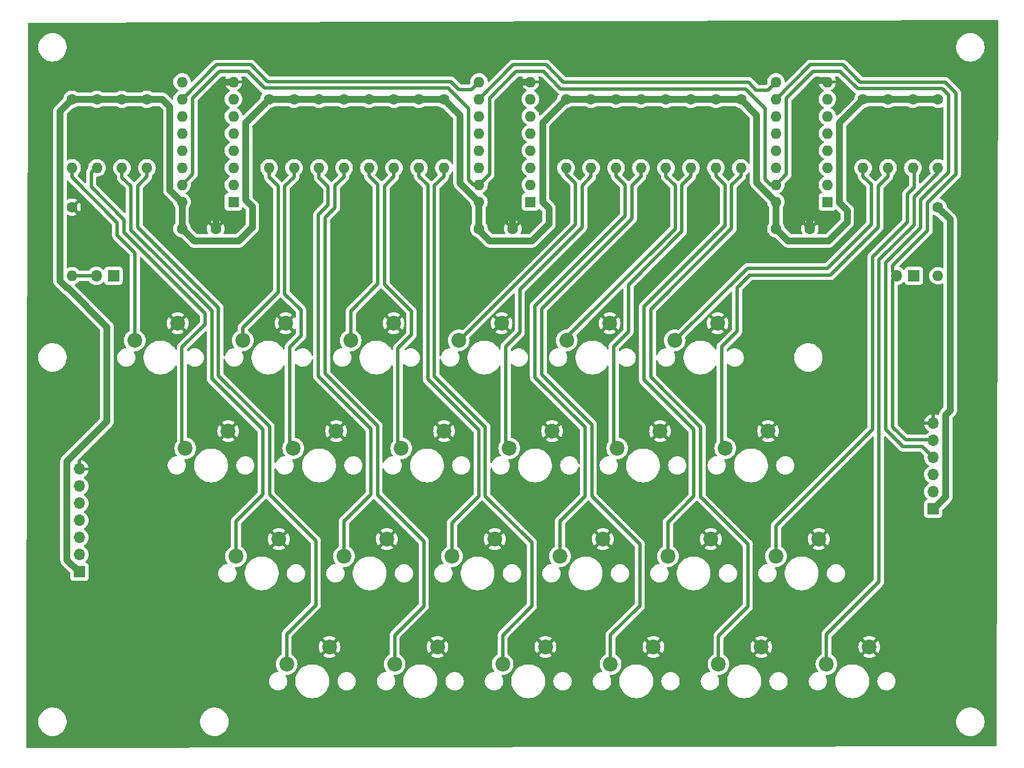
<source format=gbr>
%TF.GenerationSoftware,KiCad,Pcbnew,7.0.11-7.0.11~ubuntu22.04.1*%
%TF.CreationDate,2024-03-31T18:03:40+02:00*%
%TF.ProjectId,ek_left_hand_24_buttons,656b5f6c-6566-4745-9f68-616e645f3234,1.0*%
%TF.SameCoordinates,Original*%
%TF.FileFunction,Copper,L1,Top*%
%TF.FilePolarity,Positive*%
%FSLAX46Y46*%
G04 Gerber Fmt 4.6, Leading zero omitted, Abs format (unit mm)*
G04 Created by KiCad (PCBNEW 7.0.11-7.0.11~ubuntu22.04.1) date 2024-03-31 18:03:40*
%MOMM*%
%LPD*%
G01*
G04 APERTURE LIST*
%TA.AperFunction,ComponentPad*%
%ADD10C,2.200000*%
%TD*%
%TA.AperFunction,ComponentPad*%
%ADD11C,1.600000*%
%TD*%
%TA.AperFunction,ComponentPad*%
%ADD12O,1.600000X1.600000*%
%TD*%
%TA.AperFunction,ComponentPad*%
%ADD13R,1.600000X1.600000*%
%TD*%
%TA.AperFunction,ComponentPad*%
%ADD14R,1.700000X1.700000*%
%TD*%
%TA.AperFunction,ComponentPad*%
%ADD15O,1.700000X1.700000*%
%TD*%
%TA.AperFunction,ViaPad*%
%ADD16C,0.800000*%
%TD*%
%TA.AperFunction,Conductor*%
%ADD17C,1.000000*%
%TD*%
%TA.AperFunction,Conductor*%
%ADD18C,0.500000*%
%TD*%
G04 APERTURE END LIST*
D10*
%TO.P,SW3,1*%
%TO.N,GND*%
X81140000Y-115320000D03*
%TO.P,SW3,2*%
%TO.N,Net-(U1-D2)*%
X74790000Y-117860000D03*
%TD*%
%TO.P,SW8,1*%
%TO.N,GND*%
X104640000Y-131320000D03*
%TO.P,SW8,2*%
%TO.N,Net-(U1-D7)*%
X98290000Y-133860000D03*
%TD*%
D11*
%TO.P,C2,1*%
%TO.N,VCC*%
X110800000Y-69300000D03*
%TO.P,C2,2*%
%TO.N,GND*%
X115800000Y-69300000D03*
%TD*%
%TO.P,R16,1*%
%TO.N,VCC*%
X134800000Y-50120000D03*
D12*
%TO.P,R16,2*%
%TO.N,Net-(U2-D7)*%
X134800000Y-60280000D03*
%TD*%
D11*
%TO.P,R12,1*%
%TO.N,VCC*%
X105600000Y-50120000D03*
D12*
%TO.P,R12,2*%
%TO.N,Net-(U2-D3)*%
X105600000Y-60280000D03*
%TD*%
D10*
%TO.P,SW18,1*%
%TO.N,GND*%
X137640000Y-99320000D03*
%TO.P,SW18,2*%
%TO.N,Net-(U3-D1)*%
X131290000Y-101860000D03*
%TD*%
%TO.P,SW22,1*%
%TO.N,GND*%
X153640000Y-99320000D03*
%TO.P,SW22,2*%
%TO.N,Net-(U3-D5)*%
X147290000Y-101860000D03*
%TD*%
D11*
%TO.P,R24,1*%
%TO.N,VCC*%
X178800000Y-50120000D03*
D12*
%TO.P,R24,2*%
%TO.N,Net-(U3-D7)*%
X178800000Y-60280000D03*
%TD*%
D13*
%TO.P,U1,1,~{PL}*%
%TO.N,SH{slash}~{LD}*%
X74420000Y-65320000D03*
D12*
%TO.P,U1,2,CP*%
%TO.N,CLK*%
X74420000Y-62780000D03*
%TO.P,U1,3,D4*%
%TO.N,Net-(U1-D4)*%
X74420000Y-60240000D03*
%TO.P,U1,4,D5*%
%TO.N,Net-(U1-D5)*%
X74420000Y-57700000D03*
%TO.P,U1,5,D6*%
%TO.N,Net-(U1-D6)*%
X74420000Y-55160000D03*
%TO.P,U1,6,D7*%
%TO.N,Net-(U1-D7)*%
X74420000Y-52620000D03*
%TO.P,U1,7,~{Q7}*%
%TO.N,/Buttons 01-08/~{SERIAL_OUT}*%
X74420000Y-50080000D03*
%TO.P,U1,8,GND*%
%TO.N,GND*%
X74420000Y-47540000D03*
%TO.P,U1,9,Q7*%
%TO.N,/Buttons 01-08/SERIAL_OUT*%
X66800000Y-47540000D03*
%TO.P,U1,10,DS*%
%TO.N,/Buttons 01-08/SERIAL_IN*%
X66800000Y-50080000D03*
%TO.P,U1,11,D0*%
%TO.N,Net-(U1-D0)*%
X66800000Y-52620000D03*
%TO.P,U1,12,D1*%
%TO.N,Net-(U1-D1)*%
X66800000Y-55160000D03*
%TO.P,U1,13,D2*%
%TO.N,Net-(U1-D2)*%
X66800000Y-57700000D03*
%TO.P,U1,14,D3*%
%TO.N,Net-(U1-D3)*%
X66800000Y-60240000D03*
%TO.P,U1,15,~{CE}*%
%TO.N,CLK INH*%
X66800000Y-62780000D03*
%TO.P,U1,16,VCC*%
%TO.N,VCC*%
X66800000Y-65320000D03*
%TD*%
D10*
%TO.P,SW17,1*%
%TO.N,GND*%
X130140000Y-83320000D03*
%TO.P,SW17,2*%
%TO.N,Net-(U3-D0)*%
X123790000Y-85860000D03*
%TD*%
D11*
%TO.P,R3,1*%
%TO.N,VCC*%
X57900000Y-50120000D03*
D12*
%TO.P,R3,2*%
%TO.N,Net-(U1-D2)*%
X57900000Y-60280000D03*
%TD*%
D10*
%TO.P,SW21,1*%
%TO.N,GND*%
X146140000Y-83320000D03*
%TO.P,SW21,2*%
%TO.N,Net-(U3-D4)*%
X139790000Y-85860000D03*
%TD*%
%TO.P,SW13,1*%
%TO.N,GND*%
X114140000Y-83320000D03*
%TO.P,SW13,2*%
%TO.N,Net-(U2-D4)*%
X107790000Y-85860000D03*
%TD*%
D11*
%TO.P,R19,1*%
%TO.N,VCC*%
X145900000Y-50120000D03*
D12*
%TO.P,R19,2*%
%TO.N,Net-(U3-D2)*%
X145900000Y-60280000D03*
%TD*%
D11*
%TO.P,R21,1*%
%TO.N,VCC*%
X167700000Y-50120000D03*
D12*
%TO.P,R21,2*%
%TO.N,Net-(U3-D4)*%
X167700000Y-60280000D03*
%TD*%
D11*
%TO.P,R7,1*%
%TO.N,VCC*%
X87100000Y-50120000D03*
D12*
%TO.P,R7,2*%
%TO.N,Net-(U1-D6)*%
X87100000Y-60280000D03*
%TD*%
D10*
%TO.P,SW14,1*%
%TO.N,GND*%
X121640000Y-99320000D03*
%TO.P,SW14,2*%
%TO.N,Net-(U2-D5)*%
X115290000Y-101860000D03*
%TD*%
%TO.P,SW19,1*%
%TO.N,GND*%
X145140000Y-115320000D03*
%TO.P,SW19,2*%
%TO.N,Net-(U3-D2)*%
X138790000Y-117860000D03*
%TD*%
%TO.P,SW16,1*%
%TO.N,GND*%
X136640000Y-131320000D03*
%TO.P,SW16,2*%
%TO.N,Net-(U2-D7)*%
X130290000Y-133860000D03*
%TD*%
D11*
%TO.P,R4,1*%
%TO.N,VCC*%
X61600000Y-50120000D03*
D12*
%TO.P,R4,2*%
%TO.N,Net-(U1-D3)*%
X61600000Y-60280000D03*
%TD*%
D11*
%TO.P,R26,1*%
%TO.N,VCC*%
X178800000Y-66120000D03*
D12*
%TO.P,R26,2*%
%TO.N,Net-(J4-Pin_1)*%
X178800000Y-76280000D03*
%TD*%
D11*
%TO.P,R20,1*%
%TO.N,VCC*%
X149600000Y-50120000D03*
D12*
%TO.P,R20,2*%
%TO.N,Net-(U3-D3)*%
X149600000Y-60280000D03*
%TD*%
D14*
%TO.P,J2,1,Pin_1*%
%TO.N,VCC*%
X178100000Y-110825000D03*
D15*
%TO.P,J2,2,Pin_2*%
%TO.N,SH{slash}~{LD}*%
X178100000Y-108285000D03*
%TO.P,J2,3,Pin_3*%
%TO.N,CLK*%
X178100000Y-105745000D03*
%TO.P,J2,4,Pin_4*%
%TO.N,CLK INH*%
X178100000Y-103205000D03*
%TO.P,J2,5,Pin_5*%
%TO.N,/Buttons 17-24/SERIAL_IN*%
X178100000Y-100665000D03*
%TO.P,J2,6,Pin_6*%
%TO.N,GND*%
X178100000Y-98125000D03*
%TD*%
D10*
%TO.P,SW15,1*%
%TO.N,GND*%
X129140000Y-115320000D03*
%TO.P,SW15,2*%
%TO.N,Net-(U2-D6)*%
X122790000Y-117860000D03*
%TD*%
D11*
%TO.P,R23,1*%
%TO.N,VCC*%
X175100000Y-50120000D03*
D12*
%TO.P,R23,2*%
%TO.N,Net-(U3-D6)*%
X175100000Y-60280000D03*
%TD*%
D14*
%TO.P,J3,1,Pin_1*%
%TO.N,CLK INH*%
X56640000Y-76280000D03*
D15*
%TO.P,J3,2,Pin_2*%
%TO.N,Net-(J3-Pin_2)*%
X54100000Y-76280000D03*
%TD*%
D10*
%TO.P,SW23,1*%
%TO.N,GND*%
X161140000Y-115320000D03*
%TO.P,SW23,2*%
%TO.N,Net-(U3-D6)*%
X154790000Y-117860000D03*
%TD*%
%TO.P,SW9,1*%
%TO.N,GND*%
X98140000Y-83320000D03*
%TO.P,SW9,2*%
%TO.N,Net-(U2-D0)*%
X91790000Y-85860000D03*
%TD*%
D11*
%TO.P,R14,1*%
%TO.N,VCC*%
X127400000Y-50120000D03*
D12*
%TO.P,R14,2*%
%TO.N,Net-(U2-D5)*%
X127400000Y-60280000D03*
%TD*%
D10*
%TO.P,SW20,1*%
%TO.N,GND*%
X152640000Y-131320000D03*
%TO.P,SW20,2*%
%TO.N,Net-(U3-D3)*%
X146290000Y-133860000D03*
%TD*%
D11*
%TO.P,R6,1*%
%TO.N,VCC*%
X83400000Y-50120000D03*
D12*
%TO.P,R6,2*%
%TO.N,Net-(U1-D5)*%
X83400000Y-60280000D03*
%TD*%
D11*
%TO.P,R13,1*%
%TO.N,VCC*%
X123700000Y-50120000D03*
D12*
%TO.P,R13,2*%
%TO.N,Net-(U2-D4)*%
X123700000Y-60280000D03*
%TD*%
D10*
%TO.P,SW11,1*%
%TO.N,GND*%
X113140000Y-115320000D03*
%TO.P,SW11,2*%
%TO.N,Net-(U2-D2)*%
X106790000Y-117860000D03*
%TD*%
%TO.P,SW5,1*%
%TO.N,GND*%
X82140000Y-83320000D03*
%TO.P,SW5,2*%
%TO.N,Net-(U1-D4)*%
X75790000Y-85860000D03*
%TD*%
%TO.P,SW6,1*%
%TO.N,GND*%
X89640000Y-99320000D03*
%TO.P,SW6,2*%
%TO.N,Net-(U1-D5)*%
X83290000Y-101860000D03*
%TD*%
D13*
%TO.P,U2,1,~{PL}*%
%TO.N,SH{slash}~{LD}*%
X118420000Y-65320000D03*
D12*
%TO.P,U2,2,CP*%
%TO.N,CLK*%
X118420000Y-62780000D03*
%TO.P,U2,3,D4*%
%TO.N,Net-(U2-D4)*%
X118420000Y-60240000D03*
%TO.P,U2,4,D5*%
%TO.N,Net-(U2-D5)*%
X118420000Y-57700000D03*
%TO.P,U2,5,D6*%
%TO.N,Net-(U2-D6)*%
X118420000Y-55160000D03*
%TO.P,U2,6,D7*%
%TO.N,Net-(U2-D7)*%
X118420000Y-52620000D03*
%TO.P,U2,7,~{Q7}*%
%TO.N,/Buttons 09-16/~{SERIAL_OUT}*%
X118420000Y-50080000D03*
%TO.P,U2,8,GND*%
%TO.N,GND*%
X118420000Y-47540000D03*
%TO.P,U2,9,Q7*%
%TO.N,/Buttons 01-08/SERIAL_IN*%
X110800000Y-47540000D03*
%TO.P,U2,10,DS*%
%TO.N,/Buttons 09-16/SERIAL_IN*%
X110800000Y-50080000D03*
%TO.P,U2,11,D0*%
%TO.N,Net-(U2-D0)*%
X110800000Y-52620000D03*
%TO.P,U2,12,D1*%
%TO.N,Net-(U2-D1)*%
X110800000Y-55160000D03*
%TO.P,U2,13,D2*%
%TO.N,Net-(U2-D2)*%
X110800000Y-57700000D03*
%TO.P,U2,14,D3*%
%TO.N,Net-(U2-D3)*%
X110800000Y-60240000D03*
%TO.P,U2,15,~{CE}*%
%TO.N,CLK INH*%
X110800000Y-62780000D03*
%TO.P,U2,16,VCC*%
%TO.N,VCC*%
X110800000Y-65320000D03*
%TD*%
D14*
%TO.P,J1,1,Pin_1*%
%TO.N,VCC*%
X51600000Y-120180000D03*
D15*
%TO.P,J1,2,Pin_2*%
%TO.N,SH{slash}~{LD}*%
X51600000Y-117640000D03*
%TO.P,J1,3,Pin_3*%
%TO.N,CLK*%
X51600000Y-115100000D03*
%TO.P,J1,4,Pin_4*%
%TO.N,CLK INH*%
X51600000Y-112560000D03*
%TO.P,J1,5,Pin_5*%
%TO.N,/Buttons 01-08/SERIAL_OUT*%
X51600000Y-110020000D03*
%TO.P,J1,6,Pin_6*%
%TO.N,/Buttons 01-08/~{SERIAL_OUT}*%
X51600000Y-107480000D03*
%TO.P,J1,7,Pin_7*%
%TO.N,GND*%
X51600000Y-104940000D03*
%TD*%
D13*
%TO.P,U3,1,~{PL}*%
%TO.N,SH{slash}~{LD}*%
X162420000Y-65320000D03*
D12*
%TO.P,U3,2,CP*%
%TO.N,CLK*%
X162420000Y-62780000D03*
%TO.P,U3,3,D4*%
%TO.N,Net-(U3-D4)*%
X162420000Y-60240000D03*
%TO.P,U3,4,D5*%
%TO.N,Net-(U3-D5)*%
X162420000Y-57700000D03*
%TO.P,U3,5,D6*%
%TO.N,Net-(U3-D6)*%
X162420000Y-55160000D03*
%TO.P,U3,6,D7*%
%TO.N,Net-(U3-D7)*%
X162420000Y-52620000D03*
%TO.P,U3,7,~{Q7}*%
%TO.N,/Buttons 17-24/~{SERIAL_OUT}*%
X162420000Y-50080000D03*
%TO.P,U3,8,GND*%
%TO.N,GND*%
X162420000Y-47540000D03*
%TO.P,U3,9,Q7*%
%TO.N,/Buttons 09-16/SERIAL_IN*%
X154800000Y-47540000D03*
%TO.P,U3,10,DS*%
%TO.N,/Buttons 17-24/SERIAL_IN*%
X154800000Y-50080000D03*
%TO.P,U3,11,D0*%
%TO.N,Net-(U3-D0)*%
X154800000Y-52620000D03*
%TO.P,U3,12,D1*%
%TO.N,Net-(U3-D1)*%
X154800000Y-55160000D03*
%TO.P,U3,13,D2*%
%TO.N,Net-(U3-D2)*%
X154800000Y-57700000D03*
%TO.P,U3,14,D3*%
%TO.N,Net-(U3-D3)*%
X154800000Y-60240000D03*
%TO.P,U3,15,~{CE}*%
%TO.N,CLK INH*%
X154800000Y-62780000D03*
%TO.P,U3,16,VCC*%
%TO.N,VCC*%
X154800000Y-65320000D03*
%TD*%
D10*
%TO.P,SW4,1*%
%TO.N,GND*%
X88640000Y-131320000D03*
%TO.P,SW4,2*%
%TO.N,Net-(U1-D3)*%
X82290000Y-133860000D03*
%TD*%
D11*
%TO.P,R9,1*%
%TO.N,VCC*%
X94500000Y-50120000D03*
D12*
%TO.P,R9,2*%
%TO.N,Net-(U2-D0)*%
X94500000Y-60280000D03*
%TD*%
D11*
%TO.P,R22,1*%
%TO.N,VCC*%
X171400000Y-50120000D03*
D12*
%TO.P,R22,2*%
%TO.N,Net-(U3-D5)*%
X171400000Y-60280000D03*
%TD*%
D11*
%TO.P,R15,1*%
%TO.N,VCC*%
X131100000Y-50120000D03*
D12*
%TO.P,R15,2*%
%TO.N,Net-(U2-D6)*%
X131100000Y-60280000D03*
%TD*%
D10*
%TO.P,SW24,1*%
%TO.N,GND*%
X168640000Y-131320000D03*
%TO.P,SW24,2*%
%TO.N,Net-(U3-D7)*%
X162290000Y-133860000D03*
%TD*%
%TO.P,SW10,1*%
%TO.N,GND*%
X105640000Y-99320000D03*
%TO.P,SW10,2*%
%TO.N,Net-(U2-D1)*%
X99290000Y-101860000D03*
%TD*%
D11*
%TO.P,R5,1*%
%TO.N,VCC*%
X79700000Y-50120000D03*
D12*
%TO.P,R5,2*%
%TO.N,Net-(U1-D4)*%
X79700000Y-60280000D03*
%TD*%
D10*
%TO.P,SW7,1*%
%TO.N,GND*%
X97140000Y-115320000D03*
%TO.P,SW7,2*%
%TO.N,Net-(U1-D6)*%
X90790000Y-117860000D03*
%TD*%
D14*
%TO.P,J4,1,Pin_1*%
%TO.N,Net-(J4-Pin_1)*%
X175230000Y-76280000D03*
D15*
%TO.P,J4,2,Pin_2*%
%TO.N,/Buttons 17-24/SERIAL_IN*%
X172690000Y-76280000D03*
%TD*%
D11*
%TO.P,R25,1*%
%TO.N,GND*%
X50500000Y-66120000D03*
D12*
%TO.P,R25,2*%
%TO.N,Net-(J3-Pin_2)*%
X50500000Y-76280000D03*
%TD*%
D11*
%TO.P,R8,1*%
%TO.N,VCC*%
X90800000Y-50120000D03*
D12*
%TO.P,R8,2*%
%TO.N,Net-(U1-D7)*%
X90800000Y-60280000D03*
%TD*%
D11*
%TO.P,C3,1*%
%TO.N,VCC*%
X154800000Y-69300000D03*
%TO.P,C3,2*%
%TO.N,GND*%
X159800000Y-69300000D03*
%TD*%
%TO.P,R11,1*%
%TO.N,VCC*%
X101900000Y-50120000D03*
D12*
%TO.P,R11,2*%
%TO.N,Net-(U2-D2)*%
X101900000Y-60280000D03*
%TD*%
D11*
%TO.P,R18,1*%
%TO.N,VCC*%
X142200000Y-50120000D03*
D12*
%TO.P,R18,2*%
%TO.N,Net-(U3-D1)*%
X142200000Y-60280000D03*
%TD*%
D11*
%TO.P,R2,1*%
%TO.N,VCC*%
X54200000Y-50120000D03*
D12*
%TO.P,R2,2*%
%TO.N,Net-(U1-D1)*%
X54200000Y-60280000D03*
%TD*%
D10*
%TO.P,SW1,1*%
%TO.N,GND*%
X66140000Y-83320000D03*
%TO.P,SW1,2*%
%TO.N,Net-(U1-D0)*%
X59790000Y-85860000D03*
%TD*%
D11*
%TO.P,R17,1*%
%TO.N,VCC*%
X138500000Y-50120000D03*
D12*
%TO.P,R17,2*%
%TO.N,Net-(U3-D0)*%
X138500000Y-60280000D03*
%TD*%
D11*
%TO.P,C1,1*%
%TO.N,VCC*%
X66800000Y-69300000D03*
%TO.P,C1,2*%
%TO.N,GND*%
X71800000Y-69300000D03*
%TD*%
D10*
%TO.P,SW2,1*%
%TO.N,GND*%
X73640000Y-99320000D03*
%TO.P,SW2,2*%
%TO.N,Net-(U1-D1)*%
X67290000Y-101860000D03*
%TD*%
D11*
%TO.P,R10,1*%
%TO.N,VCC*%
X98200000Y-50120000D03*
D12*
%TO.P,R10,2*%
%TO.N,Net-(U2-D1)*%
X98200000Y-60280000D03*
%TD*%
D10*
%TO.P,SW12,1*%
%TO.N,GND*%
X120640000Y-131320000D03*
%TO.P,SW12,2*%
%TO.N,Net-(U2-D3)*%
X114290000Y-133860000D03*
%TD*%
D11*
%TO.P,R1,1*%
%TO.N,VCC*%
X50500000Y-50120000D03*
D12*
%TO.P,R1,2*%
%TO.N,Net-(U1-D0)*%
X50500000Y-60280000D03*
%TD*%
D16*
%TO.N,GND*%
X186182000Y-113538000D03*
X57658000Y-86360000D03*
X89408000Y-90424000D03*
X73660000Y-86360000D03*
X178562000Y-68326000D03*
X176530000Y-99314000D03*
X108712000Y-47244000D03*
X167640000Y-118110000D03*
X139446000Y-39624000D03*
X62738000Y-48006000D03*
X50240827Y-63043173D03*
X147828000Y-61214000D03*
X72136000Y-94488000D03*
X168148000Y-46228000D03*
X111252000Y-110744000D03*
X152654000Y-47244000D03*
X85344000Y-80010000D03*
X92710000Y-52070000D03*
X129032000Y-106426000D03*
X105664000Y-70104000D03*
X168402000Y-72390000D03*
X70612000Y-49530000D03*
X125476000Y-61214000D03*
X99822000Y-66802000D03*
X58928000Y-129540000D03*
X129286000Y-61468000D03*
X113538000Y-69342000D03*
X115570000Y-80264000D03*
X97028000Y-102362000D03*
X52070000Y-77724000D03*
X118364000Y-73152000D03*
X52832000Y-98552000D03*
X65024000Y-101346000D03*
X81534000Y-80518000D03*
X173482000Y-78232000D03*
X167640000Y-65532000D03*
X158242000Y-144780000D03*
X174244000Y-144780000D03*
X169418000Y-61214000D03*
X132334000Y-129540000D03*
X132842000Y-61214000D03*
X112776000Y-46228000D03*
X77724000Y-59944000D03*
X163830000Y-67564000D03*
X147574000Y-80264000D03*
X178816000Y-74168000D03*
X81026000Y-106426000D03*
X106426000Y-54356000D03*
X52324000Y-60198000D03*
X118110000Y-39624000D03*
X50546000Y-68326000D03*
X145034000Y-102362000D03*
X68834000Y-90678000D03*
X143002000Y-110998000D03*
X136652000Y-52070000D03*
X56388000Y-71374000D03*
X94996000Y-39624000D03*
X186690000Y-54864000D03*
X131318000Y-80010000D03*
X113030000Y-102362000D03*
X77978000Y-144780000D03*
X73660000Y-90424000D03*
X92456000Y-66802000D03*
X84582000Y-66802000D03*
X149606000Y-69850000D03*
X117602000Y-86360000D03*
X71882000Y-72898000D03*
X176784000Y-61214000D03*
X62230000Y-51816000D03*
X156464000Y-73660000D03*
X88392000Y-118110000D03*
X81026000Y-102362000D03*
X84328000Y-129540000D03*
X75692000Y-67310000D03*
X63600000Y-60198000D03*
X136652000Y-61468000D03*
X122174000Y-54356000D03*
X75946000Y-72898000D03*
X137668000Y-86360000D03*
X85090000Y-61468000D03*
X50546000Y-74168000D03*
X101600000Y-80010000D03*
X51054000Y-52070000D03*
X103632000Y-61214000D03*
X120396000Y-118110000D03*
X145034000Y-106426000D03*
X100076000Y-61468000D03*
X57658000Y-102870000D03*
X89408000Y-86360000D03*
X129032000Y-66548000D03*
X78232000Y-54102000D03*
X182626000Y-96520000D03*
X76454000Y-50800000D03*
X80010000Y-45974000D03*
X143256000Y-57150000D03*
X72390000Y-118110000D03*
X97028000Y-106426000D03*
X50292000Y-55626000D03*
X177038000Y-77978000D03*
X116840000Y-90678000D03*
X59690000Y-61214000D03*
X166116000Y-69596000D03*
X81534000Y-61214000D03*
X65024000Y-66802000D03*
X164338000Y-51308000D03*
X93980000Y-144780000D03*
X104394000Y-118110000D03*
X96266000Y-61214000D03*
X44958000Y-112522000D03*
X52578000Y-84328000D03*
X150876000Y-78232000D03*
X113030000Y-106426000D03*
X171196000Y-69342000D03*
X167386000Y-98298000D03*
X173228000Y-61468000D03*
X186436000Y-81026000D03*
X181356000Y-66294000D03*
X181864000Y-47498000D03*
X69850000Y-76454000D03*
X152400000Y-118110000D03*
X150368000Y-54356000D03*
X130048000Y-57150000D03*
X134620000Y-78994000D03*
X68580000Y-82804000D03*
X137922000Y-90678000D03*
X96266000Y-79248000D03*
X152908000Y-67564000D03*
X73914000Y-39624000D03*
X132842000Y-90678000D03*
X79248000Y-66802000D03*
X176530000Y-104394000D03*
X149606000Y-86360000D03*
X122174000Y-90678000D03*
X121412000Y-86360000D03*
X156972000Y-117348000D03*
X172212000Y-102362000D03*
X100838000Y-90424000D03*
X140462000Y-61214000D03*
X186436000Y-39370000D03*
X95250000Y-110744000D03*
X106172000Y-63500000D03*
X178308000Y-127508000D03*
X79248000Y-110744000D03*
X156464000Y-46228000D03*
X178562000Y-52578000D03*
X100584000Y-129540000D03*
X120396000Y-51054000D03*
X144018000Y-66548000D03*
X120396000Y-48006000D03*
X62738000Y-69342000D03*
X85598000Y-86360000D03*
X148590000Y-90678000D03*
X136398000Y-118110000D03*
X174498000Y-74168000D03*
X58166000Y-73152000D03*
X110236000Y-144780000D03*
X47498000Y-49276000D03*
X165620000Y-60198000D03*
X53594000Y-118618000D03*
X101600000Y-86360000D03*
X133858000Y-86360000D03*
X125984000Y-144780000D03*
X70104000Y-44450000D03*
X119634000Y-67310000D03*
X114808000Y-49276000D03*
X121920000Y-59944000D03*
X57658000Y-90678000D03*
X157480000Y-69596000D03*
X105664000Y-86360000D03*
X44704000Y-145542000D03*
X69342000Y-86360000D03*
X52832000Y-102870000D03*
X178816000Y-57658000D03*
X44704000Y-55372000D03*
X150114000Y-62992000D03*
X164592000Y-129540000D03*
X65278000Y-95504000D03*
X144018000Y-61468000D03*
X61214000Y-74930000D03*
X88900000Y-61214000D03*
X136652000Y-66548000D03*
X168656000Y-101346000D03*
X186436000Y-144780000D03*
X142240000Y-144780000D03*
X61468000Y-65786000D03*
X84836000Y-90424000D03*
X57912000Y-65786000D03*
X123952000Y-46228000D03*
X127000000Y-110744000D03*
X175768000Y-109982000D03*
X86360000Y-57150000D03*
X76454000Y-48006000D03*
X129032000Y-102362000D03*
X108966000Y-67310000D03*
X148336000Y-129540000D03*
X44704000Y-81534000D03*
X123190000Y-66548000D03*
X118618000Y-78994000D03*
X158750000Y-49784000D03*
X161798000Y-39370000D03*
X45212000Y-39878000D03*
X92710000Y-61468000D03*
X164338000Y-47752000D03*
X165862000Y-54102000D03*
X56134000Y-61214000D03*
X105664000Y-90424000D03*
X69596000Y-69596000D03*
X99060000Y-57150000D03*
X173482000Y-98044000D03*
X116586000Y-129540000D03*
X54864000Y-81026000D03*
%TD*%
D17*
%TO.N,VCC*%
X108000000Y-62560000D02*
X110760000Y-65320000D01*
X165354000Y-68326000D02*
X165354000Y-66600101D01*
X49750000Y-118406296D02*
X49750000Y-103780000D01*
X49890000Y-78080000D02*
X49754415Y-78080000D01*
X49750000Y-103780000D02*
X55680000Y-97850000D01*
X112390000Y-71100000D02*
X118638000Y-71100000D01*
X79700000Y-50120000D02*
X105600000Y-50120000D01*
X164220000Y-53600000D02*
X167700000Y-50120000D01*
X51600000Y-120180000D02*
X51523704Y-120180000D01*
X76220000Y-54414415D02*
X76220000Y-65044000D01*
X50500000Y-50120000D02*
X61600000Y-50120000D01*
X154800000Y-69300000D02*
X156620000Y-71120000D01*
X121158000Y-66294000D02*
X120220000Y-65356000D01*
X77216000Y-69088000D02*
X75184000Y-71120000D01*
X179950000Y-96910000D02*
X179950000Y-109051296D01*
X68620000Y-71120000D02*
X66800000Y-69300000D01*
X105600000Y-50120000D02*
X108000000Y-52520000D01*
X179950000Y-109051296D02*
X178176296Y-110825000D01*
X121158000Y-68580000D02*
X121158000Y-66294000D01*
X162560000Y-71120000D02*
X165354000Y-68326000D01*
X63900000Y-50120000D02*
X61600000Y-50120000D01*
X156620000Y-71120000D02*
X162560000Y-71120000D01*
X66800000Y-65320000D02*
X66800000Y-69400000D01*
X77216000Y-66040000D02*
X77216000Y-69088000D01*
X165354000Y-66600101D02*
X164220000Y-65466101D01*
X48700000Y-77025585D02*
X48700000Y-51900000D01*
X151950000Y-52470000D02*
X151950000Y-62475585D01*
X110760000Y-65320000D02*
X110800000Y-65320000D01*
X79700000Y-50120000D02*
X76200000Y-53620000D01*
X151950000Y-62475585D02*
X154794415Y-65320000D01*
X149600000Y-50120000D02*
X151950000Y-52470000D01*
X167700000Y-50120000D02*
X178800000Y-50120000D01*
X75184000Y-71120000D02*
X68620000Y-71120000D01*
X66770000Y-65320000D02*
X65000000Y-63550000D01*
X120220000Y-65356000D02*
X120220000Y-53600000D01*
X76200000Y-54394415D02*
X76220000Y-54414415D01*
X49754415Y-78080000D02*
X48700000Y-77025585D01*
X48700000Y-51900000D02*
X50480000Y-50120000D01*
X178800000Y-66120000D02*
X180600000Y-67920000D01*
X76200000Y-53620000D02*
X76200000Y-54394415D01*
X76220000Y-65044000D02*
X77216000Y-66040000D01*
X55680000Y-97850000D02*
X55680000Y-83870000D01*
X180600000Y-96260000D02*
X179950000Y-96910000D01*
X164220000Y-65466101D02*
X164220000Y-53600000D01*
X180600000Y-67920000D02*
X180600000Y-96260000D01*
X65000000Y-51220000D02*
X63900000Y-50120000D01*
X55680000Y-83870000D02*
X49890000Y-78080000D01*
X154800000Y-65320000D02*
X154800000Y-69400000D01*
X123700000Y-50120000D02*
X149600000Y-50120000D01*
X110800000Y-65320000D02*
X110800000Y-69400000D01*
X178176296Y-110825000D02*
X178100000Y-110825000D01*
X110890000Y-69600000D02*
X112390000Y-71100000D01*
X118638000Y-71100000D02*
X121158000Y-68580000D01*
X178075000Y-110800000D02*
X178100000Y-110825000D01*
X51523704Y-120180000D02*
X49750000Y-118406296D01*
X120220000Y-53600000D02*
X123700000Y-50120000D01*
X154794415Y-65320000D02*
X154800000Y-65320000D01*
X108000000Y-52520000D02*
X108000000Y-62560000D01*
X50480000Y-50120000D02*
X50500000Y-50120000D01*
X65000000Y-63550000D02*
X65000000Y-51220000D01*
X66800000Y-65320000D02*
X66770000Y-65320000D01*
%TO.N,GND*%
X162230990Y-47350990D02*
X162420000Y-47540000D01*
X118420000Y-47540000D02*
X116521980Y-47540000D01*
X159800000Y-48261980D02*
X160710990Y-47350990D01*
X160710990Y-47350990D02*
X162230990Y-47350990D01*
X115800000Y-48261980D02*
X115800000Y-69300000D01*
X159800000Y-69300000D02*
X159800000Y-48261980D01*
X71800000Y-48261980D02*
X72521980Y-47540000D01*
X116521980Y-47540000D02*
X115800000Y-48261980D01*
X72521980Y-47540000D02*
X74420000Y-47540000D01*
X71800000Y-69300000D02*
X71800000Y-48261980D01*
D18*
%TO.N,Net-(U1-D0)*%
X50500000Y-61676000D02*
X57200000Y-68376000D01*
X57200000Y-68376000D02*
X57200000Y-70298428D01*
X50500000Y-60280000D02*
X50500000Y-61676000D01*
X57200000Y-70298428D02*
X59790000Y-72888428D01*
X59790000Y-72888428D02*
X59790000Y-85860000D01*
%TO.N,Net-(U1-D1)*%
X58200000Y-67961786D02*
X58200000Y-69884214D01*
X66780000Y-86890000D02*
X66780000Y-101350000D01*
X66780000Y-101350000D02*
X67290000Y-101860000D01*
X58200000Y-69884214D02*
X70200000Y-81884214D01*
X53340000Y-63101786D02*
X58200000Y-67961786D01*
X70200000Y-81884214D02*
X70200000Y-83470000D01*
X70200000Y-83470000D02*
X66780000Y-86890000D01*
X54020000Y-60280000D02*
X53340000Y-60960000D01*
X53340000Y-60960000D02*
X53340000Y-63101786D01*
X54200000Y-60280000D02*
X54020000Y-60280000D01*
%TO.N,Net-(U1-D2)*%
X57900000Y-60280000D02*
X57900000Y-61710000D01*
X71200000Y-81470000D02*
X71200000Y-91520000D01*
X78740000Y-99060000D02*
X78740000Y-108712000D01*
X59200000Y-63010000D02*
X59200000Y-69470000D01*
X74790000Y-112662000D02*
X74790000Y-117860000D01*
X59200000Y-69470000D02*
X71200000Y-81470000D01*
X78740000Y-108712000D02*
X74790000Y-112662000D01*
X57900000Y-61710000D02*
X59200000Y-63010000D01*
X71200000Y-91520000D02*
X78740000Y-99060000D01*
%TO.N,Net-(U1-D3)*%
X61600000Y-60280000D02*
X61600000Y-61590000D01*
X72200000Y-91105786D02*
X79756000Y-98661786D01*
X79756000Y-98661786D02*
X79756000Y-108712000D01*
X60200000Y-62990000D02*
X60200000Y-69055786D01*
X82290000Y-129420000D02*
X82290000Y-133860000D01*
X60200000Y-69055786D02*
X72200000Y-81055786D01*
X86614000Y-125096000D02*
X82290000Y-129420000D01*
X79756000Y-108712000D02*
X86614000Y-115570000D01*
X72200000Y-81055786D02*
X72200000Y-91105786D01*
X86614000Y-115570000D02*
X86614000Y-125096000D01*
X61600000Y-61590000D02*
X60200000Y-62990000D01*
%TO.N,Net-(U1-D4)*%
X75790000Y-83970000D02*
X75790000Y-85860000D01*
X81029999Y-78730001D02*
X75790000Y-83970000D01*
X79700000Y-60280000D02*
X79700000Y-61666000D01*
X81029999Y-62995999D02*
X81029999Y-78730001D01*
X79700000Y-61666000D02*
X81029999Y-62995999D01*
%TO.N,Net-(U1-D5)*%
X83400000Y-60280000D02*
X83400000Y-61634000D01*
X84440000Y-85200000D02*
X82760000Y-86880000D01*
X82030000Y-63004000D02*
X82030000Y-78950000D01*
X82760000Y-101330000D02*
X83290000Y-101860000D01*
X84440000Y-81360000D02*
X84440000Y-85200000D01*
X82030000Y-78950000D02*
X84440000Y-81360000D01*
X82760000Y-86880000D02*
X82760000Y-101330000D01*
X83400000Y-61634000D02*
X82030000Y-63004000D01*
%TO.N,Net-(U1-D6)*%
X94742000Y-108712000D02*
X90790000Y-112664000D01*
X86990000Y-67245786D02*
X86990000Y-91194214D01*
X94742000Y-98946214D02*
X94742000Y-108712000D01*
X90790000Y-112664000D02*
X90790000Y-117860000D01*
X87100000Y-61700000D02*
X88460000Y-63060000D01*
X86990000Y-91194214D02*
X94742000Y-98946214D01*
X87100000Y-60280000D02*
X87100000Y-61700000D01*
X88460000Y-63060000D02*
X88460000Y-65775786D01*
X88460000Y-65775786D02*
X86990000Y-67245786D01*
%TO.N,Net-(U1-D7)*%
X90800000Y-61600000D02*
X89460000Y-62940000D01*
X87990000Y-90780000D02*
X95758000Y-98548000D01*
X89460000Y-62940000D02*
X89460000Y-66190000D01*
X98290000Y-129600000D02*
X98290000Y-133860000D01*
X87990000Y-67660000D02*
X87990000Y-90780000D01*
X89460000Y-66190000D02*
X87990000Y-67660000D01*
X95758000Y-108766000D02*
X102616000Y-115624000D01*
X102616000Y-125274000D02*
X98290000Y-129600000D01*
X102616000Y-115624000D02*
X102616000Y-125274000D01*
X95758000Y-98548000D02*
X95758000Y-108766000D01*
X90800000Y-60280000D02*
X90800000Y-61600000D01*
%TO.N,Net-(U2-D6)*%
X119080000Y-80765786D02*
X119080000Y-91340000D01*
X131100000Y-60280000D02*
X131100000Y-61504000D01*
X119080000Y-91340000D02*
X126500000Y-98760000D01*
X126500000Y-98760000D02*
X126500000Y-108958000D01*
X131100000Y-61504000D02*
X132440000Y-62844000D01*
X132440000Y-62844000D02*
X132440000Y-67405786D01*
X122790000Y-112668000D02*
X122790000Y-117860000D01*
X126500000Y-108958000D02*
X122790000Y-112668000D01*
X132440000Y-67405786D02*
X119080000Y-80765786D01*
%TO.N,CLK INH*%
X171090000Y-74322642D02*
X176250000Y-69162642D01*
X176479000Y-101584000D02*
X173575786Y-101584000D01*
X173575786Y-101584000D02*
X171089999Y-99098213D01*
X68350000Y-49944214D02*
X68350000Y-61230000D01*
X160304214Y-45990000D02*
X156350000Y-49944214D01*
X72304214Y-45990000D02*
X68350000Y-49944214D01*
X150290000Y-48570000D02*
X122920000Y-48570000D01*
X109987766Y-62780000D02*
X109250000Y-62042234D01*
X153200000Y-51480000D02*
X150290000Y-48570000D01*
X68350000Y-61230000D02*
X66800000Y-62780000D01*
X156350000Y-61230000D02*
X154800000Y-62780000D01*
X76560000Y-45990000D02*
X72304214Y-45990000D01*
X110800000Y-62780000D02*
X109987766Y-62780000D01*
X79030000Y-48460000D02*
X76560000Y-45990000D01*
X109250000Y-62042234D02*
X109250000Y-51500000D01*
X153200000Y-61957819D02*
X153200000Y-51480000D01*
X120340000Y-45990000D02*
X116304214Y-45990000D01*
X177922033Y-63349999D02*
X180350000Y-60922032D01*
X154022181Y-62780000D02*
X153200000Y-61957819D01*
X122920000Y-48570000D02*
X120340000Y-45990000D01*
X176250000Y-69162642D02*
X176250000Y-65005786D01*
X112350000Y-61230000D02*
X110800000Y-62780000D01*
X180350000Y-49477968D02*
X179422032Y-48550000D01*
X178100000Y-103205000D02*
X176479000Y-101584000D01*
X154800000Y-62780000D02*
X154022181Y-62780000D01*
X112350000Y-49944214D02*
X112350000Y-61230000D01*
X176250000Y-65005786D02*
X177905787Y-63349999D01*
X109250000Y-51500000D02*
X106210000Y-48460000D01*
X116304214Y-45990000D02*
X112350000Y-49944214D01*
X177905787Y-63349999D02*
X177922033Y-63349999D01*
X180350000Y-60922032D02*
X180350000Y-49477968D01*
X179422032Y-48550000D02*
X166875787Y-48550001D01*
X106210000Y-48460000D02*
X79030000Y-48460000D01*
X171089999Y-99098213D02*
X171090000Y-74322642D01*
X166875787Y-48550001D02*
X164315786Y-45990000D01*
X164315786Y-45990000D02*
X160304214Y-45990000D01*
X156350000Y-49944214D02*
X156350000Y-61230000D01*
%TO.N,Net-(U2-D5)*%
X114750000Y-101320000D02*
X115290000Y-101860000D01*
X116830000Y-84660000D02*
X114750000Y-86740000D01*
X126070000Y-69064214D02*
X116830000Y-78304214D01*
X127400000Y-61576000D02*
X126070000Y-62906000D01*
X116830000Y-78304214D02*
X116830000Y-84660000D01*
X114750000Y-86740000D02*
X114750000Y-101320000D01*
X126070000Y-62906000D02*
X126070000Y-69064214D01*
X127400000Y-60280000D02*
X127400000Y-61576000D01*
%TO.N,Net-(U2-D4)*%
X107860000Y-85860000D02*
X107790000Y-85860000D01*
X123700000Y-60280000D02*
X123700000Y-61216000D01*
X123700000Y-61216000D02*
X125070000Y-62586000D01*
X125070000Y-62586000D02*
X125070000Y-68650000D01*
X125070000Y-68650000D02*
X107860000Y-85860000D01*
%TO.N,Net-(U2-D3)*%
X111744001Y-108970001D02*
X111744001Y-98724001D01*
X111744001Y-98724001D02*
X104200000Y-91180000D01*
X104200000Y-91180000D02*
X104200000Y-62932000D01*
X114290000Y-129590000D02*
X118618000Y-125262000D01*
X118618000Y-125262000D02*
X118618000Y-115844000D01*
X114290000Y-133860000D02*
X114290000Y-129590000D01*
X104200000Y-62932000D02*
X105600000Y-61532000D01*
X118618000Y-115844000D02*
X111744001Y-108970001D01*
X105600000Y-61532000D02*
X105600000Y-60280000D01*
%TO.N,Net-(U2-D2)*%
X103200000Y-91594214D02*
X110744000Y-99138214D01*
X110744000Y-108966000D02*
X106790000Y-112920000D01*
X101900000Y-61514000D02*
X103200000Y-62814000D01*
X106790000Y-112920000D02*
X106790000Y-117860000D01*
X103200000Y-62814000D02*
X103200000Y-91594214D01*
X110744000Y-99138214D02*
X110744000Y-108966000D01*
X101900000Y-60280000D02*
X101900000Y-61514000D01*
%TO.N,Net-(U2-D1)*%
X98200000Y-61566000D02*
X96790000Y-62976000D01*
X98200000Y-60280000D02*
X98200000Y-61566000D01*
X98790000Y-101360000D02*
X99290000Y-101860000D01*
X100780000Y-85020000D02*
X98790000Y-87010000D01*
X100780000Y-81540000D02*
X100780000Y-85020000D01*
X96790000Y-62976000D02*
X96790000Y-77550000D01*
X98790000Y-87010000D02*
X98790000Y-101360000D01*
X96790000Y-77550000D02*
X100780000Y-81540000D01*
%TO.N,Net-(U2-D0)*%
X95790000Y-77500000D02*
X91790000Y-81500000D01*
X95790000Y-62770000D02*
X95790000Y-77500000D01*
X91790000Y-81500000D02*
X91790000Y-85860000D01*
X94500000Y-60280000D02*
X94500000Y-61480000D01*
X94500000Y-61480000D02*
X95790000Y-62770000D01*
%TO.N,Net-(U2-D7)*%
X127500000Y-108958000D02*
X134620000Y-116078000D01*
X134800000Y-60280000D02*
X134800000Y-61542000D01*
X130290000Y-129560000D02*
X130290000Y-133860000D01*
X134620000Y-125230000D02*
X130290000Y-129560000D01*
X133440000Y-62902000D02*
X133440000Y-67820000D01*
X127500000Y-98345786D02*
X127500000Y-108958000D01*
X134800000Y-61542000D02*
X133440000Y-62902000D01*
X133440000Y-67820000D02*
X120080000Y-81180000D01*
X120080000Y-90925786D02*
X127500000Y-98345786D01*
X134620000Y-116078000D02*
X134620000Y-125230000D01*
X120080000Y-81180000D02*
X120080000Y-90925786D01*
%TO.N,Net-(U3-D0)*%
X138500000Y-61538000D02*
X139870000Y-62908000D01*
X123790000Y-85381572D02*
X123790000Y-85860000D01*
X138500000Y-60280000D02*
X138500000Y-61538000D01*
X139870000Y-62908000D02*
X139870000Y-69301572D01*
X139870000Y-69301572D02*
X123790000Y-85381572D01*
%TO.N,Net-(U3-D1)*%
X140870000Y-69715786D02*
X132940000Y-77645786D01*
X140870000Y-62838000D02*
X140870000Y-69715786D01*
X142200000Y-60280000D02*
X142200000Y-61508000D01*
X132940000Y-84560000D02*
X130750000Y-86750000D01*
X131330000Y-101820000D02*
X131290000Y-101860000D01*
X130750000Y-101240000D02*
X131330000Y-101820000D01*
X130750000Y-86750000D02*
X130750000Y-101240000D01*
X132940000Y-77645786D02*
X132940000Y-84560000D01*
X142200000Y-61508000D02*
X140870000Y-62838000D01*
%TO.N,Net-(U3-D2)*%
X145900000Y-60280000D02*
X145900000Y-61445000D01*
X142630000Y-99094214D02*
X142630000Y-108980000D01*
X135249999Y-80845787D02*
X135250000Y-91714214D01*
X145900000Y-61445000D02*
X147240000Y-62785000D01*
X142630000Y-108980000D02*
X138790000Y-112820000D01*
X147240000Y-68855786D02*
X135249999Y-80845787D01*
X135250000Y-91714214D02*
X142630000Y-99094214D01*
X138790000Y-112820000D02*
X138790000Y-117860000D01*
X147240000Y-62785000D02*
X147240000Y-68855786D01*
%TO.N,Net-(U3-D3)*%
X136250000Y-91300000D02*
X136250000Y-81260000D01*
X148240000Y-62834000D02*
X149600000Y-61474000D01*
X136250000Y-81260000D02*
X148240000Y-69270000D01*
X148240000Y-69270000D02*
X148240000Y-62834000D01*
X143630000Y-98680000D02*
X136250000Y-91300000D01*
X146290000Y-133860000D02*
X146290000Y-129670000D01*
X150622000Y-116078000D02*
X143630000Y-109086000D01*
X149600000Y-61474000D02*
X149600000Y-60280000D01*
X150622000Y-125338000D02*
X150622000Y-116078000D01*
X143630000Y-109086000D02*
X143630000Y-98680000D01*
X146290000Y-129670000D02*
X150622000Y-125338000D01*
%TO.N,Net-(U3-D4)*%
X150530000Y-75160000D02*
X139830000Y-85860000D01*
X168950000Y-62778000D02*
X168950000Y-68649786D01*
X167700000Y-61528000D02*
X168950000Y-62778000D01*
X168950000Y-68649786D02*
X162439786Y-75160000D01*
X167700000Y-60280000D02*
X167700000Y-61528000D01*
X162439786Y-75160000D02*
X150530000Y-75160000D01*
X139830000Y-85860000D02*
X139790000Y-85860000D01*
%TO.N,Net-(U3-D5)*%
X171400000Y-61518000D02*
X169950000Y-62968000D01*
X169950000Y-62968000D02*
X169950000Y-69064000D01*
X149040000Y-78064214D02*
X149040000Y-84510000D01*
X171400000Y-60280000D02*
X171400000Y-61518000D01*
X146906296Y-101476296D02*
X147290000Y-101860000D01*
X146740000Y-86810000D02*
X146740000Y-101310000D01*
X162854000Y-76160000D02*
X150944214Y-76160000D01*
X169950000Y-69064000D02*
X162854000Y-76160000D01*
X150944214Y-76160000D02*
X149040000Y-78064214D01*
X149040000Y-84510000D02*
X146740000Y-86810000D01*
X146740000Y-101310000D02*
X147290000Y-101860000D01*
%TO.N,Net-(U3-D6)*%
X175100000Y-60280000D02*
X175260000Y-60440000D01*
X154790000Y-113340000D02*
X154790000Y-117860000D01*
X169070000Y-99060000D02*
X154790000Y-113340000D01*
X174249999Y-64177359D02*
X174250000Y-68334214D01*
X169069999Y-73514215D02*
X169070000Y-99060000D01*
X175260000Y-60440000D02*
X175260000Y-63167358D01*
X175260000Y-63167358D02*
X174249999Y-64177359D01*
X174250000Y-68334214D02*
X169069999Y-73514215D01*
%TO.N,Net-(U3-D7)*%
X170070000Y-121640000D02*
X170070000Y-73928428D01*
X175250000Y-68748428D02*
X175250000Y-64591572D01*
X175250000Y-64591572D02*
X178800000Y-61041572D01*
X170070000Y-73928428D02*
X175250000Y-68748428D01*
X162290000Y-129420000D02*
X170070000Y-121640000D01*
X162290000Y-133860000D02*
X162290000Y-129420000D01*
X178800000Y-61041572D02*
X178800000Y-60280000D01*
%TO.N,/Buttons 01-08/SERIAL_IN*%
X71890000Y-44990000D02*
X76974214Y-44990000D01*
X79444214Y-47460000D02*
X106624214Y-47460000D01*
X66800000Y-50080000D02*
X71890000Y-44990000D01*
X109680000Y-48660000D02*
X110800000Y-47540000D01*
X106624214Y-47460000D02*
X107824214Y-48660000D01*
X107824214Y-48660000D02*
X109680000Y-48660000D01*
X76974214Y-44990000D02*
X79444214Y-47460000D01*
%TO.N,/Buttons 09-16/SERIAL_IN*%
X120754214Y-44990000D02*
X123334214Y-47570000D01*
X150704214Y-47570000D02*
X151874214Y-48740000D01*
X123334214Y-47570000D02*
X150704214Y-47570000D01*
X115890000Y-44990000D02*
X120754214Y-44990000D01*
X151874214Y-48740000D02*
X153600000Y-48740000D01*
X153600000Y-48740000D02*
X154800000Y-47540000D01*
X110800000Y-50080000D02*
X115890000Y-44990000D01*
%TO.N,/Buttons 17-24/SERIAL_IN*%
X172090000Y-75680000D02*
X172690000Y-76280000D01*
X172090000Y-74736856D02*
X172090000Y-75680000D01*
X177250000Y-65420000D02*
X177250000Y-69576856D01*
X181450001Y-49163755D02*
X181450000Y-61236246D01*
X181450000Y-61236246D02*
X178336246Y-64350000D01*
X154800000Y-50080000D02*
X159890000Y-44990000D01*
X173990000Y-100584000D02*
X172090000Y-98684000D01*
X167290000Y-47550000D02*
X179836246Y-47550000D01*
X178100000Y-100665000D02*
X178019000Y-100584000D01*
X178336246Y-64350000D02*
X178320000Y-64350000D01*
X159890000Y-44990000D02*
X164730000Y-44990000D01*
X172090000Y-76880000D02*
X172690000Y-76280000D01*
X177250000Y-69576856D02*
X172090000Y-74736856D01*
X179836246Y-47550000D02*
X181450001Y-49163755D01*
X172090000Y-98684000D02*
X172090000Y-76880000D01*
X178019000Y-100584000D02*
X173990000Y-100584000D01*
X178320000Y-64350000D02*
X177250000Y-65420000D01*
X164730000Y-44990000D02*
X167290000Y-47550000D01*
%TO.N,Net-(J3-Pin_2)*%
X50500000Y-76280000D02*
X54100000Y-76280000D01*
%TD*%
%TA.AperFunction,Conductor*%
%TO.N,GND*%
G36*
X115998834Y-78885047D02*
G01*
X116054767Y-78926919D01*
X116079184Y-78992383D01*
X116079500Y-79001229D01*
X116079500Y-84297769D01*
X116059815Y-84364808D01*
X116043181Y-84385450D01*
X114264358Y-86164272D01*
X114250729Y-86176051D01*
X114231469Y-86190390D01*
X114199632Y-86228331D01*
X114192346Y-86236284D01*
X114188407Y-86240224D01*
X114169176Y-86264545D01*
X114166902Y-86267337D01*
X114118694Y-86324790D01*
X114114729Y-86330819D01*
X114114682Y-86330788D01*
X114110630Y-86337147D01*
X114110679Y-86337177D01*
X114106889Y-86343321D01*
X114075192Y-86411294D01*
X114073623Y-86414536D01*
X114039957Y-86481572D01*
X114037488Y-86488357D01*
X114037432Y-86488336D01*
X114034960Y-86495450D01*
X114035015Y-86495469D01*
X114032743Y-86502325D01*
X114017573Y-86575788D01*
X114016793Y-86579304D01*
X113999499Y-86652279D01*
X113998661Y-86659454D01*
X113998601Y-86659447D01*
X113997835Y-86666945D01*
X113997895Y-86666951D01*
X113997265Y-86674140D01*
X113999448Y-86749128D01*
X113999500Y-86752735D01*
X113999500Y-87091314D01*
X113979815Y-87158353D01*
X113927011Y-87204108D01*
X113857853Y-87214052D01*
X113794297Y-87185027D01*
X113766838Y-87151052D01*
X113753117Y-87126094D01*
X113715416Y-87057516D01*
X113715410Y-87057509D01*
X113715408Y-87057504D01*
X113530484Y-86802978D01*
X113530476Y-86802968D01*
X113492297Y-86762311D01*
X113315094Y-86573610D01*
X113315092Y-86573608D01*
X113315090Y-86573606D01*
X113072665Y-86373054D01*
X113072661Y-86373051D01*
X112807009Y-86204464D01*
X112807003Y-86204461D01*
X112522321Y-86070499D01*
X112522316Y-86070497D01*
X112223083Y-85973270D01*
X112223080Y-85973269D01*
X112223079Y-85973269D01*
X112068547Y-85943790D01*
X111914011Y-85914311D01*
X111914004Y-85914310D01*
X111678594Y-85899500D01*
X111678583Y-85899500D01*
X111521417Y-85899500D01*
X111521406Y-85899500D01*
X111285995Y-85914310D01*
X111285988Y-85914311D01*
X110976916Y-85973270D01*
X110677683Y-86070497D01*
X110677678Y-86070499D01*
X110392996Y-86204461D01*
X110392990Y-86204464D01*
X110127338Y-86373051D01*
X110127334Y-86373054D01*
X109884909Y-86573606D01*
X109884907Y-86573608D01*
X109669523Y-86802968D01*
X109669515Y-86802978D01*
X109484591Y-87057504D01*
X109484584Y-87057516D01*
X109333002Y-87333241D01*
X109333001Y-87333242D01*
X109217181Y-87625771D01*
X109217180Y-87625774D01*
X109138934Y-87930523D01*
X109138932Y-87930536D01*
X109099500Y-88242670D01*
X109099500Y-88557329D01*
X109138932Y-88869463D01*
X109138934Y-88869476D01*
X109217180Y-89174225D01*
X109217181Y-89174228D01*
X109333001Y-89466757D01*
X109333002Y-89466758D01*
X109333004Y-89466763D01*
X109333006Y-89466766D01*
X109484584Y-89742484D01*
X109484586Y-89742488D01*
X109484591Y-89742495D01*
X109669515Y-89997021D01*
X109669523Y-89997031D01*
X109884907Y-90226391D01*
X109884909Y-90226393D01*
X110127334Y-90426945D01*
X110127338Y-90426948D01*
X110243238Y-90500500D01*
X110392993Y-90595537D01*
X110559087Y-90673695D01*
X110677678Y-90729500D01*
X110677682Y-90729501D01*
X110677685Y-90729503D01*
X110976921Y-90826731D01*
X111285985Y-90885688D01*
X111285990Y-90885688D01*
X111285995Y-90885689D01*
X111521406Y-90900500D01*
X111521417Y-90900500D01*
X111678594Y-90900500D01*
X111914004Y-90885689D01*
X111914007Y-90885688D01*
X111914015Y-90885688D01*
X112223079Y-90826731D01*
X112522315Y-90729503D01*
X112807007Y-90595537D01*
X113072663Y-90426947D01*
X113315094Y-90226390D01*
X113530478Y-89997030D01*
X113715416Y-89742484D01*
X113766838Y-89648947D01*
X113816384Y-89599684D01*
X113884699Y-89585027D01*
X113950093Y-89609630D01*
X113991805Y-89665683D01*
X113999500Y-89708685D01*
X113999500Y-100867766D01*
X113981227Y-100932556D01*
X113859533Y-101131140D01*
X113763126Y-101363889D01*
X113704317Y-101608848D01*
X113684551Y-101860000D01*
X113704317Y-102111151D01*
X113763126Y-102356110D01*
X113859533Y-102588859D01*
X113991160Y-102803653D01*
X113991161Y-102803656D01*
X114028077Y-102846878D01*
X114056648Y-102910640D01*
X114046211Y-102979725D01*
X114000080Y-103032201D01*
X113944595Y-103050938D01*
X113784596Y-103064936D01*
X113784586Y-103064938D01*
X113556344Y-103126094D01*
X113556335Y-103126098D01*
X113342171Y-103225964D01*
X113342169Y-103225965D01*
X113148597Y-103361505D01*
X112981506Y-103528597D01*
X112981501Y-103528604D01*
X112845967Y-103722165D01*
X112845965Y-103722169D01*
X112746098Y-103936335D01*
X112746095Y-103936341D01*
X112738276Y-103965525D01*
X112701911Y-104025185D01*
X112639064Y-104055714D01*
X112569688Y-104047419D01*
X112515811Y-104002934D01*
X112494536Y-103936382D01*
X112494501Y-103933431D01*
X112494501Y-98787706D01*
X112495810Y-98769737D01*
X112498828Y-98749132D01*
X112499290Y-98745978D01*
X112496707Y-98716457D01*
X112494973Y-98696631D01*
X112494501Y-98685823D01*
X112494501Y-98680297D01*
X112494501Y-98680292D01*
X112490902Y-98649510D01*
X112490537Y-98645930D01*
X112484000Y-98571202D01*
X112482540Y-98564130D01*
X112482598Y-98564117D01*
X112480966Y-98556758D01*
X112480907Y-98556773D01*
X112479242Y-98549752D01*
X112479242Y-98549746D01*
X112453570Y-98479213D01*
X112452422Y-98475910D01*
X112428815Y-98404667D01*
X112428811Y-98404660D01*
X112425761Y-98398119D01*
X112425816Y-98398092D01*
X112422534Y-98391314D01*
X112422481Y-98391341D01*
X112419236Y-98384881D01*
X112378026Y-98322224D01*
X112376087Y-98319182D01*
X112365228Y-98301576D01*
X112336713Y-98255346D01*
X112336712Y-98255345D01*
X112336711Y-98255343D01*
X112332235Y-98249683D01*
X112332282Y-98249645D01*
X112327520Y-98243800D01*
X112327475Y-98243839D01*
X112322832Y-98238306D01*
X112306658Y-98223047D01*
X112275667Y-98193808D01*
X112268273Y-98186832D01*
X112265686Y-98184319D01*
X104986819Y-90905451D01*
X104953334Y-90844128D01*
X104950500Y-90817770D01*
X104950500Y-88702351D01*
X104970185Y-88635312D01*
X105022989Y-88589557D01*
X105092147Y-88579613D01*
X105155703Y-88608638D01*
X105193477Y-88667416D01*
X105194275Y-88670258D01*
X105246094Y-88863655D01*
X105246096Y-88863659D01*
X105246097Y-88863663D01*
X105248808Y-88869476D01*
X105345964Y-89077828D01*
X105345965Y-89077830D01*
X105481505Y-89271402D01*
X105648597Y-89438494D01*
X105842169Y-89574034D01*
X105842171Y-89574035D01*
X106056337Y-89673903D01*
X106284592Y-89735063D01*
X106461032Y-89750499D01*
X106461033Y-89750500D01*
X106461034Y-89750500D01*
X106578967Y-89750500D01*
X106578967Y-89750499D01*
X106755408Y-89735063D01*
X106983663Y-89673903D01*
X107197829Y-89574035D01*
X107391401Y-89438495D01*
X107558495Y-89271401D01*
X107694035Y-89077830D01*
X107793903Y-88863663D01*
X107855063Y-88635408D01*
X107875659Y-88400000D01*
X107855063Y-88164592D01*
X107793903Y-87936337D01*
X107694035Y-87722171D01*
X107694034Y-87722169D01*
X107648999Y-87657852D01*
X107626672Y-87591646D01*
X107643682Y-87523879D01*
X107694630Y-87476066D01*
X107760301Y-87463111D01*
X107790000Y-87465449D01*
X108041148Y-87445683D01*
X108286111Y-87386873D01*
X108518859Y-87290466D01*
X108733659Y-87158836D01*
X108925224Y-86995224D01*
X109088836Y-86803659D01*
X109220466Y-86588859D01*
X109316873Y-86356111D01*
X109375683Y-86111148D01*
X109395449Y-85860000D01*
X109375683Y-85608852D01*
X109352560Y-85512537D01*
X109356051Y-85442759D01*
X109385451Y-85395915D01*
X111461366Y-83320000D01*
X112535052Y-83320000D01*
X112554812Y-83571072D01*
X112613603Y-83815956D01*
X112709980Y-84048631D01*
X112841568Y-84263362D01*
X112842266Y-84264179D01*
X113462804Y-83643642D01*
X113486059Y-83697553D01*
X113590756Y-83838185D01*
X113725062Y-83950882D01*
X113816665Y-83996886D01*
X113195819Y-84617732D01*
X113195819Y-84617733D01*
X113196634Y-84618429D01*
X113411368Y-84750019D01*
X113644043Y-84846396D01*
X113888927Y-84905187D01*
X114140000Y-84924947D01*
X114391072Y-84905187D01*
X114635956Y-84846396D01*
X114868631Y-84750019D01*
X115083361Y-84618432D01*
X115083363Y-84618430D01*
X115084180Y-84617732D01*
X114465945Y-83999498D01*
X114478891Y-83994787D01*
X114625373Y-83898445D01*
X114745688Y-83770918D01*
X114818447Y-83644894D01*
X115437732Y-84264180D01*
X115438430Y-84263363D01*
X115438432Y-84263361D01*
X115570019Y-84048631D01*
X115666396Y-83815956D01*
X115725187Y-83571072D01*
X115744947Y-83320000D01*
X115725187Y-83068927D01*
X115666396Y-82824043D01*
X115570019Y-82591368D01*
X115438429Y-82376634D01*
X115437733Y-82375819D01*
X115437732Y-82375819D01*
X114817195Y-82996356D01*
X114793941Y-82942447D01*
X114689244Y-82801815D01*
X114554938Y-82689118D01*
X114463334Y-82643112D01*
X115084179Y-82022266D01*
X115083362Y-82021568D01*
X114868631Y-81889980D01*
X114635956Y-81793603D01*
X114391072Y-81734812D01*
X114140000Y-81715052D01*
X113888927Y-81734812D01*
X113644043Y-81793603D01*
X113411368Y-81889980D01*
X113196637Y-82021567D01*
X113195819Y-82022266D01*
X113814054Y-82640501D01*
X113801109Y-82645213D01*
X113654627Y-82741555D01*
X113534312Y-82869082D01*
X113461552Y-82995105D01*
X112842266Y-82375819D01*
X112841567Y-82376637D01*
X112709980Y-82591368D01*
X112613603Y-82824043D01*
X112554812Y-83068927D01*
X112535052Y-83320000D01*
X111461366Y-83320000D01*
X115867819Y-78913548D01*
X115929142Y-78880063D01*
X115998834Y-78885047D01*
G37*
%TD.AperFunction*%
%TA.AperFunction,Conductor*%
G36*
X81463315Y-79460564D02*
G01*
X81505135Y-79486609D01*
X81505773Y-79487211D01*
X81508296Y-79489664D01*
X82597951Y-80579319D01*
X83653181Y-81634548D01*
X83686666Y-81695871D01*
X83689500Y-81722229D01*
X83689500Y-82346673D01*
X83669815Y-82413712D01*
X83617011Y-82459467D01*
X83547853Y-82469411D01*
X83484297Y-82440386D01*
X83459773Y-82411463D01*
X83438429Y-82376634D01*
X83437733Y-82375819D01*
X83437732Y-82375819D01*
X82817195Y-82996356D01*
X82793941Y-82942447D01*
X82689244Y-82801815D01*
X82554938Y-82689118D01*
X82463334Y-82643112D01*
X83084179Y-82022266D01*
X83083362Y-82021568D01*
X82868631Y-81889980D01*
X82635956Y-81793603D01*
X82391072Y-81734812D01*
X82140000Y-81715052D01*
X81888927Y-81734812D01*
X81644043Y-81793603D01*
X81411368Y-81889980D01*
X81196637Y-82021567D01*
X81195819Y-82022266D01*
X81814054Y-82640501D01*
X81801109Y-82645213D01*
X81654627Y-82741555D01*
X81534312Y-82869082D01*
X81461552Y-82995105D01*
X80842266Y-82375819D01*
X80841567Y-82376637D01*
X80709980Y-82591368D01*
X80613603Y-82824043D01*
X80554812Y-83068927D01*
X80535052Y-83320000D01*
X80554812Y-83571072D01*
X80613603Y-83815956D01*
X80709980Y-84048631D01*
X80841568Y-84263362D01*
X80842266Y-84264179D01*
X81462804Y-83643642D01*
X81486059Y-83697553D01*
X81590756Y-83838185D01*
X81725062Y-83950882D01*
X81816665Y-83996886D01*
X81195819Y-84617732D01*
X81195819Y-84617733D01*
X81196634Y-84618429D01*
X81411368Y-84750019D01*
X81644043Y-84846396D01*
X81888927Y-84905187D01*
X82140000Y-84924947D01*
X82391072Y-84905187D01*
X82635956Y-84846396D01*
X82868631Y-84750019D01*
X83083361Y-84618432D01*
X83083363Y-84618430D01*
X83084180Y-84617732D01*
X82465945Y-83999498D01*
X82478891Y-83994787D01*
X82625373Y-83898445D01*
X82745688Y-83770918D01*
X82818447Y-83644894D01*
X83437732Y-84264180D01*
X83438430Y-84263363D01*
X83459772Y-84228537D01*
X83511584Y-84181661D01*
X83580514Y-84170238D01*
X83644677Y-84197895D01*
X83683701Y-84255850D01*
X83689500Y-84293326D01*
X83689500Y-84837769D01*
X83669815Y-84904808D01*
X83653181Y-84925450D01*
X82274358Y-86304272D01*
X82260729Y-86316051D01*
X82241469Y-86330390D01*
X82209632Y-86368331D01*
X82202346Y-86376284D01*
X82198407Y-86380224D01*
X82179176Y-86404545D01*
X82176902Y-86407337D01*
X82128694Y-86464790D01*
X82124729Y-86470819D01*
X82124682Y-86470788D01*
X82120630Y-86477147D01*
X82120679Y-86477177D01*
X82116889Y-86483321D01*
X82085192Y-86551294D01*
X82083623Y-86554536D01*
X82049957Y-86621572D01*
X82047488Y-86628357D01*
X82047432Y-86628336D01*
X82044960Y-86635450D01*
X82045015Y-86635469D01*
X82042743Y-86642325D01*
X82027573Y-86715788D01*
X82026793Y-86719304D01*
X82009499Y-86792279D01*
X82008661Y-86799454D01*
X82008601Y-86799447D01*
X82007835Y-86806945D01*
X82007895Y-86806951D01*
X82007265Y-86814140D01*
X82009448Y-86889128D01*
X82009500Y-86892735D01*
X82009500Y-87109504D01*
X81989815Y-87176543D01*
X81937011Y-87222298D01*
X81867853Y-87232242D01*
X81804297Y-87203217D01*
X81776838Y-87169242D01*
X81775516Y-87166837D01*
X81715416Y-87057516D01*
X81715410Y-87057509D01*
X81715408Y-87057504D01*
X81530484Y-86802978D01*
X81530476Y-86802968D01*
X81492297Y-86762311D01*
X81315094Y-86573610D01*
X81315092Y-86573608D01*
X81315090Y-86573606D01*
X81072665Y-86373054D01*
X81072661Y-86373051D01*
X80807009Y-86204464D01*
X80807003Y-86204461D01*
X80522321Y-86070499D01*
X80522316Y-86070497D01*
X80223083Y-85973270D01*
X80223080Y-85973269D01*
X80223079Y-85973269D01*
X80068547Y-85943790D01*
X79914011Y-85914311D01*
X79914004Y-85914310D01*
X79678594Y-85899500D01*
X79678583Y-85899500D01*
X79521417Y-85899500D01*
X79521406Y-85899500D01*
X79285995Y-85914310D01*
X79285988Y-85914311D01*
X78976916Y-85973270D01*
X78677683Y-86070497D01*
X78677678Y-86070499D01*
X78392996Y-86204461D01*
X78392990Y-86204464D01*
X78127338Y-86373051D01*
X78127334Y-86373054D01*
X77884909Y-86573606D01*
X77884907Y-86573608D01*
X77669523Y-86802968D01*
X77669515Y-86802978D01*
X77484591Y-87057504D01*
X77484584Y-87057516D01*
X77333002Y-87333241D01*
X77333001Y-87333242D01*
X77217181Y-87625771D01*
X77217180Y-87625774D01*
X77138934Y-87930523D01*
X77138932Y-87930536D01*
X77099500Y-88242670D01*
X77099500Y-88557329D01*
X77138932Y-88869463D01*
X77138934Y-88869476D01*
X77217180Y-89174225D01*
X77217181Y-89174228D01*
X77333001Y-89466757D01*
X77333002Y-89466758D01*
X77333004Y-89466763D01*
X77333006Y-89466766D01*
X77484584Y-89742484D01*
X77484586Y-89742488D01*
X77484591Y-89742495D01*
X77669515Y-89997021D01*
X77669523Y-89997031D01*
X77884907Y-90226391D01*
X77884909Y-90226393D01*
X78127334Y-90426945D01*
X78127338Y-90426948D01*
X78243238Y-90500500D01*
X78392993Y-90595537D01*
X78559087Y-90673695D01*
X78677678Y-90729500D01*
X78677682Y-90729501D01*
X78677685Y-90729503D01*
X78976921Y-90826731D01*
X79285985Y-90885688D01*
X79285990Y-90885688D01*
X79285995Y-90885689D01*
X79521406Y-90900500D01*
X79521417Y-90900500D01*
X79678594Y-90900500D01*
X79914004Y-90885689D01*
X79914007Y-90885688D01*
X79914015Y-90885688D01*
X80223079Y-90826731D01*
X80522315Y-90729503D01*
X80807007Y-90595537D01*
X81072663Y-90426947D01*
X81315094Y-90226390D01*
X81530478Y-89997030D01*
X81715416Y-89742484D01*
X81776838Y-89630757D01*
X81826384Y-89581494D01*
X81894699Y-89566837D01*
X81960093Y-89591440D01*
X82001805Y-89647493D01*
X82009500Y-89690495D01*
X82009500Y-100851447D01*
X81991227Y-100916237D01*
X81859533Y-101131140D01*
X81763126Y-101363889D01*
X81704317Y-101608848D01*
X81684551Y-101860000D01*
X81704317Y-102111151D01*
X81763126Y-102356110D01*
X81859533Y-102588859D01*
X81991160Y-102803653D01*
X81991161Y-102803656D01*
X82028077Y-102846878D01*
X82056648Y-102910640D01*
X82046211Y-102979725D01*
X82000080Y-103032201D01*
X81944595Y-103050938D01*
X81784596Y-103064936D01*
X81784586Y-103064938D01*
X81556344Y-103126094D01*
X81556335Y-103126098D01*
X81342171Y-103225964D01*
X81342169Y-103225965D01*
X81148597Y-103361505D01*
X80981506Y-103528597D01*
X80981501Y-103528604D01*
X80845967Y-103722165D01*
X80845965Y-103722169D01*
X80743809Y-103941244D01*
X80742121Y-103940456D01*
X80705584Y-103990068D01*
X80640313Y-104014996D01*
X80571926Y-104000678D01*
X80522136Y-103951661D01*
X80506500Y-103891385D01*
X80506500Y-98725491D01*
X80507809Y-98707521D01*
X80510194Y-98691236D01*
X80511289Y-98683763D01*
X80510985Y-98680292D01*
X80506972Y-98634416D01*
X80506500Y-98623608D01*
X80506500Y-98618082D01*
X80506500Y-98618077D01*
X80502901Y-98587295D01*
X80502536Y-98583715D01*
X80495999Y-98508987D01*
X80494539Y-98501915D01*
X80494597Y-98501902D01*
X80492965Y-98494543D01*
X80492906Y-98494558D01*
X80491241Y-98487537D01*
X80491241Y-98487531D01*
X80465569Y-98416998D01*
X80464421Y-98413695D01*
X80440814Y-98342452D01*
X80440810Y-98342445D01*
X80437760Y-98335904D01*
X80437815Y-98335877D01*
X80434533Y-98329099D01*
X80434480Y-98329126D01*
X80431235Y-98322666D01*
X80390025Y-98260009D01*
X80388086Y-98256967D01*
X80366591Y-98222118D01*
X80348712Y-98193131D01*
X80348711Y-98193130D01*
X80348710Y-98193128D01*
X80344234Y-98187468D01*
X80344281Y-98187430D01*
X80339519Y-98181585D01*
X80339474Y-98181624D01*
X80334831Y-98176091D01*
X80280272Y-98124617D01*
X80277685Y-98122104D01*
X72986819Y-90831237D01*
X72953334Y-90769914D01*
X72950500Y-90743556D01*
X72950500Y-88702351D01*
X72970185Y-88635312D01*
X73022989Y-88589557D01*
X73092147Y-88579613D01*
X73155703Y-88608638D01*
X73193477Y-88667416D01*
X73194275Y-88670258D01*
X73246094Y-88863655D01*
X73246096Y-88863659D01*
X73246097Y-88863663D01*
X73248808Y-88869476D01*
X73345964Y-89077828D01*
X73345965Y-89077830D01*
X73481505Y-89271402D01*
X73648597Y-89438494D01*
X73842169Y-89574034D01*
X73842171Y-89574035D01*
X74056337Y-89673903D01*
X74284592Y-89735063D01*
X74461032Y-89750499D01*
X74461033Y-89750500D01*
X74461034Y-89750500D01*
X74578967Y-89750500D01*
X74578967Y-89750499D01*
X74755408Y-89735063D01*
X74983663Y-89673903D01*
X75197829Y-89574035D01*
X75391401Y-89438495D01*
X75558495Y-89271401D01*
X75694035Y-89077830D01*
X75793903Y-88863663D01*
X75855063Y-88635408D01*
X75875659Y-88400000D01*
X75855063Y-88164592D01*
X75793903Y-87936337D01*
X75694035Y-87722171D01*
X75694034Y-87722169D01*
X75648999Y-87657852D01*
X75626672Y-87591646D01*
X75643682Y-87523879D01*
X75694630Y-87476066D01*
X75760301Y-87463111D01*
X75790000Y-87465449D01*
X76041148Y-87445683D01*
X76286111Y-87386873D01*
X76518859Y-87290466D01*
X76733659Y-87158836D01*
X76925224Y-86995224D01*
X77088836Y-86803659D01*
X77220466Y-86588859D01*
X77316873Y-86356111D01*
X77375683Y-86111148D01*
X77395449Y-85860000D01*
X77375683Y-85608852D01*
X77316873Y-85363889D01*
X77280748Y-85276675D01*
X77220466Y-85131140D01*
X77088839Y-84916346D01*
X77088838Y-84916343D01*
X77019741Y-84835441D01*
X76925224Y-84724776D01*
X76776455Y-84597715D01*
X76733656Y-84561161D01*
X76733653Y-84561160D01*
X76599710Y-84479079D01*
X76552835Y-84427267D01*
X76540500Y-84373352D01*
X76540500Y-84332228D01*
X76560185Y-84265189D01*
X76576814Y-84244552D01*
X81332302Y-79489063D01*
X81393623Y-79455580D01*
X81463315Y-79460564D01*
G37*
%TD.AperFunction*%
%TA.AperFunction,Conductor*%
G36*
X178176905Y-67264389D02*
G01*
X178353504Y-67346739D01*
X178573308Y-67405635D01*
X178635091Y-67411039D01*
X178700158Y-67436490D01*
X178711965Y-67446886D01*
X179563181Y-68298102D01*
X179596666Y-68359425D01*
X179599500Y-68385783D01*
X179599500Y-75023229D01*
X179579815Y-75090268D01*
X179527011Y-75136023D01*
X179457853Y-75145967D01*
X179423095Y-75135611D01*
X179384434Y-75117583D01*
X179246496Y-75053261D01*
X179246492Y-75053260D01*
X179246488Y-75053258D01*
X179026697Y-74994366D01*
X179026693Y-74994365D01*
X179026692Y-74994365D01*
X179026691Y-74994364D01*
X179026686Y-74994364D01*
X178800002Y-74974532D01*
X178799998Y-74974532D01*
X178573313Y-74994364D01*
X178573302Y-74994366D01*
X178353511Y-75053258D01*
X178353502Y-75053261D01*
X178147267Y-75149431D01*
X178147265Y-75149432D01*
X177960858Y-75279954D01*
X177799954Y-75440858D01*
X177669432Y-75627265D01*
X177669431Y-75627267D01*
X177573261Y-75833502D01*
X177573258Y-75833511D01*
X177514366Y-76053302D01*
X177514364Y-76053313D01*
X177494532Y-76279998D01*
X177494532Y-76280001D01*
X177514364Y-76506686D01*
X177514366Y-76506697D01*
X177573258Y-76726488D01*
X177573261Y-76726497D01*
X177669431Y-76932732D01*
X177669432Y-76932734D01*
X177799954Y-77119141D01*
X177960858Y-77280045D01*
X177960861Y-77280047D01*
X178147266Y-77410568D01*
X178353504Y-77506739D01*
X178573308Y-77565635D01*
X178735230Y-77579801D01*
X178799998Y-77585468D01*
X178800000Y-77585468D01*
X178800002Y-77585468D01*
X178856673Y-77580509D01*
X179026692Y-77565635D01*
X179246496Y-77506739D01*
X179423095Y-77424389D01*
X179492173Y-77413897D01*
X179555957Y-77442417D01*
X179594196Y-77500893D01*
X179599500Y-77536771D01*
X179599500Y-95794217D01*
X179579815Y-95861256D01*
X179563181Y-95881898D01*
X179252646Y-96192432D01*
X179250399Y-96194624D01*
X179186946Y-96254942D01*
X179153245Y-96303361D01*
X179147574Y-96310882D01*
X179110302Y-96356592D01*
X179110298Y-96356598D01*
X179096209Y-96383568D01*
X179088082Y-96396983D01*
X179070702Y-96421955D01*
X179047438Y-96476165D01*
X179043398Y-96484672D01*
X179016090Y-96536951D01*
X179016090Y-96536952D01*
X179007720Y-96566201D01*
X179002459Y-96580979D01*
X178990459Y-96608943D01*
X178978588Y-96666711D01*
X178976342Y-96675860D01*
X178960113Y-96732577D01*
X178957802Y-96762926D01*
X178955622Y-96778466D01*
X178949500Y-96808258D01*
X178949500Y-96836927D01*
X178929815Y-96903966D01*
X178877011Y-96949721D01*
X178807853Y-96959665D01*
X178773095Y-96949309D01*
X178563492Y-96851570D01*
X178563486Y-96851567D01*
X178350000Y-96794364D01*
X178350000Y-97689498D01*
X178242315Y-97640320D01*
X178135763Y-97625000D01*
X178064237Y-97625000D01*
X177957685Y-97640320D01*
X177850000Y-97689498D01*
X177850000Y-96794364D01*
X177849999Y-96794364D01*
X177636513Y-96851567D01*
X177636507Y-96851570D01*
X177422422Y-96951399D01*
X177422420Y-96951400D01*
X177228926Y-97086886D01*
X177228920Y-97086891D01*
X177061891Y-97253920D01*
X177061886Y-97253926D01*
X176926400Y-97447420D01*
X176926399Y-97447422D01*
X176826570Y-97661507D01*
X176826567Y-97661513D01*
X176769364Y-97874999D01*
X176769364Y-97875000D01*
X177666314Y-97875000D01*
X177640507Y-97915156D01*
X177600000Y-98053111D01*
X177600000Y-98196889D01*
X177640507Y-98334844D01*
X177666314Y-98375000D01*
X176769364Y-98375000D01*
X176826567Y-98588486D01*
X176826570Y-98588492D01*
X176926399Y-98802578D01*
X177061894Y-98996082D01*
X177228917Y-99163105D01*
X177414595Y-99293119D01*
X177458219Y-99347696D01*
X177465412Y-99417195D01*
X177433890Y-99479549D01*
X177414595Y-99496269D01*
X177228594Y-99626508D01*
X177057923Y-99797181D01*
X176996600Y-99830666D01*
X176970242Y-99833500D01*
X174352229Y-99833500D01*
X174285190Y-99813815D01*
X174264548Y-99797181D01*
X172876819Y-98409451D01*
X172843334Y-98348128D01*
X172840500Y-98321770D01*
X172840500Y-77732962D01*
X172860185Y-77665923D01*
X172912989Y-77620168D01*
X172932399Y-77613189D01*
X173153663Y-77553903D01*
X173367830Y-77454035D01*
X173561401Y-77318495D01*
X173683329Y-77196566D01*
X173744648Y-77163084D01*
X173814340Y-77168068D01*
X173870274Y-77209939D01*
X173887189Y-77240917D01*
X173936202Y-77372328D01*
X173936206Y-77372335D01*
X174022452Y-77487544D01*
X174022455Y-77487547D01*
X174137664Y-77573793D01*
X174137671Y-77573797D01*
X174272517Y-77624091D01*
X174272516Y-77624091D01*
X174279444Y-77624835D01*
X174332127Y-77630500D01*
X176127872Y-77630499D01*
X176187483Y-77624091D01*
X176322331Y-77573796D01*
X176437546Y-77487546D01*
X176523796Y-77372331D01*
X176574091Y-77237483D01*
X176580500Y-77177873D01*
X176580499Y-75382128D01*
X176574091Y-75322517D01*
X176572810Y-75319083D01*
X176523797Y-75187671D01*
X176523793Y-75187664D01*
X176437547Y-75072455D01*
X176437544Y-75072452D01*
X176322335Y-74986206D01*
X176322328Y-74986202D01*
X176187482Y-74935908D01*
X176187483Y-74935908D01*
X176127883Y-74929501D01*
X176127881Y-74929500D01*
X176127873Y-74929500D01*
X176127864Y-74929500D01*
X174332129Y-74929500D01*
X174332123Y-74929501D01*
X174272516Y-74935908D01*
X174137671Y-74986202D01*
X174137664Y-74986206D01*
X174022455Y-75072452D01*
X174022452Y-75072455D01*
X173936206Y-75187664D01*
X173936203Y-75187669D01*
X173887189Y-75319083D01*
X173845317Y-75375016D01*
X173779853Y-75399433D01*
X173711580Y-75384581D01*
X173683326Y-75363430D01*
X173561402Y-75241506D01*
X173561395Y-75241501D01*
X173367834Y-75105967D01*
X173367830Y-75105965D01*
X173334168Y-75090268D01*
X173153663Y-75006097D01*
X173153659Y-75006096D01*
X173153655Y-75006094D01*
X173146956Y-75004299D01*
X173087298Y-74967929D01*
X173056773Y-74905080D01*
X173065073Y-74835705D01*
X173091374Y-74796848D01*
X177735642Y-70152580D01*
X177749271Y-70140803D01*
X177768530Y-70126466D01*
X177780280Y-70112463D01*
X177800360Y-70088532D01*
X177807677Y-70080547D01*
X177811587Y-70076637D01*
X177811587Y-70076636D01*
X177811591Y-70076633D01*
X177830833Y-70052294D01*
X177833069Y-70049549D01*
X177881302Y-69992070D01*
X177881307Y-69992059D01*
X177885274Y-69986031D01*
X177885325Y-69986064D01*
X177889372Y-69979712D01*
X177889320Y-69979680D01*
X177893108Y-69973536D01*
X177893111Y-69973533D01*
X177924821Y-69905529D01*
X177926362Y-69902344D01*
X177960040Y-69835289D01*
X177960043Y-69835273D01*
X177962509Y-69828502D01*
X177962567Y-69828523D01*
X177965043Y-69821402D01*
X177964986Y-69821384D01*
X177967256Y-69814533D01*
X177969107Y-69805568D01*
X177982447Y-69740958D01*
X177983179Y-69737654D01*
X178000500Y-69664577D01*
X178000500Y-69664568D01*
X178001338Y-69657404D01*
X178001398Y-69657411D01*
X178002164Y-69649911D01*
X178002105Y-69649906D01*
X178002734Y-69642716D01*
X178002653Y-69639948D01*
X178000551Y-69567684D01*
X178000500Y-69564119D01*
X178000500Y-67376771D01*
X178020185Y-67309732D01*
X178072989Y-67263977D01*
X178142147Y-67254033D01*
X178176905Y-67264389D01*
G37*
%TD.AperFunction*%
%TA.AperFunction,Conductor*%
G36*
X73230819Y-46760185D02*
G01*
X73276574Y-46812989D01*
X73286518Y-46882147D01*
X73276162Y-46916904D01*
X73193735Y-47093668D01*
X73193730Y-47093682D01*
X73141127Y-47289999D01*
X73141128Y-47290000D01*
X74104314Y-47290000D01*
X74092359Y-47301955D01*
X74034835Y-47414852D01*
X74015014Y-47540000D01*
X74034835Y-47665148D01*
X74092359Y-47778045D01*
X74104314Y-47790000D01*
X73141128Y-47790000D01*
X73193730Y-47986317D01*
X73193734Y-47986326D01*
X73289865Y-48192482D01*
X73420342Y-48378820D01*
X73581179Y-48539657D01*
X73767518Y-48670134D01*
X73767520Y-48670135D01*
X73825865Y-48697342D01*
X73878305Y-48743514D01*
X73897457Y-48810707D01*
X73877242Y-48877589D01*
X73825867Y-48922105D01*
X73825275Y-48922382D01*
X73767264Y-48949433D01*
X73580858Y-49079954D01*
X73419954Y-49240858D01*
X73289432Y-49427265D01*
X73289431Y-49427267D01*
X73193261Y-49633502D01*
X73193258Y-49633511D01*
X73134366Y-49853302D01*
X73134364Y-49853313D01*
X73114532Y-50079998D01*
X73114532Y-50080001D01*
X73134364Y-50306686D01*
X73134366Y-50306697D01*
X73193258Y-50526488D01*
X73193261Y-50526497D01*
X73289431Y-50732732D01*
X73289432Y-50732734D01*
X73419954Y-50919141D01*
X73580858Y-51080045D01*
X73580861Y-51080047D01*
X73767266Y-51210568D01*
X73816564Y-51233556D01*
X73825275Y-51237618D01*
X73877714Y-51283791D01*
X73896866Y-51350984D01*
X73876650Y-51417865D01*
X73825275Y-51462382D01*
X73767267Y-51489431D01*
X73767265Y-51489432D01*
X73580858Y-51619954D01*
X73419954Y-51780858D01*
X73289432Y-51967265D01*
X73289431Y-51967267D01*
X73193261Y-52173502D01*
X73193258Y-52173511D01*
X73134366Y-52393302D01*
X73134364Y-52393313D01*
X73114532Y-52619998D01*
X73114532Y-52620001D01*
X73134364Y-52846686D01*
X73134366Y-52846697D01*
X73193258Y-53066488D01*
X73193261Y-53066497D01*
X73289431Y-53272732D01*
X73289432Y-53272734D01*
X73419954Y-53459141D01*
X73580858Y-53620045D01*
X73580861Y-53620047D01*
X73767266Y-53750568D01*
X73825275Y-53777618D01*
X73877714Y-53823791D01*
X73896866Y-53890984D01*
X73876650Y-53957865D01*
X73825275Y-54002382D01*
X73767267Y-54029431D01*
X73767265Y-54029432D01*
X73580858Y-54159954D01*
X73419954Y-54320858D01*
X73289432Y-54507265D01*
X73289431Y-54507267D01*
X73193261Y-54713502D01*
X73193258Y-54713511D01*
X73134366Y-54933302D01*
X73134364Y-54933313D01*
X73114532Y-55159998D01*
X73114532Y-55160001D01*
X73134364Y-55386686D01*
X73134366Y-55386697D01*
X73193258Y-55606488D01*
X73193261Y-55606497D01*
X73289431Y-55812732D01*
X73289432Y-55812734D01*
X73419954Y-55999141D01*
X73580858Y-56160045D01*
X73580861Y-56160047D01*
X73767266Y-56290568D01*
X73825275Y-56317618D01*
X73877714Y-56363791D01*
X73896866Y-56430984D01*
X73876650Y-56497865D01*
X73825275Y-56542382D01*
X73767267Y-56569431D01*
X73767265Y-56569432D01*
X73580858Y-56699954D01*
X73419954Y-56860858D01*
X73289432Y-57047265D01*
X73289431Y-57047267D01*
X73193261Y-57253502D01*
X73193258Y-57253511D01*
X73134366Y-57473302D01*
X73134364Y-57473313D01*
X73114532Y-57699998D01*
X73114532Y-57700001D01*
X73134364Y-57926686D01*
X73134366Y-57926697D01*
X73193258Y-58146488D01*
X73193261Y-58146497D01*
X73289431Y-58352732D01*
X73289432Y-58352734D01*
X73419954Y-58539141D01*
X73580858Y-58700045D01*
X73580861Y-58700047D01*
X73767266Y-58830568D01*
X73825275Y-58857618D01*
X73877714Y-58903791D01*
X73896866Y-58970984D01*
X73876650Y-59037865D01*
X73825275Y-59082382D01*
X73767267Y-59109431D01*
X73767265Y-59109432D01*
X73580858Y-59239954D01*
X73419954Y-59400858D01*
X73289432Y-59587265D01*
X73289431Y-59587267D01*
X73193261Y-59793502D01*
X73193258Y-59793511D01*
X73134366Y-60013302D01*
X73134364Y-60013313D01*
X73114532Y-60239998D01*
X73114532Y-60240001D01*
X73134364Y-60466686D01*
X73134366Y-60466697D01*
X73193258Y-60686488D01*
X73193261Y-60686497D01*
X73289431Y-60892732D01*
X73289432Y-60892734D01*
X73419954Y-61079141D01*
X73580858Y-61240045D01*
X73606826Y-61258228D01*
X73767266Y-61370568D01*
X73823870Y-61396963D01*
X73825275Y-61397618D01*
X73877714Y-61443791D01*
X73896866Y-61510984D01*
X73876650Y-61577865D01*
X73825275Y-61622381D01*
X73819941Y-61624869D01*
X73767267Y-61649431D01*
X73767265Y-61649432D01*
X73580858Y-61779954D01*
X73419954Y-61940858D01*
X73289432Y-62127265D01*
X73289431Y-62127267D01*
X73193261Y-62333502D01*
X73193258Y-62333511D01*
X73134366Y-62553302D01*
X73134364Y-62553313D01*
X73114532Y-62779998D01*
X73114532Y-62780001D01*
X73134364Y-63006686D01*
X73134366Y-63006697D01*
X73193258Y-63226488D01*
X73193261Y-63226497D01*
X73289431Y-63432732D01*
X73289432Y-63432734D01*
X73419954Y-63619141D01*
X73580858Y-63780045D01*
X73605462Y-63797273D01*
X73649087Y-63851849D01*
X73656281Y-63921348D01*
X73624758Y-63983703D01*
X73564529Y-64019117D01*
X73547593Y-64022138D01*
X73512516Y-64025908D01*
X73377671Y-64076202D01*
X73377664Y-64076206D01*
X73262455Y-64162452D01*
X73262452Y-64162455D01*
X73176206Y-64277664D01*
X73176202Y-64277671D01*
X73125908Y-64412517D01*
X73119501Y-64472116D01*
X73119500Y-64472135D01*
X73119500Y-66167870D01*
X73119501Y-66167876D01*
X73125908Y-66227483D01*
X73176202Y-66362328D01*
X73176206Y-66362335D01*
X73262452Y-66477544D01*
X73262455Y-66477547D01*
X73377664Y-66563793D01*
X73377671Y-66563797D01*
X73512517Y-66614091D01*
X73512516Y-66614091D01*
X73519444Y-66614835D01*
X73572127Y-66620500D01*
X75267872Y-66620499D01*
X75327483Y-66614091D01*
X75462331Y-66563796D01*
X75577546Y-66477546D01*
X75663796Y-66362331D01*
X75714091Y-66227483D01*
X75714092Y-66227470D01*
X75715416Y-66221871D01*
X75749985Y-66161153D01*
X75811894Y-66128763D01*
X75881486Y-66134984D01*
X75923776Y-66162697D01*
X76179181Y-66418102D01*
X76212666Y-66479425D01*
X76215500Y-66505783D01*
X76215500Y-68622217D01*
X76195815Y-68689256D01*
X76179181Y-68709898D01*
X74805899Y-70083181D01*
X74744576Y-70116666D01*
X74718218Y-70119500D01*
X73046893Y-70119500D01*
X72979854Y-70099815D01*
X72934099Y-70047011D01*
X72924155Y-69977853D01*
X72934511Y-69943095D01*
X73026265Y-69746326D01*
X73026269Y-69746317D01*
X73085139Y-69526610D01*
X73085141Y-69526599D01*
X73104966Y-69300002D01*
X73104966Y-69299997D01*
X73085141Y-69073400D01*
X73085139Y-69073389D01*
X73026269Y-68853682D01*
X73026264Y-68853668D01*
X72930136Y-68647521D01*
X72930132Y-68647513D01*
X72879025Y-68574526D01*
X72197953Y-69255597D01*
X72185165Y-69174852D01*
X72127641Y-69061955D01*
X72038045Y-68972359D01*
X71925148Y-68914835D01*
X71844401Y-68902046D01*
X72525472Y-68220974D01*
X72452478Y-68169863D01*
X72246331Y-68073735D01*
X72246317Y-68073730D01*
X72026610Y-68014860D01*
X72026599Y-68014858D01*
X71800002Y-67995034D01*
X71799998Y-67995034D01*
X71573400Y-68014858D01*
X71573389Y-68014860D01*
X71353682Y-68073730D01*
X71353673Y-68073734D01*
X71147516Y-68169866D01*
X71147512Y-68169868D01*
X71074526Y-68220973D01*
X71074526Y-68220974D01*
X71755599Y-68902046D01*
X71674852Y-68914835D01*
X71561955Y-68972359D01*
X71472359Y-69061955D01*
X71414835Y-69174852D01*
X71402046Y-69255598D01*
X70720974Y-68574526D01*
X70720973Y-68574526D01*
X70669868Y-68647512D01*
X70669866Y-68647516D01*
X70573734Y-68853673D01*
X70573730Y-68853682D01*
X70514860Y-69073389D01*
X70514858Y-69073400D01*
X70495034Y-69299997D01*
X70495034Y-69300002D01*
X70514858Y-69526599D01*
X70514860Y-69526610D01*
X70573730Y-69746317D01*
X70573734Y-69746326D01*
X70665489Y-69943095D01*
X70675981Y-70012173D01*
X70647461Y-70075957D01*
X70588985Y-70114196D01*
X70553107Y-70119500D01*
X69085782Y-70119500D01*
X69018743Y-70099815D01*
X68998101Y-70083181D01*
X68126887Y-69211967D01*
X68093402Y-69150644D01*
X68091040Y-69135093D01*
X68090892Y-69133407D01*
X68085635Y-69073308D01*
X68026739Y-68853504D01*
X67930568Y-68647266D01*
X67822924Y-68493532D01*
X67800597Y-68427326D01*
X67800500Y-68422410D01*
X67800500Y-66197588D01*
X67820185Y-66130549D01*
X67822925Y-66126465D01*
X67930568Y-65972734D01*
X68026739Y-65766496D01*
X68085635Y-65546692D01*
X68105468Y-65320000D01*
X68085635Y-65093308D01*
X68026739Y-64873504D01*
X67930568Y-64667266D01*
X67800047Y-64480861D01*
X67800045Y-64480858D01*
X67639141Y-64319954D01*
X67452734Y-64189432D01*
X67452728Y-64189429D01*
X67394882Y-64162455D01*
X67394724Y-64162381D01*
X67342285Y-64116210D01*
X67323133Y-64049017D01*
X67343348Y-63982135D01*
X67394725Y-63937618D01*
X67452734Y-63910568D01*
X67639139Y-63780047D01*
X67800047Y-63619139D01*
X67930568Y-63432734D01*
X68026739Y-63226496D01*
X68085635Y-63006692D01*
X68105468Y-62780000D01*
X68090869Y-62613137D01*
X68104635Y-62544639D01*
X68126713Y-62514653D01*
X68835642Y-61805724D01*
X68849271Y-61793947D01*
X68849678Y-61793644D01*
X68868530Y-61779610D01*
X68879587Y-61766433D01*
X68900360Y-61741676D01*
X68907677Y-61733691D01*
X68911587Y-61729781D01*
X68911587Y-61729780D01*
X68911591Y-61729777D01*
X68930833Y-61705438D01*
X68933069Y-61702693D01*
X68981302Y-61645214D01*
X68981307Y-61645203D01*
X68985274Y-61639175D01*
X68985325Y-61639208D01*
X68989372Y-61632856D01*
X68989320Y-61632824D01*
X68993108Y-61626680D01*
X68993111Y-61626677D01*
X69024821Y-61558673D01*
X69026362Y-61555488D01*
X69060040Y-61488433D01*
X69060043Y-61488417D01*
X69062509Y-61481646D01*
X69062567Y-61481667D01*
X69065043Y-61474546D01*
X69064986Y-61474528D01*
X69067256Y-61467677D01*
X69067832Y-61464889D01*
X69082447Y-61394102D01*
X69083179Y-61390798D01*
X69100500Y-61317721D01*
X69100500Y-61317712D01*
X69101338Y-61310548D01*
X69101398Y-61310555D01*
X69102164Y-61303055D01*
X69102105Y-61303050D01*
X69102734Y-61295860D01*
X69102579Y-61290549D01*
X69100552Y-61220870D01*
X69100500Y-61217263D01*
X69100500Y-50306444D01*
X69120185Y-50239405D01*
X69136819Y-50218763D01*
X72578763Y-46776819D01*
X72640086Y-46743334D01*
X72666444Y-46740500D01*
X73163780Y-46740500D01*
X73230819Y-46760185D01*
G37*
%TD.AperFunction*%
%TA.AperFunction,Conductor*%
G36*
X161230819Y-46760185D02*
G01*
X161276574Y-46812989D01*
X161286518Y-46882147D01*
X161276162Y-46916904D01*
X161193735Y-47093668D01*
X161193730Y-47093682D01*
X161141127Y-47289999D01*
X161141128Y-47290000D01*
X162104314Y-47290000D01*
X162092359Y-47301955D01*
X162034835Y-47414852D01*
X162015014Y-47540000D01*
X162034835Y-47665148D01*
X162092359Y-47778045D01*
X162104314Y-47790000D01*
X161141128Y-47790000D01*
X161193730Y-47986317D01*
X161193734Y-47986326D01*
X161289865Y-48192482D01*
X161420342Y-48378820D01*
X161581179Y-48539657D01*
X161767518Y-48670134D01*
X161767520Y-48670135D01*
X161825865Y-48697342D01*
X161878305Y-48743514D01*
X161897457Y-48810707D01*
X161877242Y-48877589D01*
X161825867Y-48922105D01*
X161825275Y-48922382D01*
X161767264Y-48949433D01*
X161580858Y-49079954D01*
X161419954Y-49240858D01*
X161289432Y-49427265D01*
X161289431Y-49427267D01*
X161193261Y-49633502D01*
X161193258Y-49633511D01*
X161134366Y-49853302D01*
X161134364Y-49853313D01*
X161114532Y-50079998D01*
X161114532Y-50080001D01*
X161134364Y-50306686D01*
X161134366Y-50306697D01*
X161193258Y-50526488D01*
X161193261Y-50526497D01*
X161289431Y-50732732D01*
X161289432Y-50732734D01*
X161419954Y-50919141D01*
X161580858Y-51080045D01*
X161580861Y-51080047D01*
X161767266Y-51210568D01*
X161816564Y-51233556D01*
X161825275Y-51237618D01*
X161877714Y-51283791D01*
X161896866Y-51350984D01*
X161876650Y-51417865D01*
X161825275Y-51462382D01*
X161767267Y-51489431D01*
X161767265Y-51489432D01*
X161580858Y-51619954D01*
X161419954Y-51780858D01*
X161289432Y-51967265D01*
X161289431Y-51967267D01*
X161193261Y-52173502D01*
X161193258Y-52173511D01*
X161134366Y-52393302D01*
X161134364Y-52393313D01*
X161114532Y-52619998D01*
X161114532Y-52620001D01*
X161134364Y-52846686D01*
X161134366Y-52846697D01*
X161193258Y-53066488D01*
X161193261Y-53066497D01*
X161289431Y-53272732D01*
X161289432Y-53272734D01*
X161419954Y-53459141D01*
X161580858Y-53620045D01*
X161580861Y-53620047D01*
X161767266Y-53750568D01*
X161825275Y-53777618D01*
X161877714Y-53823791D01*
X161896866Y-53890984D01*
X161876650Y-53957865D01*
X161825275Y-54002382D01*
X161767267Y-54029431D01*
X161767265Y-54029432D01*
X161580858Y-54159954D01*
X161419954Y-54320858D01*
X161289432Y-54507265D01*
X161289431Y-54507267D01*
X161193261Y-54713502D01*
X161193258Y-54713511D01*
X161134366Y-54933302D01*
X161134364Y-54933313D01*
X161114532Y-55159998D01*
X161114532Y-55160001D01*
X161134364Y-55386686D01*
X161134366Y-55386697D01*
X161193258Y-55606488D01*
X161193261Y-55606497D01*
X161289431Y-55812732D01*
X161289432Y-55812734D01*
X161419954Y-55999141D01*
X161580858Y-56160045D01*
X161580861Y-56160047D01*
X161767266Y-56290568D01*
X161825275Y-56317618D01*
X161877714Y-56363791D01*
X161896866Y-56430984D01*
X161876650Y-56497865D01*
X161825275Y-56542382D01*
X161767267Y-56569431D01*
X161767265Y-56569432D01*
X161580858Y-56699954D01*
X161419954Y-56860858D01*
X161289432Y-57047265D01*
X161289431Y-57047267D01*
X161193261Y-57253502D01*
X161193258Y-57253511D01*
X161134366Y-57473302D01*
X161134364Y-57473313D01*
X161114532Y-57699998D01*
X161114532Y-57700001D01*
X161134364Y-57926686D01*
X161134366Y-57926697D01*
X161193258Y-58146488D01*
X161193261Y-58146497D01*
X161289431Y-58352732D01*
X161289432Y-58352734D01*
X161419954Y-58539141D01*
X161580858Y-58700045D01*
X161580861Y-58700047D01*
X161767266Y-58830568D01*
X161825275Y-58857618D01*
X161877714Y-58903791D01*
X161896866Y-58970984D01*
X161876650Y-59037865D01*
X161825275Y-59082382D01*
X161767267Y-59109431D01*
X161767265Y-59109432D01*
X161580858Y-59239954D01*
X161419954Y-59400858D01*
X161289432Y-59587265D01*
X161289431Y-59587267D01*
X161193261Y-59793502D01*
X161193258Y-59793511D01*
X161134366Y-60013302D01*
X161134364Y-60013313D01*
X161114532Y-60239998D01*
X161114532Y-60240001D01*
X161134364Y-60466686D01*
X161134366Y-60466697D01*
X161193258Y-60686488D01*
X161193261Y-60686497D01*
X161289431Y-60892732D01*
X161289432Y-60892734D01*
X161419954Y-61079141D01*
X161580858Y-61240045D01*
X161606826Y-61258228D01*
X161767266Y-61370568D01*
X161823870Y-61396963D01*
X161825275Y-61397618D01*
X161877714Y-61443791D01*
X161896866Y-61510984D01*
X161876650Y-61577865D01*
X161825275Y-61622381D01*
X161819941Y-61624869D01*
X161767267Y-61649431D01*
X161767265Y-61649432D01*
X161580858Y-61779954D01*
X161419954Y-61940858D01*
X161289432Y-62127265D01*
X161289431Y-62127267D01*
X161193261Y-62333502D01*
X161193258Y-62333511D01*
X161134366Y-62553302D01*
X161134364Y-62553313D01*
X161114532Y-62779998D01*
X161114532Y-62780001D01*
X161134364Y-63006686D01*
X161134366Y-63006697D01*
X161193258Y-63226488D01*
X161193261Y-63226497D01*
X161289431Y-63432732D01*
X161289432Y-63432734D01*
X161419954Y-63619141D01*
X161580858Y-63780045D01*
X161605462Y-63797273D01*
X161649087Y-63851849D01*
X161656281Y-63921348D01*
X161624758Y-63983703D01*
X161564529Y-64019117D01*
X161547593Y-64022138D01*
X161512516Y-64025908D01*
X161377671Y-64076202D01*
X161377664Y-64076206D01*
X161262455Y-64162452D01*
X161262452Y-64162455D01*
X161176206Y-64277664D01*
X161176202Y-64277671D01*
X161125908Y-64412517D01*
X161119501Y-64472116D01*
X161119500Y-64472135D01*
X161119500Y-66167870D01*
X161119501Y-66167876D01*
X161125908Y-66227483D01*
X161176202Y-66362328D01*
X161176206Y-66362335D01*
X161262452Y-66477544D01*
X161262455Y-66477547D01*
X161377664Y-66563793D01*
X161377671Y-66563797D01*
X161512517Y-66614091D01*
X161512516Y-66614091D01*
X161519444Y-66614835D01*
X161572127Y-66620500D01*
X163267872Y-66620499D01*
X163327483Y-66614091D01*
X163462331Y-66563796D01*
X163577546Y-66477546D01*
X163594097Y-66455436D01*
X163650028Y-66413566D01*
X163719720Y-66408580D01*
X163781043Y-66442065D01*
X163781044Y-66442066D01*
X164317181Y-66978202D01*
X164350666Y-67039525D01*
X164353500Y-67065883D01*
X164353500Y-67860218D01*
X164333815Y-67927257D01*
X164317181Y-67947899D01*
X162181899Y-70083181D01*
X162120576Y-70116666D01*
X162094218Y-70119500D01*
X161046893Y-70119500D01*
X160979854Y-70099815D01*
X160934099Y-70047011D01*
X160924155Y-69977853D01*
X160934511Y-69943095D01*
X161026265Y-69746326D01*
X161026269Y-69746317D01*
X161085139Y-69526610D01*
X161085141Y-69526599D01*
X161104966Y-69300002D01*
X161104966Y-69299997D01*
X161085141Y-69073400D01*
X161085139Y-69073389D01*
X161026269Y-68853682D01*
X161026264Y-68853668D01*
X160930136Y-68647521D01*
X160930132Y-68647513D01*
X160879025Y-68574526D01*
X160197953Y-69255597D01*
X160185165Y-69174852D01*
X160127641Y-69061955D01*
X160038045Y-68972359D01*
X159925148Y-68914835D01*
X159844401Y-68902046D01*
X160525472Y-68220974D01*
X160452478Y-68169863D01*
X160246331Y-68073735D01*
X160246317Y-68073730D01*
X160026610Y-68014860D01*
X160026599Y-68014858D01*
X159800002Y-67995034D01*
X159799998Y-67995034D01*
X159573400Y-68014858D01*
X159573389Y-68014860D01*
X159353682Y-68073730D01*
X159353673Y-68073734D01*
X159147516Y-68169866D01*
X159147512Y-68169868D01*
X159074526Y-68220973D01*
X159074526Y-68220974D01*
X159755599Y-68902046D01*
X159674852Y-68914835D01*
X159561955Y-68972359D01*
X159472359Y-69061955D01*
X159414835Y-69174852D01*
X159402046Y-69255598D01*
X158720974Y-68574526D01*
X158720973Y-68574526D01*
X158669868Y-68647512D01*
X158669866Y-68647516D01*
X158573734Y-68853673D01*
X158573730Y-68853682D01*
X158514860Y-69073389D01*
X158514858Y-69073400D01*
X158495034Y-69299997D01*
X158495034Y-69300002D01*
X158514858Y-69526599D01*
X158514860Y-69526610D01*
X158573730Y-69746317D01*
X158573734Y-69746326D01*
X158665489Y-69943095D01*
X158675981Y-70012173D01*
X158647461Y-70075957D01*
X158588985Y-70114196D01*
X158553107Y-70119500D01*
X157085782Y-70119500D01*
X157018743Y-70099815D01*
X156998101Y-70083181D01*
X156126887Y-69211967D01*
X156093402Y-69150644D01*
X156091040Y-69135093D01*
X156090892Y-69133407D01*
X156085635Y-69073308D01*
X156026739Y-68853504D01*
X155930568Y-68647266D01*
X155822924Y-68493532D01*
X155800597Y-68427326D01*
X155800500Y-68422410D01*
X155800500Y-66197588D01*
X155820185Y-66130549D01*
X155822925Y-66126465D01*
X155930568Y-65972734D01*
X156026739Y-65766496D01*
X156085635Y-65546692D01*
X156105468Y-65320000D01*
X156085635Y-65093308D01*
X156026739Y-64873504D01*
X155930568Y-64667266D01*
X155800047Y-64480861D01*
X155800045Y-64480858D01*
X155639141Y-64319954D01*
X155452734Y-64189432D01*
X155452728Y-64189429D01*
X155394882Y-64162455D01*
X155394724Y-64162381D01*
X155342285Y-64116210D01*
X155323133Y-64049017D01*
X155343348Y-63982135D01*
X155394725Y-63937618D01*
X155452734Y-63910568D01*
X155639139Y-63780047D01*
X155800047Y-63619139D01*
X155930568Y-63432734D01*
X156026739Y-63226496D01*
X156085635Y-63006692D01*
X156105468Y-62780000D01*
X156090869Y-62613137D01*
X156104635Y-62544639D01*
X156126713Y-62514653D01*
X156835642Y-61805724D01*
X156849271Y-61793947D01*
X156849678Y-61793644D01*
X156868530Y-61779610D01*
X156879587Y-61766433D01*
X156900360Y-61741676D01*
X156907677Y-61733691D01*
X156911587Y-61729781D01*
X156911587Y-61729780D01*
X156911591Y-61729777D01*
X156930833Y-61705438D01*
X156933069Y-61702693D01*
X156981302Y-61645214D01*
X156981307Y-61645203D01*
X156985274Y-61639175D01*
X156985325Y-61639208D01*
X156989372Y-61632856D01*
X156989320Y-61632824D01*
X156993108Y-61626680D01*
X156993111Y-61626677D01*
X157024821Y-61558673D01*
X157026362Y-61555488D01*
X157060040Y-61488433D01*
X157060043Y-61488417D01*
X157062509Y-61481646D01*
X157062567Y-61481667D01*
X157065043Y-61474546D01*
X157064986Y-61474528D01*
X157067256Y-61467677D01*
X157067832Y-61464889D01*
X157082447Y-61394102D01*
X157083179Y-61390798D01*
X157100500Y-61317721D01*
X157100500Y-61317712D01*
X157101338Y-61310548D01*
X157101398Y-61310555D01*
X157102164Y-61303055D01*
X157102105Y-61303050D01*
X157102734Y-61295860D01*
X157102579Y-61290549D01*
X157100552Y-61220870D01*
X157100500Y-61217263D01*
X157100500Y-50306444D01*
X157120185Y-50239405D01*
X157136819Y-50218763D01*
X160578763Y-46776819D01*
X160640086Y-46743334D01*
X160666444Y-46740500D01*
X161163780Y-46740500D01*
X161230819Y-46760185D01*
G37*
%TD.AperFunction*%
%TA.AperFunction,Conductor*%
G36*
X117230819Y-46760185D02*
G01*
X117276574Y-46812989D01*
X117286518Y-46882147D01*
X117276162Y-46916904D01*
X117193735Y-47093668D01*
X117193730Y-47093682D01*
X117141127Y-47289999D01*
X117141128Y-47290000D01*
X118104314Y-47290000D01*
X118092359Y-47301955D01*
X118034835Y-47414852D01*
X118015014Y-47540000D01*
X118034835Y-47665148D01*
X118092359Y-47778045D01*
X118104314Y-47790000D01*
X117141128Y-47790000D01*
X117193730Y-47986317D01*
X117193734Y-47986326D01*
X117289865Y-48192482D01*
X117420342Y-48378820D01*
X117581179Y-48539657D01*
X117767518Y-48670134D01*
X117767520Y-48670135D01*
X117825865Y-48697342D01*
X117878305Y-48743514D01*
X117897457Y-48810707D01*
X117877242Y-48877589D01*
X117825867Y-48922105D01*
X117825275Y-48922382D01*
X117767264Y-48949433D01*
X117580858Y-49079954D01*
X117419954Y-49240858D01*
X117289432Y-49427265D01*
X117289431Y-49427267D01*
X117193261Y-49633502D01*
X117193258Y-49633511D01*
X117134366Y-49853302D01*
X117134364Y-49853313D01*
X117114532Y-50079998D01*
X117114532Y-50080001D01*
X117134364Y-50306686D01*
X117134366Y-50306697D01*
X117193258Y-50526488D01*
X117193261Y-50526497D01*
X117289431Y-50732732D01*
X117289432Y-50732734D01*
X117419954Y-50919141D01*
X117580858Y-51080045D01*
X117580861Y-51080047D01*
X117767266Y-51210568D01*
X117816564Y-51233556D01*
X117825275Y-51237618D01*
X117877714Y-51283791D01*
X117896866Y-51350984D01*
X117876650Y-51417865D01*
X117825275Y-51462382D01*
X117767267Y-51489431D01*
X117767265Y-51489432D01*
X117580858Y-51619954D01*
X117419954Y-51780858D01*
X117289432Y-51967265D01*
X117289431Y-51967267D01*
X117193261Y-52173502D01*
X117193258Y-52173511D01*
X117134366Y-52393302D01*
X117134364Y-52393313D01*
X117114532Y-52619998D01*
X117114532Y-52620001D01*
X117134364Y-52846686D01*
X117134366Y-52846697D01*
X117193258Y-53066488D01*
X117193261Y-53066497D01*
X117289431Y-53272732D01*
X117289432Y-53272734D01*
X117419954Y-53459141D01*
X117580858Y-53620045D01*
X117580861Y-53620047D01*
X117767266Y-53750568D01*
X117825275Y-53777618D01*
X117877714Y-53823791D01*
X117896866Y-53890984D01*
X117876650Y-53957865D01*
X117825275Y-54002382D01*
X117767267Y-54029431D01*
X117767265Y-54029432D01*
X117580858Y-54159954D01*
X117419954Y-54320858D01*
X117289432Y-54507265D01*
X117289431Y-54507267D01*
X117193261Y-54713502D01*
X117193258Y-54713511D01*
X117134366Y-54933302D01*
X117134364Y-54933313D01*
X117114532Y-55159998D01*
X117114532Y-55160001D01*
X117134364Y-55386686D01*
X117134366Y-55386697D01*
X117193258Y-55606488D01*
X117193261Y-55606497D01*
X117289431Y-55812732D01*
X117289432Y-55812734D01*
X117419954Y-55999141D01*
X117580858Y-56160045D01*
X117580861Y-56160047D01*
X117767266Y-56290568D01*
X117825275Y-56317618D01*
X117877714Y-56363791D01*
X117896866Y-56430984D01*
X117876650Y-56497865D01*
X117825275Y-56542382D01*
X117767267Y-56569431D01*
X117767265Y-56569432D01*
X117580858Y-56699954D01*
X117419954Y-56860858D01*
X117289432Y-57047265D01*
X117289431Y-57047267D01*
X117193261Y-57253502D01*
X117193258Y-57253511D01*
X117134366Y-57473302D01*
X117134364Y-57473313D01*
X117114532Y-57699998D01*
X117114532Y-57700001D01*
X117134364Y-57926686D01*
X117134366Y-57926697D01*
X117193258Y-58146488D01*
X117193261Y-58146497D01*
X117289431Y-58352732D01*
X117289432Y-58352734D01*
X117419954Y-58539141D01*
X117580858Y-58700045D01*
X117580861Y-58700047D01*
X117767266Y-58830568D01*
X117825275Y-58857618D01*
X117877714Y-58903791D01*
X117896866Y-58970984D01*
X117876650Y-59037865D01*
X117825275Y-59082382D01*
X117767267Y-59109431D01*
X117767265Y-59109432D01*
X117580858Y-59239954D01*
X117419954Y-59400858D01*
X117289432Y-59587265D01*
X117289431Y-59587267D01*
X117193261Y-59793502D01*
X117193258Y-59793511D01*
X117134366Y-60013302D01*
X117134364Y-60013313D01*
X117114532Y-60239998D01*
X117114532Y-60240001D01*
X117134364Y-60466686D01*
X117134366Y-60466697D01*
X117193258Y-60686488D01*
X117193261Y-60686497D01*
X117289431Y-60892732D01*
X117289432Y-60892734D01*
X117419954Y-61079141D01*
X117580858Y-61240045D01*
X117606826Y-61258228D01*
X117767266Y-61370568D01*
X117823870Y-61396963D01*
X117825275Y-61397618D01*
X117877714Y-61443791D01*
X117896866Y-61510984D01*
X117876650Y-61577865D01*
X117825275Y-61622381D01*
X117819941Y-61624869D01*
X117767267Y-61649431D01*
X117767265Y-61649432D01*
X117580858Y-61779954D01*
X117419954Y-61940858D01*
X117289432Y-62127265D01*
X117289431Y-62127267D01*
X117193261Y-62333502D01*
X117193258Y-62333511D01*
X117134366Y-62553302D01*
X117134364Y-62553313D01*
X117114532Y-62779998D01*
X117114532Y-62780001D01*
X117134364Y-63006686D01*
X117134366Y-63006697D01*
X117193258Y-63226488D01*
X117193261Y-63226497D01*
X117289431Y-63432732D01*
X117289432Y-63432734D01*
X117419954Y-63619141D01*
X117580858Y-63780045D01*
X117605462Y-63797273D01*
X117649087Y-63851849D01*
X117656281Y-63921348D01*
X117624758Y-63983703D01*
X117564529Y-64019117D01*
X117547593Y-64022138D01*
X117512516Y-64025908D01*
X117377671Y-64076202D01*
X117377664Y-64076206D01*
X117262455Y-64162452D01*
X117262452Y-64162455D01*
X117176206Y-64277664D01*
X117176202Y-64277671D01*
X117125908Y-64412517D01*
X117119501Y-64472116D01*
X117119500Y-64472135D01*
X117119500Y-66167870D01*
X117119501Y-66167876D01*
X117125908Y-66227483D01*
X117176202Y-66362328D01*
X117176206Y-66362335D01*
X117262452Y-66477544D01*
X117262455Y-66477547D01*
X117377664Y-66563793D01*
X117377671Y-66563797D01*
X117512517Y-66614091D01*
X117512516Y-66614091D01*
X117519444Y-66614835D01*
X117572127Y-66620500D01*
X119267872Y-66620499D01*
X119327483Y-66614091D01*
X119462331Y-66563796D01*
X119577546Y-66477546D01*
X119641234Y-66392468D01*
X119697166Y-66350600D01*
X119766857Y-66345616D01*
X119828180Y-66379101D01*
X120121181Y-66672102D01*
X120154666Y-66733425D01*
X120157500Y-66759783D01*
X120157500Y-68114217D01*
X120137815Y-68181256D01*
X120121181Y-68201898D01*
X118259899Y-70063181D01*
X118198576Y-70096666D01*
X118172218Y-70099500D01*
X117056220Y-70099500D01*
X116989181Y-70079815D01*
X116943426Y-70027011D01*
X116933482Y-69957853D01*
X116943838Y-69923096D01*
X117026264Y-69746331D01*
X117026269Y-69746317D01*
X117085139Y-69526610D01*
X117085141Y-69526599D01*
X117104966Y-69300002D01*
X117104966Y-69299997D01*
X117085141Y-69073400D01*
X117085139Y-69073389D01*
X117026269Y-68853682D01*
X117026264Y-68853668D01*
X116930136Y-68647521D01*
X116930132Y-68647513D01*
X116879025Y-68574526D01*
X116197953Y-69255597D01*
X116185165Y-69174852D01*
X116127641Y-69061955D01*
X116038045Y-68972359D01*
X115925148Y-68914835D01*
X115844401Y-68902046D01*
X116525472Y-68220974D01*
X116452478Y-68169863D01*
X116246331Y-68073735D01*
X116246317Y-68073730D01*
X116026610Y-68014860D01*
X116026599Y-68014858D01*
X115800002Y-67995034D01*
X115799998Y-67995034D01*
X115573400Y-68014858D01*
X115573389Y-68014860D01*
X115353682Y-68073730D01*
X115353673Y-68073734D01*
X115147516Y-68169866D01*
X115147512Y-68169868D01*
X115074526Y-68220973D01*
X115074526Y-68220974D01*
X115755599Y-68902046D01*
X115674852Y-68914835D01*
X115561955Y-68972359D01*
X115472359Y-69061955D01*
X115414835Y-69174852D01*
X115402046Y-69255598D01*
X114720974Y-68574526D01*
X114720973Y-68574526D01*
X114669868Y-68647512D01*
X114669866Y-68647516D01*
X114573734Y-68853673D01*
X114573730Y-68853682D01*
X114514860Y-69073389D01*
X114514858Y-69073400D01*
X114495034Y-69299997D01*
X114495034Y-69300002D01*
X114514858Y-69526599D01*
X114514860Y-69526610D01*
X114573730Y-69746317D01*
X114573735Y-69746331D01*
X114656162Y-69923096D01*
X114666654Y-69992173D01*
X114638134Y-70055957D01*
X114579657Y-70094196D01*
X114543780Y-70099500D01*
X112855783Y-70099500D01*
X112788744Y-70079815D01*
X112768102Y-70063181D01*
X112471816Y-69766895D01*
X112138264Y-69433344D01*
X112104780Y-69372022D01*
X112102418Y-69334855D01*
X112104079Y-69315879D01*
X112105468Y-69300000D01*
X112102442Y-69265418D01*
X112098882Y-69224717D01*
X112085635Y-69073308D01*
X112026739Y-68853504D01*
X111930568Y-68647266D01*
X111822924Y-68493532D01*
X111800597Y-68427326D01*
X111800500Y-68422410D01*
X111800500Y-66197588D01*
X111820185Y-66130549D01*
X111822925Y-66126465D01*
X111930568Y-65972734D01*
X112026739Y-65766496D01*
X112085635Y-65546692D01*
X112105468Y-65320000D01*
X112085635Y-65093308D01*
X112026739Y-64873504D01*
X111930568Y-64667266D01*
X111800047Y-64480861D01*
X111800045Y-64480858D01*
X111639141Y-64319954D01*
X111452734Y-64189432D01*
X111452728Y-64189429D01*
X111394882Y-64162455D01*
X111394724Y-64162381D01*
X111342285Y-64116210D01*
X111323133Y-64049017D01*
X111343348Y-63982135D01*
X111394725Y-63937618D01*
X111452734Y-63910568D01*
X111639139Y-63780047D01*
X111800047Y-63619139D01*
X111930568Y-63432734D01*
X112026739Y-63226496D01*
X112085635Y-63006692D01*
X112105468Y-62780000D01*
X112090869Y-62613137D01*
X112104635Y-62544639D01*
X112126713Y-62514653D01*
X112835642Y-61805724D01*
X112849271Y-61793947D01*
X112849678Y-61793644D01*
X112868530Y-61779610D01*
X112879587Y-61766433D01*
X112900360Y-61741676D01*
X112907677Y-61733691D01*
X112911587Y-61729781D01*
X112911587Y-61729780D01*
X112911591Y-61729777D01*
X112930833Y-61705438D01*
X112933069Y-61702693D01*
X112981302Y-61645214D01*
X112981307Y-61645203D01*
X112985274Y-61639175D01*
X112985325Y-61639208D01*
X112989372Y-61632856D01*
X112989320Y-61632824D01*
X112993108Y-61626680D01*
X112993111Y-61626677D01*
X113024821Y-61558673D01*
X113026362Y-61555488D01*
X113060040Y-61488433D01*
X113060043Y-61488417D01*
X113062509Y-61481646D01*
X113062567Y-61481667D01*
X113065043Y-61474546D01*
X113064986Y-61474528D01*
X113067256Y-61467677D01*
X113067832Y-61464889D01*
X113082447Y-61394102D01*
X113083179Y-61390798D01*
X113100500Y-61317721D01*
X113100500Y-61317712D01*
X113101338Y-61310548D01*
X113101398Y-61310555D01*
X113102164Y-61303055D01*
X113102105Y-61303050D01*
X113102734Y-61295860D01*
X113102579Y-61290549D01*
X113100552Y-61220870D01*
X113100500Y-61217263D01*
X113100500Y-50306444D01*
X113120185Y-50239405D01*
X113136819Y-50218763D01*
X116578763Y-46776819D01*
X116640086Y-46743334D01*
X116666444Y-46740500D01*
X117163780Y-46740500D01*
X117230819Y-46760185D01*
G37*
%TD.AperFunction*%
%TA.AperFunction,Conductor*%
G36*
X76264809Y-46760185D02*
G01*
X76285451Y-46776819D01*
X78454267Y-48945634D01*
X78466048Y-48959266D01*
X78480390Y-48978530D01*
X78518343Y-49010376D01*
X78526319Y-49017686D01*
X78530222Y-49021590D01*
X78530223Y-49021591D01*
X78554538Y-49040816D01*
X78557293Y-49043059D01*
X78614786Y-49091302D01*
X78614790Y-49091304D01*
X78620823Y-49095272D01*
X78620789Y-49095322D01*
X78627144Y-49099370D01*
X78627177Y-49099318D01*
X78633319Y-49103107D01*
X78633323Y-49103110D01*
X78643448Y-49107831D01*
X78695887Y-49154004D01*
X78715038Y-49221198D01*
X78694822Y-49288079D01*
X78692618Y-49291335D01*
X78569431Y-49467267D01*
X78473261Y-49673502D01*
X78473258Y-49673511D01*
X78414365Y-49893307D01*
X78408958Y-49955095D01*
X78383504Y-50020163D01*
X78373111Y-50031966D01*
X75918296Y-52486782D01*
X75856973Y-52520267D01*
X75787281Y-52515283D01*
X75731348Y-52473411D01*
X75707087Y-52409907D01*
X75705635Y-52393313D01*
X75705635Y-52393308D01*
X75646739Y-52173504D01*
X75550568Y-51967266D01*
X75420047Y-51780861D01*
X75420045Y-51780858D01*
X75259141Y-51619954D01*
X75072734Y-51489432D01*
X75072728Y-51489429D01*
X75014725Y-51462382D01*
X74962285Y-51416210D01*
X74943133Y-51349017D01*
X74963348Y-51282135D01*
X75014725Y-51237618D01*
X75023436Y-51233556D01*
X75072734Y-51210568D01*
X75259139Y-51080047D01*
X75420047Y-50919139D01*
X75550568Y-50732734D01*
X75646739Y-50526496D01*
X75705635Y-50306692D01*
X75725468Y-50080000D01*
X75705635Y-49853308D01*
X75650246Y-49646593D01*
X75646741Y-49633511D01*
X75646738Y-49633502D01*
X75580202Y-49490816D01*
X75550568Y-49427266D01*
X75447051Y-49279427D01*
X75420045Y-49240858D01*
X75259141Y-49079954D01*
X75072734Y-48949432D01*
X75072732Y-48949431D01*
X75014725Y-48922382D01*
X75014132Y-48922105D01*
X74961694Y-48875934D01*
X74942542Y-48808740D01*
X74962758Y-48741859D01*
X75014134Y-48697341D01*
X75072484Y-48670132D01*
X75258820Y-48539657D01*
X75419657Y-48378820D01*
X75550134Y-48192482D01*
X75646265Y-47986326D01*
X75646269Y-47986317D01*
X75698872Y-47790000D01*
X74735686Y-47790000D01*
X74747641Y-47778045D01*
X74805165Y-47665148D01*
X74824986Y-47540000D01*
X74805165Y-47414852D01*
X74747641Y-47301955D01*
X74735686Y-47290000D01*
X75698872Y-47290000D01*
X75698872Y-47289999D01*
X75646269Y-47093682D01*
X75646264Y-47093668D01*
X75563838Y-46916904D01*
X75553346Y-46847827D01*
X75581866Y-46784043D01*
X75640343Y-46745804D01*
X75676220Y-46740500D01*
X76197770Y-46740500D01*
X76264809Y-46760185D01*
G37*
%TD.AperFunction*%
%TA.AperFunction,Conductor*%
G36*
X120044809Y-46760185D02*
G01*
X120065451Y-46776819D01*
X122344270Y-49055638D01*
X122356051Y-49069270D01*
X122370388Y-49088528D01*
X122370389Y-49088529D01*
X122370390Y-49088530D01*
X122380574Y-49097075D01*
X122408337Y-49120372D01*
X122416310Y-49127679D01*
X122420217Y-49131586D01*
X122420223Y-49131591D01*
X122444537Y-49150816D01*
X122447318Y-49153080D01*
X122470565Y-49172587D01*
X122504789Y-49201305D01*
X122510818Y-49205270D01*
X122510785Y-49205319D01*
X122517147Y-49209372D01*
X122517179Y-49209321D01*
X122523320Y-49213108D01*
X122523323Y-49213111D01*
X122523326Y-49213112D01*
X122523327Y-49213113D01*
X122558306Y-49229424D01*
X122610746Y-49275596D01*
X122629898Y-49342789D01*
X122609683Y-49409670D01*
X122607478Y-49412928D01*
X122569433Y-49467263D01*
X122473261Y-49673502D01*
X122473258Y-49673511D01*
X122414365Y-49893307D01*
X122408958Y-49955095D01*
X122383504Y-50020163D01*
X122373111Y-50031966D01*
X119918296Y-52486782D01*
X119856973Y-52520267D01*
X119787281Y-52515283D01*
X119731348Y-52473411D01*
X119707087Y-52409907D01*
X119705635Y-52393313D01*
X119705635Y-52393308D01*
X119646739Y-52173504D01*
X119550568Y-51967266D01*
X119420047Y-51780861D01*
X119420045Y-51780858D01*
X119259141Y-51619954D01*
X119072734Y-51489432D01*
X119072728Y-51489429D01*
X119014725Y-51462382D01*
X118962285Y-51416210D01*
X118943133Y-51349017D01*
X118963348Y-51282135D01*
X119014725Y-51237618D01*
X119023436Y-51233556D01*
X119072734Y-51210568D01*
X119259139Y-51080047D01*
X119420047Y-50919139D01*
X119550568Y-50732734D01*
X119646739Y-50526496D01*
X119705635Y-50306692D01*
X119725468Y-50080000D01*
X119705635Y-49853308D01*
X119650246Y-49646593D01*
X119646741Y-49633511D01*
X119646738Y-49633502D01*
X119580202Y-49490816D01*
X119550568Y-49427266D01*
X119447051Y-49279427D01*
X119420045Y-49240858D01*
X119259141Y-49079954D01*
X119072734Y-48949432D01*
X119072732Y-48949431D01*
X119014725Y-48922382D01*
X119014132Y-48922105D01*
X118961694Y-48875934D01*
X118942542Y-48808740D01*
X118962758Y-48741859D01*
X119014134Y-48697341D01*
X119072484Y-48670132D01*
X119258820Y-48539657D01*
X119419657Y-48378820D01*
X119550134Y-48192482D01*
X119646265Y-47986326D01*
X119646269Y-47986317D01*
X119698872Y-47790000D01*
X118735686Y-47790000D01*
X118747641Y-47778045D01*
X118805165Y-47665148D01*
X118824986Y-47540000D01*
X118805165Y-47414852D01*
X118747641Y-47301955D01*
X118735686Y-47290000D01*
X119698872Y-47290000D01*
X119698872Y-47289999D01*
X119646269Y-47093682D01*
X119646264Y-47093668D01*
X119563838Y-46916904D01*
X119553346Y-46847827D01*
X119581866Y-46784043D01*
X119640343Y-46745804D01*
X119676220Y-46740500D01*
X119977770Y-46740500D01*
X120044809Y-46760185D01*
G37*
%TD.AperFunction*%
%TA.AperFunction,Conductor*%
G36*
X164020595Y-46760185D02*
G01*
X164041237Y-46776819D01*
X166300054Y-49035635D01*
X166311835Y-49049267D01*
X166326177Y-49068531D01*
X166364130Y-49100377D01*
X166372106Y-49107687D01*
X166376006Y-49111588D01*
X166400331Y-49130822D01*
X166403127Y-49133100D01*
X166425580Y-49151940D01*
X166460573Y-49181303D01*
X166460581Y-49181307D01*
X166466611Y-49185274D01*
X166466577Y-49185324D01*
X166472924Y-49189367D01*
X166472956Y-49189317D01*
X166479108Y-49193111D01*
X166479109Y-49193111D01*
X166479110Y-49193112D01*
X166531288Y-49217443D01*
X166547081Y-49224807D01*
X166550321Y-49226375D01*
X166561023Y-49231750D01*
X166612098Y-49279427D01*
X166629289Y-49347149D01*
X166607138Y-49413414D01*
X166606950Y-49413682D01*
X166569435Y-49467261D01*
X166569431Y-49467267D01*
X166473261Y-49673502D01*
X166473258Y-49673511D01*
X166414365Y-49893307D01*
X166408958Y-49955095D01*
X166383504Y-50020163D01*
X166373111Y-50031966D01*
X163918296Y-52486782D01*
X163856973Y-52520267D01*
X163787281Y-52515283D01*
X163731348Y-52473411D01*
X163707087Y-52409907D01*
X163705635Y-52393313D01*
X163705635Y-52393308D01*
X163646739Y-52173504D01*
X163550568Y-51967266D01*
X163420047Y-51780861D01*
X163420045Y-51780858D01*
X163259141Y-51619954D01*
X163072734Y-51489432D01*
X163072728Y-51489429D01*
X163014725Y-51462382D01*
X162962285Y-51416210D01*
X162943133Y-51349017D01*
X162963348Y-51282135D01*
X163014725Y-51237618D01*
X163023436Y-51233556D01*
X163072734Y-51210568D01*
X163259139Y-51080047D01*
X163420047Y-50919139D01*
X163550568Y-50732734D01*
X163646739Y-50526496D01*
X163705635Y-50306692D01*
X163725468Y-50080000D01*
X163705635Y-49853308D01*
X163650246Y-49646593D01*
X163646741Y-49633511D01*
X163646738Y-49633502D01*
X163580202Y-49490816D01*
X163550568Y-49427266D01*
X163447051Y-49279427D01*
X163420045Y-49240858D01*
X163259141Y-49079954D01*
X163072734Y-48949432D01*
X163072732Y-48949431D01*
X163014725Y-48922382D01*
X163014132Y-48922105D01*
X162961694Y-48875934D01*
X162942542Y-48808740D01*
X162962758Y-48741859D01*
X163014134Y-48697341D01*
X163072484Y-48670132D01*
X163258820Y-48539657D01*
X163419657Y-48378820D01*
X163550134Y-48192482D01*
X163646265Y-47986326D01*
X163646269Y-47986317D01*
X163698872Y-47790000D01*
X162735686Y-47790000D01*
X162747641Y-47778045D01*
X162805165Y-47665148D01*
X162824986Y-47540000D01*
X162805165Y-47414852D01*
X162747641Y-47301955D01*
X162735686Y-47290000D01*
X163698872Y-47290000D01*
X163698872Y-47289999D01*
X163646269Y-47093682D01*
X163646264Y-47093668D01*
X163563838Y-46916904D01*
X163553346Y-46847827D01*
X163581866Y-46784043D01*
X163640343Y-46745804D01*
X163676220Y-46740500D01*
X163953556Y-46740500D01*
X164020595Y-46760185D01*
G37*
%TD.AperFunction*%
%TA.AperFunction,Conductor*%
G36*
X187648458Y-38373843D02*
G01*
X187694358Y-38426521D01*
X187705706Y-38478635D01*
X187452291Y-145926510D01*
X187432448Y-145993503D01*
X187379536Y-146039134D01*
X187328510Y-146050218D01*
X43812545Y-146303779D01*
X43745471Y-146284213D01*
X43699623Y-146231490D01*
X43688326Y-146179456D01*
X43697859Y-142543678D01*
X45499500Y-142543678D01*
X45538629Y-142828357D01*
X45538630Y-142828364D01*
X45579877Y-142975578D01*
X45616156Y-143105058D01*
X45616157Y-143105061D01*
X45616158Y-143105063D01*
X45616158Y-143105064D01*
X45730634Y-143368617D01*
X45730639Y-143368625D01*
X45879945Y-143614147D01*
X46061292Y-143837053D01*
X46187105Y-143954554D01*
X46271299Y-144033187D01*
X46271302Y-144033189D01*
X46506064Y-144198901D01*
X46761203Y-144331104D01*
X47031968Y-144427334D01*
X47313314Y-144485798D01*
X47528248Y-144500500D01*
X47528255Y-144500500D01*
X47671745Y-144500500D01*
X47671752Y-144500500D01*
X47886686Y-144485798D01*
X48168032Y-144427334D01*
X48438797Y-144331104D01*
X48693936Y-144198901D01*
X48928698Y-144033189D01*
X49138708Y-143837053D01*
X49320055Y-143614147D01*
X49469361Y-143368625D01*
X49469363Y-143368620D01*
X49469365Y-143368617D01*
X49583841Y-143105064D01*
X49583844Y-143105058D01*
X49661371Y-142828358D01*
X49700500Y-142543678D01*
X69499500Y-142543678D01*
X69538629Y-142828357D01*
X69538630Y-142828364D01*
X69579877Y-142975578D01*
X69616156Y-143105058D01*
X69616157Y-143105061D01*
X69616158Y-143105063D01*
X69616158Y-143105064D01*
X69730634Y-143368617D01*
X69730639Y-143368625D01*
X69879945Y-143614147D01*
X70061292Y-143837053D01*
X70187105Y-143954554D01*
X70271299Y-144033187D01*
X70271302Y-144033189D01*
X70506064Y-144198901D01*
X70761203Y-144331104D01*
X71031968Y-144427334D01*
X71313314Y-144485798D01*
X71528248Y-144500500D01*
X71528255Y-144500500D01*
X71671745Y-144500500D01*
X71671752Y-144500500D01*
X71886686Y-144485798D01*
X72168032Y-144427334D01*
X72438797Y-144331104D01*
X72693936Y-144198901D01*
X72928698Y-144033189D01*
X73138708Y-143837053D01*
X73320055Y-143614147D01*
X73469361Y-143368625D01*
X73469363Y-143368620D01*
X73469365Y-143368617D01*
X73583841Y-143105064D01*
X73583844Y-143105058D01*
X73661371Y-142828358D01*
X73700500Y-142543678D01*
X181499500Y-142543678D01*
X181538629Y-142828357D01*
X181538630Y-142828364D01*
X181579877Y-142975578D01*
X181616156Y-143105058D01*
X181616157Y-143105061D01*
X181616158Y-143105063D01*
X181616158Y-143105064D01*
X181730634Y-143368617D01*
X181730639Y-143368625D01*
X181879945Y-143614147D01*
X182061292Y-143837053D01*
X182187105Y-143954554D01*
X182271299Y-144033187D01*
X182271302Y-144033189D01*
X182506064Y-144198901D01*
X182761203Y-144331104D01*
X183031968Y-144427334D01*
X183313314Y-144485798D01*
X183528248Y-144500500D01*
X183528255Y-144500500D01*
X183671745Y-144500500D01*
X183671752Y-144500500D01*
X183886686Y-144485798D01*
X184168032Y-144427334D01*
X184438797Y-144331104D01*
X184693936Y-144198901D01*
X184928698Y-144033189D01*
X185138708Y-143837053D01*
X185320055Y-143614147D01*
X185469361Y-143368625D01*
X185469363Y-143368620D01*
X185469365Y-143368617D01*
X185583841Y-143105064D01*
X185583844Y-143105058D01*
X185661371Y-142828358D01*
X185700500Y-142543678D01*
X185700500Y-142256322D01*
X185661371Y-141971642D01*
X185583844Y-141694942D01*
X185583841Y-141694935D01*
X185469365Y-141431382D01*
X185320055Y-141185853D01*
X185138710Y-140962950D01*
X185138708Y-140962947D01*
X185019831Y-140851923D01*
X184928700Y-140766812D01*
X184693935Y-140601098D01*
X184438793Y-140468894D01*
X184168037Y-140372667D01*
X184168034Y-140372666D01*
X183991509Y-140335984D01*
X183886686Y-140314202D01*
X183886684Y-140314201D01*
X183886680Y-140314201D01*
X183768070Y-140306088D01*
X183671752Y-140299500D01*
X183528248Y-140299500D01*
X183437724Y-140305691D01*
X183313319Y-140314201D01*
X183031965Y-140372666D01*
X183031962Y-140372667D01*
X182761206Y-140468894D01*
X182506064Y-140601098D01*
X182271299Y-140766812D01*
X182061289Y-140962950D01*
X181879944Y-141185853D01*
X181730634Y-141431382D01*
X181616158Y-141694935D01*
X181616158Y-141694936D01*
X181538630Y-141971635D01*
X181538629Y-141971642D01*
X181499500Y-142256321D01*
X181499500Y-142543678D01*
X73700500Y-142543678D01*
X73700500Y-142256322D01*
X73661371Y-141971642D01*
X73583844Y-141694942D01*
X73583841Y-141694935D01*
X73469365Y-141431382D01*
X73320055Y-141185853D01*
X73138710Y-140962950D01*
X73138708Y-140962947D01*
X73019831Y-140851923D01*
X72928700Y-140766812D01*
X72693935Y-140601098D01*
X72438793Y-140468894D01*
X72168037Y-140372667D01*
X72168034Y-140372666D01*
X71991509Y-140335984D01*
X71886686Y-140314202D01*
X71886684Y-140314201D01*
X71886680Y-140314201D01*
X71768070Y-140306088D01*
X71671752Y-140299500D01*
X71528248Y-140299500D01*
X71437724Y-140305691D01*
X71313319Y-140314201D01*
X71031965Y-140372666D01*
X71031962Y-140372667D01*
X70761206Y-140468894D01*
X70506064Y-140601098D01*
X70271299Y-140766812D01*
X70061289Y-140962950D01*
X69879944Y-141185853D01*
X69730634Y-141431382D01*
X69616158Y-141694935D01*
X69616158Y-141694936D01*
X69538630Y-141971635D01*
X69538629Y-141971642D01*
X69499500Y-142256321D01*
X69499500Y-142543678D01*
X49700500Y-142543678D01*
X49700500Y-142256322D01*
X49661371Y-141971642D01*
X49583844Y-141694942D01*
X49583841Y-141694935D01*
X49469365Y-141431382D01*
X49320055Y-141185853D01*
X49138710Y-140962950D01*
X49138708Y-140962947D01*
X49019831Y-140851923D01*
X48928700Y-140766812D01*
X48693935Y-140601098D01*
X48438793Y-140468894D01*
X48168037Y-140372667D01*
X48168034Y-140372666D01*
X47991509Y-140335984D01*
X47886686Y-140314202D01*
X47886684Y-140314201D01*
X47886680Y-140314201D01*
X47768070Y-140306088D01*
X47671752Y-140299500D01*
X47528248Y-140299500D01*
X47437724Y-140305691D01*
X47313319Y-140314201D01*
X47031965Y-140372666D01*
X47031962Y-140372667D01*
X46761206Y-140468894D01*
X46506064Y-140601098D01*
X46271299Y-140766812D01*
X46061289Y-140962950D01*
X45879944Y-141185853D01*
X45730634Y-141431382D01*
X45616158Y-141694935D01*
X45616158Y-141694936D01*
X45538630Y-141971635D01*
X45538629Y-141971642D01*
X45499500Y-142256321D01*
X45499500Y-142543678D01*
X43697859Y-142543678D01*
X43839444Y-88543678D01*
X45499500Y-88543678D01*
X45526033Y-88736720D01*
X45538629Y-88828357D01*
X45538630Y-88828364D01*
X45579877Y-88975578D01*
X45616156Y-89105058D01*
X45616157Y-89105061D01*
X45616158Y-89105063D01*
X45616158Y-89105064D01*
X45730634Y-89368617D01*
X45879944Y-89614146D01*
X45923056Y-89667138D01*
X46061292Y-89837053D01*
X46187105Y-89954554D01*
X46271299Y-90033187D01*
X46271302Y-90033189D01*
X46506064Y-90198901D01*
X46761203Y-90331104D01*
X46761206Y-90331105D01*
X47005057Y-90417770D01*
X47031968Y-90427334D01*
X47313314Y-90485798D01*
X47528248Y-90500500D01*
X47528255Y-90500500D01*
X47671745Y-90500500D01*
X47671752Y-90500500D01*
X47886686Y-90485798D01*
X48168032Y-90427334D01*
X48438797Y-90331104D01*
X48693936Y-90198901D01*
X48928698Y-90033189D01*
X49138708Y-89837053D01*
X49320055Y-89614147D01*
X49469361Y-89368625D01*
X49469363Y-89368620D01*
X49469365Y-89368617D01*
X49553799Y-89174228D01*
X49583844Y-89105058D01*
X49661371Y-88828358D01*
X49700500Y-88543678D01*
X49700500Y-88256322D01*
X49661371Y-87971642D01*
X49583844Y-87694942D01*
X49553799Y-87625771D01*
X49469365Y-87431382D01*
X49465905Y-87425693D01*
X49320055Y-87185853D01*
X49138708Y-86962947D01*
X48990087Y-86824144D01*
X48928700Y-86766812D01*
X48693935Y-86601098D01*
X48461747Y-86480788D01*
X48438797Y-86468896D01*
X48438796Y-86468895D01*
X48438793Y-86468894D01*
X48168037Y-86372667D01*
X48168034Y-86372666D01*
X47991387Y-86335959D01*
X47886686Y-86314202D01*
X47886684Y-86314201D01*
X47886680Y-86314201D01*
X47768070Y-86306088D01*
X47671752Y-86299500D01*
X47528248Y-86299500D01*
X47437724Y-86305691D01*
X47313319Y-86314201D01*
X47031965Y-86372666D01*
X47031962Y-86372667D01*
X46761206Y-86468894D01*
X46506064Y-86601098D01*
X46271299Y-86766812D01*
X46061289Y-86962950D01*
X45879944Y-87185853D01*
X45730634Y-87431382D01*
X45616158Y-87694935D01*
X45616158Y-87694936D01*
X45616156Y-87694939D01*
X45616156Y-87694942D01*
X45608527Y-87722170D01*
X45538630Y-87971635D01*
X45538629Y-87971642D01*
X45513559Y-88154040D01*
X45499500Y-88256322D01*
X45499500Y-88543678D01*
X43839444Y-88543678D01*
X43935455Y-51925474D01*
X47694662Y-51925474D01*
X47698506Y-51955649D01*
X47699500Y-51971317D01*
X47699500Y-77011306D01*
X47699460Y-77014446D01*
X47697243Y-77101947D01*
X47697243Y-77101956D01*
X47707648Y-77160005D01*
X47708956Y-77169333D01*
X47714925Y-77228015D01*
X47714927Y-77228029D01*
X47724033Y-77257053D01*
X47727772Y-77272286D01*
X47733142Y-77302238D01*
X47733142Y-77302240D01*
X47755020Y-77357009D01*
X47758177Y-77365877D01*
X47775841Y-77422173D01*
X47775842Y-77422174D01*
X47775844Y-77422180D01*
X47790603Y-77448770D01*
X47797336Y-77462946D01*
X47808622Y-77491199D01*
X47808627Y-77491209D01*
X47841080Y-77540451D01*
X47845959Y-77548504D01*
X47851184Y-77557918D01*
X47874588Y-77600083D01*
X47874589Y-77600085D01*
X47874591Y-77600087D01*
X47894410Y-77623173D01*
X47903855Y-77635700D01*
X47920599Y-77661106D01*
X47962299Y-77702805D01*
X47968704Y-77709716D01*
X48007130Y-77754477D01*
X48031193Y-77773103D01*
X48042972Y-77783478D01*
X49036847Y-78777352D01*
X49039040Y-78779601D01*
X49099355Y-78843052D01*
X49099363Y-78843058D01*
X49147777Y-78876755D01*
X49155286Y-78882416D01*
X49201008Y-78919698D01*
X49227980Y-78933786D01*
X49241397Y-78941916D01*
X49266366Y-78959295D01*
X49320578Y-78982559D01*
X49329078Y-78986595D01*
X49381366Y-79013909D01*
X49381368Y-79013909D01*
X49381369Y-79013910D01*
X49389191Y-79016148D01*
X49442762Y-79047683D01*
X54643181Y-84248102D01*
X54676666Y-84309425D01*
X54679500Y-84335783D01*
X54679500Y-97384217D01*
X54659815Y-97451256D01*
X54643181Y-97471898D01*
X49052646Y-103062432D01*
X49050399Y-103064624D01*
X48986946Y-103124942D01*
X48953245Y-103173361D01*
X48947574Y-103180882D01*
X48910302Y-103226592D01*
X48910298Y-103226598D01*
X48896209Y-103253568D01*
X48888082Y-103266983D01*
X48870702Y-103291955D01*
X48847438Y-103346165D01*
X48843398Y-103354672D01*
X48816090Y-103406951D01*
X48816090Y-103406952D01*
X48807720Y-103436201D01*
X48802459Y-103450979D01*
X48790459Y-103478943D01*
X48778588Y-103536711D01*
X48776342Y-103545860D01*
X48760113Y-103602577D01*
X48760113Y-103602582D01*
X48758347Y-103625775D01*
X48757802Y-103632926D01*
X48755622Y-103648466D01*
X48749500Y-103678258D01*
X48749500Y-103737240D01*
X48749142Y-103746656D01*
X48744662Y-103805474D01*
X48748506Y-103835649D01*
X48749500Y-103851317D01*
X48749500Y-118392017D01*
X48749460Y-118395157D01*
X48747243Y-118482658D01*
X48747243Y-118482667D01*
X48757648Y-118540716D01*
X48758956Y-118550044D01*
X48764925Y-118608726D01*
X48764927Y-118608740D01*
X48774033Y-118637764D01*
X48777772Y-118652997D01*
X48783142Y-118682949D01*
X48783142Y-118682951D01*
X48805020Y-118737720D01*
X48808177Y-118746588D01*
X48825841Y-118802884D01*
X48825842Y-118802885D01*
X48825844Y-118802891D01*
X48840603Y-118829481D01*
X48847336Y-118843657D01*
X48858622Y-118871910D01*
X48858627Y-118871920D01*
X48891080Y-118921162D01*
X48895962Y-118929219D01*
X48924588Y-118980794D01*
X48924589Y-118980796D01*
X48924591Y-118980798D01*
X48944410Y-119003884D01*
X48953855Y-119016411D01*
X48970599Y-119041817D01*
X49012299Y-119083516D01*
X49018704Y-119090427D01*
X49057131Y-119135188D01*
X49057134Y-119135191D01*
X49081187Y-119153809D01*
X49092968Y-119164185D01*
X50213181Y-120284398D01*
X50246666Y-120345721D01*
X50249500Y-120372079D01*
X50249500Y-121077870D01*
X50249501Y-121077876D01*
X50255908Y-121137483D01*
X50306202Y-121272328D01*
X50306206Y-121272335D01*
X50392452Y-121387544D01*
X50392455Y-121387547D01*
X50507664Y-121473793D01*
X50507671Y-121473797D01*
X50642517Y-121524091D01*
X50642516Y-121524091D01*
X50649444Y-121524835D01*
X50702127Y-121530500D01*
X52497872Y-121530499D01*
X52557483Y-121524091D01*
X52692331Y-121473796D01*
X52807546Y-121387546D01*
X52893796Y-121272331D01*
X52944091Y-121137483D01*
X52950500Y-121077873D01*
X52950499Y-119282128D01*
X52944091Y-119222517D01*
X52920340Y-119158838D01*
X52893797Y-119087671D01*
X52893793Y-119087664D01*
X52807547Y-118972455D01*
X52807544Y-118972452D01*
X52692335Y-118886206D01*
X52692328Y-118886202D01*
X52560917Y-118837189D01*
X52504983Y-118795318D01*
X52480566Y-118729853D01*
X52495418Y-118661580D01*
X52516563Y-118633332D01*
X52638495Y-118511401D01*
X52774035Y-118317830D01*
X52873903Y-118103663D01*
X52935063Y-117875408D01*
X52955659Y-117640000D01*
X52952933Y-117608848D01*
X52935063Y-117404596D01*
X52935063Y-117404592D01*
X52873903Y-117176337D01*
X52774035Y-116962171D01*
X52741949Y-116916346D01*
X52638494Y-116768597D01*
X52471402Y-116601506D01*
X52471396Y-116601501D01*
X52285842Y-116471575D01*
X52242217Y-116416998D01*
X52235023Y-116347500D01*
X52266546Y-116285145D01*
X52285842Y-116268425D01*
X52449500Y-116153830D01*
X52471401Y-116138495D01*
X52638495Y-115971401D01*
X52774035Y-115777830D01*
X52873903Y-115563663D01*
X52935063Y-115335408D01*
X52955659Y-115100000D01*
X52935063Y-114864592D01*
X52873903Y-114636337D01*
X52774035Y-114422171D01*
X52741580Y-114375819D01*
X52638494Y-114228597D01*
X52471402Y-114061506D01*
X52471396Y-114061501D01*
X52285842Y-113931575D01*
X52242217Y-113876998D01*
X52235023Y-113807500D01*
X52266546Y-113745145D01*
X52285842Y-113728425D01*
X52418995Y-113635190D01*
X52471401Y-113598495D01*
X52638495Y-113431401D01*
X52774035Y-113237830D01*
X52873903Y-113023663D01*
X52935063Y-112795408D01*
X52955659Y-112560000D01*
X52935063Y-112324592D01*
X52873903Y-112096337D01*
X52774035Y-111882171D01*
X52704236Y-111782486D01*
X52638494Y-111688597D01*
X52471402Y-111521506D01*
X52471396Y-111521501D01*
X52285842Y-111391575D01*
X52242217Y-111336998D01*
X52235023Y-111267500D01*
X52266546Y-111205145D01*
X52285842Y-111188425D01*
X52449500Y-111073830D01*
X52471401Y-111058495D01*
X52638495Y-110891401D01*
X52774035Y-110697830D01*
X52873903Y-110483663D01*
X52935063Y-110255408D01*
X52955659Y-110020000D01*
X52935063Y-109784592D01*
X52878519Y-109573563D01*
X52873905Y-109556344D01*
X52873904Y-109556343D01*
X52873903Y-109556337D01*
X52774035Y-109342171D01*
X52729331Y-109278326D01*
X52638494Y-109148597D01*
X52471402Y-108981506D01*
X52471396Y-108981501D01*
X52285842Y-108851575D01*
X52242217Y-108796998D01*
X52235023Y-108727500D01*
X52266546Y-108665145D01*
X52285842Y-108648425D01*
X52449500Y-108533830D01*
X52471401Y-108518495D01*
X52638495Y-108351401D01*
X52774035Y-108157830D01*
X52873903Y-107943663D01*
X52935063Y-107715408D01*
X52955659Y-107480000D01*
X52935063Y-107244592D01*
X52873903Y-107016337D01*
X52774035Y-106802171D01*
X52723151Y-106729500D01*
X52638494Y-106608597D01*
X52471402Y-106441506D01*
X52471401Y-106441505D01*
X52285405Y-106311269D01*
X52241781Y-106256692D01*
X52234588Y-106187193D01*
X52266110Y-106124839D01*
X52285405Y-106108119D01*
X52471082Y-105978105D01*
X52638105Y-105811082D01*
X52773600Y-105617578D01*
X52873429Y-105403492D01*
X52873432Y-105403486D01*
X52930636Y-105190000D01*
X52033686Y-105190000D01*
X52059493Y-105149844D01*
X52100000Y-105011889D01*
X52100000Y-104868111D01*
X52059493Y-104730156D01*
X52033686Y-104690000D01*
X52930636Y-104690000D01*
X52930635Y-104689999D01*
X52873432Y-104476513D01*
X52873429Y-104476507D01*
X52773600Y-104262422D01*
X52773599Y-104262420D01*
X52638113Y-104068926D01*
X52638108Y-104068920D01*
X52471082Y-103901894D01*
X52277578Y-103766399D01*
X52063492Y-103666570D01*
X52063486Y-103666567D01*
X51850000Y-103609364D01*
X51850000Y-104504498D01*
X51742315Y-104455320D01*
X51635763Y-104440000D01*
X51564237Y-104440000D01*
X51457685Y-104455320D01*
X51350000Y-104504498D01*
X51350000Y-103646282D01*
X51369685Y-103579243D01*
X51386315Y-103558605D01*
X56377409Y-98567510D01*
X56379578Y-98565395D01*
X56443053Y-98505059D01*
X56476766Y-98456619D01*
X56482405Y-98449141D01*
X56519697Y-98403408D01*
X56533786Y-98376433D01*
X56541908Y-98363027D01*
X56559295Y-98338049D01*
X56582568Y-98283815D01*
X56586595Y-98275336D01*
X56613909Y-98223049D01*
X56622275Y-98193808D01*
X56627544Y-98179009D01*
X56639538Y-98151062D01*
X56639540Y-98151058D01*
X56651421Y-98093238D01*
X56653650Y-98084155D01*
X56669886Y-98027418D01*
X56672196Y-97997080D01*
X56674376Y-97981540D01*
X56680500Y-97951743D01*
X56680500Y-97892754D01*
X56680858Y-97883339D01*
X56681765Y-97871430D01*
X56685337Y-97824524D01*
X56681493Y-97794339D01*
X56680500Y-97778675D01*
X56680500Y-83884277D01*
X56680540Y-83881135D01*
X56682757Y-83793642D01*
X56682756Y-83793641D01*
X56682757Y-83793637D01*
X56672346Y-83735558D01*
X56671039Y-83726232D01*
X56670961Y-83725469D01*
X56665074Y-83667562D01*
X56665074Y-83667560D01*
X56665073Y-83667559D01*
X56655967Y-83638536D01*
X56652226Y-83623297D01*
X56646859Y-83593348D01*
X56638860Y-83573323D01*
X56624972Y-83538554D01*
X56621816Y-83529690D01*
X56604159Y-83473412D01*
X56589392Y-83446807D01*
X56582665Y-83432640D01*
X56572044Y-83406051D01*
X56571378Y-83404383D01*
X56538914Y-83355125D01*
X56534040Y-83347082D01*
X56505409Y-83295498D01*
X56485590Y-83272412D01*
X56476145Y-83259884D01*
X56459404Y-83234484D01*
X56417699Y-83192779D01*
X56411306Y-83185882D01*
X56372866Y-83141105D01*
X56348800Y-83122476D01*
X56337022Y-83112102D01*
X50925201Y-77700281D01*
X50891716Y-77638958D01*
X50896700Y-77569266D01*
X50938572Y-77513333D01*
X50960470Y-77500222D01*
X51152734Y-77410568D01*
X51339139Y-77280047D01*
X51500047Y-77119139D01*
X51525088Y-77083377D01*
X51579665Y-77039752D01*
X51626663Y-77030500D01*
X52912299Y-77030500D01*
X52979338Y-77050185D01*
X53013873Y-77083376D01*
X53026883Y-77101956D01*
X53061505Y-77151401D01*
X53228599Y-77318495D01*
X53325384Y-77386265D01*
X53422165Y-77454032D01*
X53422167Y-77454033D01*
X53422170Y-77454035D01*
X53636337Y-77553903D01*
X53864592Y-77615063D01*
X54041034Y-77630500D01*
X54099999Y-77635659D01*
X54100000Y-77635659D01*
X54100001Y-77635659D01*
X54158966Y-77630500D01*
X54335408Y-77615063D01*
X54563663Y-77553903D01*
X54777830Y-77454035D01*
X54971401Y-77318495D01*
X55093329Y-77196566D01*
X55154648Y-77163084D01*
X55224340Y-77168068D01*
X55280274Y-77209939D01*
X55297189Y-77240917D01*
X55346202Y-77372328D01*
X55346206Y-77372335D01*
X55432452Y-77487544D01*
X55432455Y-77487547D01*
X55547664Y-77573793D01*
X55547671Y-77573797D01*
X55682517Y-77624091D01*
X55682516Y-77624091D01*
X55689444Y-77624835D01*
X55742127Y-77630500D01*
X57537872Y-77630499D01*
X57597483Y-77624091D01*
X57732331Y-77573796D01*
X57847546Y-77487546D01*
X57933796Y-77372331D01*
X57984091Y-77237483D01*
X57990500Y-77177873D01*
X57990499Y-75382128D01*
X57984091Y-75322517D01*
X57982810Y-75319083D01*
X57933797Y-75187671D01*
X57933793Y-75187664D01*
X57847547Y-75072455D01*
X57847544Y-75072452D01*
X57732335Y-74986206D01*
X57732328Y-74986202D01*
X57597482Y-74935908D01*
X57597483Y-74935908D01*
X57537883Y-74929501D01*
X57537881Y-74929500D01*
X57537873Y-74929500D01*
X57537864Y-74929500D01*
X55742129Y-74929500D01*
X55742123Y-74929501D01*
X55682516Y-74935908D01*
X55547671Y-74986202D01*
X55547664Y-74986206D01*
X55432455Y-75072452D01*
X55432452Y-75072455D01*
X55346206Y-75187664D01*
X55346203Y-75187669D01*
X55297189Y-75319083D01*
X55255317Y-75375016D01*
X55189853Y-75399433D01*
X55121580Y-75384581D01*
X55093326Y-75363430D01*
X54971402Y-75241506D01*
X54971395Y-75241501D01*
X54777834Y-75105967D01*
X54777830Y-75105965D01*
X54744168Y-75090268D01*
X54563663Y-75006097D01*
X54563659Y-75006096D01*
X54563655Y-75006094D01*
X54335413Y-74944938D01*
X54335403Y-74944936D01*
X54100001Y-74924341D01*
X54099999Y-74924341D01*
X53864596Y-74944936D01*
X53864586Y-74944938D01*
X53636344Y-75006094D01*
X53636335Y-75006098D01*
X53422171Y-75105964D01*
X53422169Y-75105965D01*
X53228597Y-75241505D01*
X53061506Y-75408596D01*
X53013874Y-75476623D01*
X52959297Y-75520248D01*
X52912299Y-75529500D01*
X51626663Y-75529500D01*
X51559624Y-75509815D01*
X51525088Y-75476623D01*
X51500045Y-75440858D01*
X51339141Y-75279954D01*
X51152734Y-75149432D01*
X51152732Y-75149431D01*
X50946497Y-75053261D01*
X50946488Y-75053258D01*
X50726697Y-74994366D01*
X50726693Y-74994365D01*
X50726692Y-74994365D01*
X50726691Y-74994364D01*
X50726686Y-74994364D01*
X50500002Y-74974532D01*
X50499998Y-74974532D01*
X50273313Y-74994364D01*
X50273302Y-74994366D01*
X50053511Y-75053258D01*
X50053502Y-75053262D01*
X49876905Y-75135611D01*
X49807827Y-75146103D01*
X49744043Y-75117583D01*
X49705804Y-75059107D01*
X49700500Y-75023229D01*
X49700500Y-67376219D01*
X49720185Y-67309180D01*
X49772989Y-67263425D01*
X49842147Y-67253481D01*
X49876905Y-67263837D01*
X50053673Y-67346266D01*
X50053682Y-67346269D01*
X50273389Y-67405139D01*
X50273400Y-67405141D01*
X50499998Y-67424966D01*
X50500002Y-67424966D01*
X50726599Y-67405141D01*
X50726610Y-67405139D01*
X50946317Y-67346269D01*
X50946331Y-67346264D01*
X51152478Y-67250136D01*
X51225471Y-67199024D01*
X50544400Y-66517953D01*
X50625148Y-66505165D01*
X50738045Y-66447641D01*
X50827641Y-66358045D01*
X50885165Y-66245148D01*
X50897953Y-66164400D01*
X51579024Y-66845471D01*
X51630136Y-66772478D01*
X51726264Y-66566331D01*
X51726269Y-66566317D01*
X51785139Y-66346610D01*
X51785141Y-66346599D01*
X51804966Y-66120002D01*
X51804966Y-66119997D01*
X51785141Y-65893400D01*
X51785139Y-65893389D01*
X51726269Y-65673682D01*
X51726264Y-65673668D01*
X51630136Y-65467521D01*
X51630132Y-65467513D01*
X51579025Y-65394526D01*
X50897953Y-66075598D01*
X50885165Y-65994852D01*
X50827641Y-65881955D01*
X50738045Y-65792359D01*
X50625148Y-65734835D01*
X50544400Y-65722046D01*
X51225472Y-65040974D01*
X51152478Y-64989863D01*
X50946331Y-64893735D01*
X50946317Y-64893730D01*
X50726610Y-64834860D01*
X50726599Y-64834858D01*
X50500002Y-64815034D01*
X50499998Y-64815034D01*
X50273400Y-64834858D01*
X50273389Y-64834860D01*
X50053682Y-64893730D01*
X50053668Y-64893735D01*
X49876904Y-64976162D01*
X49807827Y-64986654D01*
X49744043Y-64958134D01*
X49705804Y-64899657D01*
X49700500Y-64863780D01*
X49700500Y-62239399D01*
X49720185Y-62172360D01*
X49772989Y-62126605D01*
X49842147Y-62116661D01*
X49905703Y-62145686D01*
X49919492Y-62159697D01*
X49921169Y-62161696D01*
X49975707Y-62213149D01*
X49978295Y-62215663D01*
X56413181Y-68650549D01*
X56446666Y-68711872D01*
X56449500Y-68738230D01*
X56449500Y-70234721D01*
X56448191Y-70252693D01*
X56444711Y-70276450D01*
X56444710Y-70276453D01*
X56449028Y-70325791D01*
X56449500Y-70336600D01*
X56449500Y-70342139D01*
X56453098Y-70372923D01*
X56453464Y-70376511D01*
X56460000Y-70451219D01*
X56461461Y-70458295D01*
X56461403Y-70458306D01*
X56463034Y-70465665D01*
X56463092Y-70465652D01*
X56464757Y-70472677D01*
X56490400Y-70543133D01*
X56491582Y-70546535D01*
X56515182Y-70617754D01*
X56518236Y-70624302D01*
X56518182Y-70624326D01*
X56521470Y-70631116D01*
X56521521Y-70631091D01*
X56524761Y-70637542D01*
X56565979Y-70700212D01*
X56567889Y-70703210D01*
X56598972Y-70753602D01*
X56607289Y-70767086D01*
X56611766Y-70772747D01*
X56611719Y-70772784D01*
X56616482Y-70778630D01*
X56616528Y-70778592D01*
X56621173Y-70784127D01*
X56675708Y-70835578D01*
X56678296Y-70838092D01*
X57851582Y-72011378D01*
X59003181Y-73162976D01*
X59036666Y-73224299D01*
X59039500Y-73250657D01*
X59039500Y-84373352D01*
X59019815Y-84440391D01*
X58980290Y-84479079D01*
X58846346Y-84561160D01*
X58846343Y-84561161D01*
X58654776Y-84724776D01*
X58491161Y-84916343D01*
X58491160Y-84916346D01*
X58359533Y-85131140D01*
X58263126Y-85363889D01*
X58204317Y-85608848D01*
X58184551Y-85860000D01*
X58204317Y-86111151D01*
X58263126Y-86356110D01*
X58359533Y-86588859D01*
X58491160Y-86803653D01*
X58491161Y-86803656D01*
X58528077Y-86846878D01*
X58556648Y-86910640D01*
X58546211Y-86979725D01*
X58500080Y-87032201D01*
X58444595Y-87050938D01*
X58284596Y-87064936D01*
X58284586Y-87064938D01*
X58056344Y-87126094D01*
X58056335Y-87126098D01*
X57842171Y-87225964D01*
X57842169Y-87225965D01*
X57648597Y-87361505D01*
X57481506Y-87528597D01*
X57481501Y-87528604D01*
X57345967Y-87722165D01*
X57345965Y-87722169D01*
X57246098Y-87936335D01*
X57246094Y-87936344D01*
X57184938Y-88164586D01*
X57184936Y-88164596D01*
X57164341Y-88399999D01*
X57164341Y-88400000D01*
X57184936Y-88635403D01*
X57184938Y-88635413D01*
X57246094Y-88863655D01*
X57246096Y-88863659D01*
X57246097Y-88863663D01*
X57248808Y-88869476D01*
X57345964Y-89077828D01*
X57345965Y-89077830D01*
X57481505Y-89271402D01*
X57648597Y-89438494D01*
X57842169Y-89574034D01*
X57842171Y-89574035D01*
X58056337Y-89673903D01*
X58284592Y-89735063D01*
X58461032Y-89750499D01*
X58461033Y-89750500D01*
X58461034Y-89750500D01*
X58578967Y-89750500D01*
X58578967Y-89750499D01*
X58755408Y-89735063D01*
X58983663Y-89673903D01*
X59197829Y-89574035D01*
X59391401Y-89438495D01*
X59558495Y-89271401D01*
X59694035Y-89077830D01*
X59793903Y-88863663D01*
X59855063Y-88635408D01*
X59875659Y-88400000D01*
X59855063Y-88164592D01*
X59793903Y-87936337D01*
X59694035Y-87722171D01*
X59694034Y-87722169D01*
X59648999Y-87657852D01*
X59626672Y-87591646D01*
X59643682Y-87523879D01*
X59694630Y-87476066D01*
X59760301Y-87463111D01*
X59790000Y-87465449D01*
X60041148Y-87445683D01*
X60286111Y-87386873D01*
X60518859Y-87290466D01*
X60733659Y-87158836D01*
X60925224Y-86995224D01*
X61088836Y-86803659D01*
X61220466Y-86588859D01*
X61316873Y-86356111D01*
X61375683Y-86111148D01*
X61395449Y-85860000D01*
X61375683Y-85608852D01*
X61316873Y-85363889D01*
X61280748Y-85276675D01*
X61220466Y-85131140D01*
X61088839Y-84916346D01*
X61088838Y-84916343D01*
X61019741Y-84835441D01*
X60925224Y-84724776D01*
X60776455Y-84597715D01*
X60733656Y-84561161D01*
X60733653Y-84561160D01*
X60599710Y-84479079D01*
X60552835Y-84427267D01*
X60540500Y-84373352D01*
X60540500Y-83320000D01*
X64535052Y-83320000D01*
X64554812Y-83571072D01*
X64613603Y-83815956D01*
X64709980Y-84048631D01*
X64841568Y-84263362D01*
X64842266Y-84264179D01*
X65462804Y-83643642D01*
X65486059Y-83697553D01*
X65590756Y-83838185D01*
X65725062Y-83950882D01*
X65816665Y-83996886D01*
X65195819Y-84617732D01*
X65195819Y-84617733D01*
X65196634Y-84618429D01*
X65411368Y-84750019D01*
X65644043Y-84846396D01*
X65888927Y-84905187D01*
X66140000Y-84924947D01*
X66391072Y-84905187D01*
X66635956Y-84846396D01*
X66868631Y-84750019D01*
X67083361Y-84618432D01*
X67083363Y-84618430D01*
X67084180Y-84617732D01*
X66465945Y-83999498D01*
X66478891Y-83994787D01*
X66625373Y-83898445D01*
X66745688Y-83770918D01*
X66818446Y-83644894D01*
X67437732Y-84264180D01*
X67438430Y-84263363D01*
X67438432Y-84263361D01*
X67570019Y-84048631D01*
X67666396Y-83815956D01*
X67725187Y-83571072D01*
X67744947Y-83320000D01*
X67725187Y-83068927D01*
X67666396Y-82824043D01*
X67570019Y-82591368D01*
X67438429Y-82376634D01*
X67437733Y-82375819D01*
X67437732Y-82375819D01*
X66817195Y-82996356D01*
X66793941Y-82942447D01*
X66689244Y-82801815D01*
X66554938Y-82689118D01*
X66463334Y-82643112D01*
X67084179Y-82022266D01*
X67083362Y-82021568D01*
X66868631Y-81889980D01*
X66635956Y-81793603D01*
X66391072Y-81734812D01*
X66140000Y-81715052D01*
X65888927Y-81734812D01*
X65644043Y-81793603D01*
X65411368Y-81889980D01*
X65196637Y-82021567D01*
X65195819Y-82022266D01*
X65814054Y-82640501D01*
X65801109Y-82645213D01*
X65654627Y-82741555D01*
X65534312Y-82869082D01*
X65461552Y-82995105D01*
X64842266Y-82375819D01*
X64841567Y-82376637D01*
X64709980Y-82591368D01*
X64613603Y-82824043D01*
X64554812Y-83068927D01*
X64535052Y-83320000D01*
X60540500Y-83320000D01*
X60540500Y-73585444D01*
X60560185Y-73518405D01*
X60612989Y-73472650D01*
X60682147Y-73462706D01*
X60745703Y-73491731D01*
X60752181Y-73497763D01*
X69413181Y-82158763D01*
X69446666Y-82220086D01*
X69449500Y-82246444D01*
X69449500Y-83107769D01*
X69429815Y-83174808D01*
X69413181Y-83195450D01*
X66294358Y-86314272D01*
X66280729Y-86326051D01*
X66261469Y-86340390D01*
X66229632Y-86378331D01*
X66222346Y-86386284D01*
X66218407Y-86390224D01*
X66199176Y-86414545D01*
X66196902Y-86417337D01*
X66148697Y-86474787D01*
X66144729Y-86480819D01*
X66144682Y-86480788D01*
X66140630Y-86487147D01*
X66140679Y-86487177D01*
X66136889Y-86493321D01*
X66105192Y-86561294D01*
X66103623Y-86564536D01*
X66069957Y-86631572D01*
X66067488Y-86638357D01*
X66067432Y-86638336D01*
X66064960Y-86645450D01*
X66065015Y-86645469D01*
X66062743Y-86652325D01*
X66047573Y-86725788D01*
X66046793Y-86729304D01*
X66029499Y-86802279D01*
X66028661Y-86809454D01*
X66028601Y-86809447D01*
X66027835Y-86816945D01*
X66027895Y-86816951D01*
X66027265Y-86824140D01*
X66029448Y-86899128D01*
X66029500Y-86902735D01*
X66029500Y-87145883D01*
X66009815Y-87212922D01*
X65957011Y-87258677D01*
X65887853Y-87268621D01*
X65824297Y-87239596D01*
X65796838Y-87205621D01*
X65715416Y-87057516D01*
X65715408Y-87057504D01*
X65530484Y-86802978D01*
X65530476Y-86802968D01*
X65492297Y-86762311D01*
X65315094Y-86573610D01*
X65315092Y-86573608D01*
X65315090Y-86573606D01*
X65072665Y-86373054D01*
X65072661Y-86373051D01*
X64807009Y-86204464D01*
X64807003Y-86204461D01*
X64522321Y-86070499D01*
X64522316Y-86070497D01*
X64223083Y-85973270D01*
X64223080Y-85973269D01*
X64223079Y-85973269D01*
X64068547Y-85943790D01*
X63914011Y-85914311D01*
X63914004Y-85914310D01*
X63678594Y-85899500D01*
X63678583Y-85899500D01*
X63521417Y-85899500D01*
X63521406Y-85899500D01*
X63285995Y-85914310D01*
X63285988Y-85914311D01*
X62976916Y-85973270D01*
X62677683Y-86070497D01*
X62677678Y-86070499D01*
X62392996Y-86204461D01*
X62392990Y-86204464D01*
X62127338Y-86373051D01*
X62127334Y-86373054D01*
X61884909Y-86573606D01*
X61884907Y-86573608D01*
X61669523Y-86802968D01*
X61669515Y-86802978D01*
X61484591Y-87057504D01*
X61484584Y-87057516D01*
X61333002Y-87333241D01*
X61333001Y-87333242D01*
X61217181Y-87625771D01*
X61217180Y-87625774D01*
X61138934Y-87930523D01*
X61138932Y-87930536D01*
X61099500Y-88242670D01*
X61099500Y-88557329D01*
X61138932Y-88869463D01*
X61138934Y-88869476D01*
X61217180Y-89174225D01*
X61217181Y-89174228D01*
X61333001Y-89466757D01*
X61333002Y-89466758D01*
X61333004Y-89466763D01*
X61333006Y-89466766D01*
X61484584Y-89742484D01*
X61484586Y-89742488D01*
X61484591Y-89742495D01*
X61669515Y-89997021D01*
X61669523Y-89997031D01*
X61884907Y-90226391D01*
X61884909Y-90226393D01*
X62127334Y-90426945D01*
X62127338Y-90426948D01*
X62243238Y-90500500D01*
X62392993Y-90595537D01*
X62559087Y-90673695D01*
X62677678Y-90729500D01*
X62677682Y-90729501D01*
X62677685Y-90729503D01*
X62976921Y-90826731D01*
X63285985Y-90885688D01*
X63285990Y-90885688D01*
X63285995Y-90885689D01*
X63521406Y-90900500D01*
X63521417Y-90900500D01*
X63678594Y-90900500D01*
X63914004Y-90885689D01*
X63914007Y-90885688D01*
X63914015Y-90885688D01*
X64223079Y-90826731D01*
X64522315Y-90729503D01*
X64807007Y-90595537D01*
X65072663Y-90426947D01*
X65315094Y-90226390D01*
X65530478Y-89997030D01*
X65715416Y-89742484D01*
X65796838Y-89594377D01*
X65846384Y-89545114D01*
X65914699Y-89530458D01*
X65980094Y-89555062D01*
X66021805Y-89611115D01*
X66029500Y-89654116D01*
X66029500Y-100825708D01*
X66009815Y-100892747D01*
X65999792Y-100906238D01*
X65991164Y-100916339D01*
X65991162Y-100916343D01*
X65859533Y-101131140D01*
X65763126Y-101363889D01*
X65704317Y-101608848D01*
X65684551Y-101860000D01*
X65704317Y-102111151D01*
X65763126Y-102356110D01*
X65859533Y-102588859D01*
X65991160Y-102803653D01*
X65991161Y-102803656D01*
X66028077Y-102846878D01*
X66056648Y-102910640D01*
X66046211Y-102979725D01*
X66000080Y-103032201D01*
X65944595Y-103050938D01*
X65784596Y-103064936D01*
X65784586Y-103064938D01*
X65556344Y-103126094D01*
X65556335Y-103126098D01*
X65342171Y-103225964D01*
X65342169Y-103225965D01*
X65148597Y-103361505D01*
X64981506Y-103528597D01*
X64981501Y-103528604D01*
X64845967Y-103722165D01*
X64845965Y-103722169D01*
X64746098Y-103936335D01*
X64746094Y-103936344D01*
X64684938Y-104164586D01*
X64684936Y-104164596D01*
X64664341Y-104399999D01*
X64664341Y-104400000D01*
X64684936Y-104635403D01*
X64684938Y-104635413D01*
X64746094Y-104863655D01*
X64746096Y-104863659D01*
X64746097Y-104863663D01*
X64767058Y-104908614D01*
X64845964Y-105077828D01*
X64845965Y-105077830D01*
X64981505Y-105271402D01*
X65148597Y-105438494D01*
X65342169Y-105574034D01*
X65342171Y-105574035D01*
X65556337Y-105673903D01*
X65784592Y-105735063D01*
X65961032Y-105750499D01*
X65961033Y-105750500D01*
X65961034Y-105750500D01*
X66078967Y-105750500D01*
X66078967Y-105750499D01*
X66255408Y-105735063D01*
X66483663Y-105673903D01*
X66697829Y-105574035D01*
X66891401Y-105438495D01*
X67058495Y-105271401D01*
X67194035Y-105077830D01*
X67293903Y-104863663D01*
X67355063Y-104635408D01*
X67361894Y-104557329D01*
X68599500Y-104557329D01*
X68638932Y-104869463D01*
X68638934Y-104869476D01*
X68717180Y-105174225D01*
X68717181Y-105174228D01*
X68833001Y-105466757D01*
X68833002Y-105466758D01*
X68833004Y-105466763D01*
X68833006Y-105466766D01*
X68984584Y-105742484D01*
X68984586Y-105742488D01*
X68984591Y-105742495D01*
X69157445Y-105980408D01*
X69169522Y-105997030D01*
X69348098Y-106187193D01*
X69384907Y-106226391D01*
X69384909Y-106226393D01*
X69627334Y-106426945D01*
X69627338Y-106426948D01*
X69650278Y-106441506D01*
X69892993Y-106595537D01*
X70059087Y-106673695D01*
X70177678Y-106729500D01*
X70177682Y-106729501D01*
X70177685Y-106729503D01*
X70476921Y-106826731D01*
X70785985Y-106885688D01*
X70785990Y-106885688D01*
X70785995Y-106885689D01*
X71021406Y-106900500D01*
X71021417Y-106900500D01*
X71178594Y-106900500D01*
X71414004Y-106885689D01*
X71414007Y-106885688D01*
X71414015Y-106885688D01*
X71723079Y-106826731D01*
X72022315Y-106729503D01*
X72307007Y-106595537D01*
X72572663Y-106426947D01*
X72815094Y-106226390D01*
X73030478Y-105997030D01*
X73215416Y-105742484D01*
X73366994Y-105466766D01*
X73377592Y-105440000D01*
X73482818Y-105174228D01*
X73482819Y-105174225D01*
X73507569Y-105077829D01*
X73561066Y-104869473D01*
X73578666Y-104730156D01*
X73600499Y-104557329D01*
X73600500Y-104557316D01*
X73600500Y-104400000D01*
X74824341Y-104400000D01*
X74844936Y-104635403D01*
X74844938Y-104635413D01*
X74906094Y-104863655D01*
X74906096Y-104863659D01*
X74906097Y-104863663D01*
X74927058Y-104908614D01*
X75005964Y-105077828D01*
X75005965Y-105077830D01*
X75141505Y-105271402D01*
X75308597Y-105438494D01*
X75502169Y-105574034D01*
X75502171Y-105574035D01*
X75716337Y-105673903D01*
X75944592Y-105735063D01*
X76121032Y-105750499D01*
X76121033Y-105750500D01*
X76121034Y-105750500D01*
X76238967Y-105750500D01*
X76238967Y-105750499D01*
X76415408Y-105735063D01*
X76643663Y-105673903D01*
X76857829Y-105574035D01*
X77051401Y-105438495D01*
X77218495Y-105271401D01*
X77354035Y-105077830D01*
X77453903Y-104863663D01*
X77515063Y-104635408D01*
X77535659Y-104400000D01*
X77515063Y-104164592D01*
X77453903Y-103936337D01*
X77354035Y-103722171D01*
X77354034Y-103722169D01*
X77218494Y-103528597D01*
X77051402Y-103361505D01*
X76857830Y-103225965D01*
X76857828Y-103225964D01*
X76713878Y-103158839D01*
X76643663Y-103126097D01*
X76643659Y-103126096D01*
X76643655Y-103126094D01*
X76415413Y-103064938D01*
X76415403Y-103064936D01*
X76238967Y-103049500D01*
X76238966Y-103049500D01*
X76121034Y-103049500D01*
X76121033Y-103049500D01*
X75944596Y-103064936D01*
X75944586Y-103064938D01*
X75716344Y-103126094D01*
X75716335Y-103126098D01*
X75502171Y-103225964D01*
X75502169Y-103225965D01*
X75308597Y-103361505D01*
X75141506Y-103528597D01*
X75141501Y-103528604D01*
X75005967Y-103722165D01*
X75005965Y-103722169D01*
X74906098Y-103936335D01*
X74906094Y-103936344D01*
X74844938Y-104164586D01*
X74844936Y-104164596D01*
X74824341Y-104399999D01*
X74824341Y-104400000D01*
X73600500Y-104400000D01*
X73600500Y-104242683D01*
X73600499Y-104242670D01*
X73561067Y-103930536D01*
X73561065Y-103930523D01*
X73482819Y-103625774D01*
X73482818Y-103625771D01*
X73366998Y-103333242D01*
X73366997Y-103333241D01*
X73366996Y-103333239D01*
X73366994Y-103333234D01*
X73215416Y-103057516D01*
X73215410Y-103057509D01*
X73215408Y-103057504D01*
X73030484Y-102802978D01*
X73030476Y-102802968D01*
X72815092Y-102573608D01*
X72815090Y-102573606D01*
X72572665Y-102373054D01*
X72572661Y-102373051D01*
X72307009Y-102204464D01*
X72307003Y-102204461D01*
X72022321Y-102070499D01*
X72022316Y-102070497D01*
X71723083Y-101973270D01*
X71723080Y-101973269D01*
X71723079Y-101973269D01*
X71568547Y-101943790D01*
X71414011Y-101914311D01*
X71414004Y-101914310D01*
X71178594Y-101899500D01*
X71178583Y-101899500D01*
X71021417Y-101899500D01*
X71021406Y-101899500D01*
X70785995Y-101914310D01*
X70785988Y-101914311D01*
X70476916Y-101973270D01*
X70177683Y-102070497D01*
X70177678Y-102070499D01*
X69892996Y-102204461D01*
X69892990Y-102204464D01*
X69627338Y-102373051D01*
X69627334Y-102373054D01*
X69384909Y-102573606D01*
X69384907Y-102573608D01*
X69169523Y-102802968D01*
X69169515Y-102802978D01*
X68984591Y-103057504D01*
X68984584Y-103057516D01*
X68833002Y-103333241D01*
X68833001Y-103333242D01*
X68717181Y-103625771D01*
X68717180Y-103625774D01*
X68638934Y-103930523D01*
X68638932Y-103930536D01*
X68599500Y-104242670D01*
X68599500Y-104557329D01*
X67361894Y-104557329D01*
X67375659Y-104400000D01*
X67355063Y-104164592D01*
X67293903Y-103936337D01*
X67194035Y-103722171D01*
X67194034Y-103722169D01*
X67148999Y-103657852D01*
X67126672Y-103591646D01*
X67143682Y-103523879D01*
X67194630Y-103476066D01*
X67260301Y-103463111D01*
X67290000Y-103465449D01*
X67541148Y-103445683D01*
X67786111Y-103386873D01*
X68018859Y-103290466D01*
X68233659Y-103158836D01*
X68425224Y-102995224D01*
X68588836Y-102803659D01*
X68720466Y-102588859D01*
X68816873Y-102356111D01*
X68875683Y-102111148D01*
X68895449Y-101860000D01*
X68875683Y-101608852D01*
X68816873Y-101363889D01*
X68720466Y-101131141D01*
X68720466Y-101131140D01*
X68588839Y-100916346D01*
X68588838Y-100916343D01*
X68511428Y-100825708D01*
X68425224Y-100724776D01*
X68298571Y-100616604D01*
X68233656Y-100561161D01*
X68233653Y-100561160D01*
X68018859Y-100429533D01*
X67786109Y-100333126D01*
X67786111Y-100333126D01*
X67625553Y-100294580D01*
X67564961Y-100259789D01*
X67532797Y-100197763D01*
X67530500Y-100174006D01*
X67530500Y-99320000D01*
X72035052Y-99320000D01*
X72054812Y-99571072D01*
X72113603Y-99815956D01*
X72209980Y-100048631D01*
X72341568Y-100263362D01*
X72342266Y-100264179D01*
X72962804Y-99643642D01*
X72986059Y-99697553D01*
X73090756Y-99838185D01*
X73225062Y-99950882D01*
X73316665Y-99996886D01*
X72695819Y-100617732D01*
X72695819Y-100617733D01*
X72696634Y-100618429D01*
X72911368Y-100750019D01*
X73144043Y-100846396D01*
X73388927Y-100905187D01*
X73640000Y-100924947D01*
X73891072Y-100905187D01*
X74135956Y-100846396D01*
X74368631Y-100750019D01*
X74583361Y-100618432D01*
X74583363Y-100618430D01*
X74584180Y-100617732D01*
X73965945Y-99999498D01*
X73978891Y-99994787D01*
X74125373Y-99898445D01*
X74245688Y-99770918D01*
X74318446Y-99644894D01*
X74937732Y-100264180D01*
X74938430Y-100263363D01*
X74938432Y-100263361D01*
X75070019Y-100048631D01*
X75166396Y-99815956D01*
X75225187Y-99571072D01*
X75244947Y-99320000D01*
X75225187Y-99068927D01*
X75166396Y-98824043D01*
X75070019Y-98591368D01*
X74938429Y-98376634D01*
X74937733Y-98375819D01*
X74937732Y-98375819D01*
X74317195Y-98996356D01*
X74293941Y-98942447D01*
X74189244Y-98801815D01*
X74054938Y-98689118D01*
X73963334Y-98643112D01*
X74584179Y-98022266D01*
X74583362Y-98021568D01*
X74368631Y-97889980D01*
X74135956Y-97793603D01*
X73891072Y-97734812D01*
X73640000Y-97715052D01*
X73388927Y-97734812D01*
X73144043Y-97793603D01*
X72911368Y-97889980D01*
X72696637Y-98021567D01*
X72695819Y-98022266D01*
X73314054Y-98640501D01*
X73301109Y-98645213D01*
X73154627Y-98741555D01*
X73034312Y-98869082D01*
X72961552Y-98995105D01*
X72342266Y-98375819D01*
X72341567Y-98376637D01*
X72209980Y-98591368D01*
X72113603Y-98824043D01*
X72054812Y-99068927D01*
X72035052Y-99320000D01*
X67530500Y-99320000D01*
X67530500Y-89459759D01*
X67550185Y-89392720D01*
X67602989Y-89346965D01*
X67672147Y-89337021D01*
X67735703Y-89366046D01*
X67742181Y-89372078D01*
X67808597Y-89438494D01*
X68002169Y-89574034D01*
X68002171Y-89574035D01*
X68216337Y-89673903D01*
X68444592Y-89735063D01*
X68621032Y-89750499D01*
X68621033Y-89750500D01*
X68621034Y-89750500D01*
X68738967Y-89750500D01*
X68738967Y-89750499D01*
X68915408Y-89735063D01*
X69143663Y-89673903D01*
X69357829Y-89574035D01*
X69551401Y-89438495D01*
X69718495Y-89271401D01*
X69854035Y-89077830D01*
X69953903Y-88863663D01*
X70015063Y-88635408D01*
X70035659Y-88400000D01*
X70015063Y-88164592D01*
X69953903Y-87936337D01*
X69854035Y-87722171D01*
X69854034Y-87722169D01*
X69718494Y-87528597D01*
X69551402Y-87361505D01*
X69357830Y-87225965D01*
X69357828Y-87225964D01*
X69248942Y-87175190D01*
X69143663Y-87126097D01*
X69143659Y-87126096D01*
X69143655Y-87126094D01*
X68915413Y-87064938D01*
X68915403Y-87064936D01*
X68738967Y-87049500D01*
X68738966Y-87049500D01*
X68621034Y-87049500D01*
X68621033Y-87049500D01*
X68444596Y-87064936D01*
X68444586Y-87064938D01*
X68216344Y-87126094D01*
X68216335Y-87126098D01*
X68002171Y-87225964D01*
X68002169Y-87225965D01*
X67808597Y-87361505D01*
X67742181Y-87427922D01*
X67680858Y-87461407D01*
X67611166Y-87456423D01*
X67555233Y-87414551D01*
X67530816Y-87349087D01*
X67530500Y-87340241D01*
X67530500Y-87252229D01*
X67550185Y-87185190D01*
X67566819Y-87164548D01*
X70237819Y-84493548D01*
X70299142Y-84460063D01*
X70368834Y-84465047D01*
X70424767Y-84506919D01*
X70449184Y-84572383D01*
X70449500Y-84581229D01*
X70449500Y-91456294D01*
X70448191Y-91474263D01*
X70444710Y-91498025D01*
X70449028Y-91547368D01*
X70449500Y-91558176D01*
X70449500Y-91563711D01*
X70453098Y-91594495D01*
X70453464Y-91598083D01*
X70460000Y-91672791D01*
X70461461Y-91679867D01*
X70461403Y-91679878D01*
X70463034Y-91687237D01*
X70463092Y-91687224D01*
X70464757Y-91694249D01*
X70464758Y-91694254D01*
X70464759Y-91694255D01*
X70489215Y-91761451D01*
X70490400Y-91764705D01*
X70491582Y-91768107D01*
X70515182Y-91839326D01*
X70518236Y-91845874D01*
X70518182Y-91845898D01*
X70521470Y-91852688D01*
X70521521Y-91852663D01*
X70524761Y-91859114D01*
X70565979Y-91921784D01*
X70567889Y-91924782D01*
X70591044Y-91962321D01*
X70607289Y-91988658D01*
X70611766Y-91994319D01*
X70611719Y-91994356D01*
X70616482Y-92000202D01*
X70616528Y-92000164D01*
X70621173Y-92005699D01*
X70675708Y-92057150D01*
X70678296Y-92059664D01*
X77953181Y-99334548D01*
X77986666Y-99395871D01*
X77989500Y-99422229D01*
X77989500Y-108349769D01*
X77969815Y-108416808D01*
X77953181Y-108437450D01*
X74304358Y-112086272D01*
X74290729Y-112098051D01*
X74271469Y-112112390D01*
X74239632Y-112150331D01*
X74232346Y-112158284D01*
X74228407Y-112162224D01*
X74209176Y-112186545D01*
X74206902Y-112189337D01*
X74158694Y-112246790D01*
X74154729Y-112252819D01*
X74154682Y-112252788D01*
X74150630Y-112259147D01*
X74150679Y-112259177D01*
X74146889Y-112265321D01*
X74115192Y-112333294D01*
X74113623Y-112336536D01*
X74079957Y-112403572D01*
X74077488Y-112410357D01*
X74077432Y-112410336D01*
X74074960Y-112417450D01*
X74075015Y-112417469D01*
X74072743Y-112424325D01*
X74057573Y-112497788D01*
X74056793Y-112501304D01*
X74039499Y-112574279D01*
X74038661Y-112581454D01*
X74038601Y-112581447D01*
X74037835Y-112588945D01*
X74037895Y-112588951D01*
X74037265Y-112596140D01*
X74039448Y-112671128D01*
X74039500Y-112674735D01*
X74039500Y-116373352D01*
X74019815Y-116440391D01*
X73980290Y-116479079D01*
X73846346Y-116561160D01*
X73846343Y-116561161D01*
X73654776Y-116724776D01*
X73491161Y-116916343D01*
X73491160Y-116916346D01*
X73359533Y-117131140D01*
X73263126Y-117363889D01*
X73204317Y-117608848D01*
X73184551Y-117860000D01*
X73204317Y-118111151D01*
X73263126Y-118356110D01*
X73359533Y-118588859D01*
X73491160Y-118803653D01*
X73491161Y-118803656D01*
X73491164Y-118803659D01*
X73519801Y-118837189D01*
X73528077Y-118846878D01*
X73556648Y-118910640D01*
X73546211Y-118979725D01*
X73500080Y-119032201D01*
X73444595Y-119050938D01*
X73284596Y-119064936D01*
X73284586Y-119064938D01*
X73056344Y-119126094D01*
X73056335Y-119126098D01*
X72842171Y-119225964D01*
X72842169Y-119225965D01*
X72648597Y-119361505D01*
X72481506Y-119528597D01*
X72481501Y-119528604D01*
X72345967Y-119722165D01*
X72345965Y-119722169D01*
X72246098Y-119936335D01*
X72246094Y-119936344D01*
X72184938Y-120164586D01*
X72184936Y-120164596D01*
X72164341Y-120399999D01*
X72164341Y-120400000D01*
X72184936Y-120635403D01*
X72184938Y-120635413D01*
X72246094Y-120863655D01*
X72246096Y-120863659D01*
X72246097Y-120863663D01*
X72248808Y-120869476D01*
X72345964Y-121077828D01*
X72345965Y-121077830D01*
X72481505Y-121271402D01*
X72648597Y-121438494D01*
X72842169Y-121574034D01*
X72842171Y-121574035D01*
X73056337Y-121673903D01*
X73284592Y-121735063D01*
X73461032Y-121750499D01*
X73461033Y-121750500D01*
X73461034Y-121750500D01*
X73578967Y-121750500D01*
X73578967Y-121750499D01*
X73755408Y-121735063D01*
X73983663Y-121673903D01*
X74197829Y-121574035D01*
X74391401Y-121438495D01*
X74558495Y-121271401D01*
X74694035Y-121077830D01*
X74793903Y-120863663D01*
X74855063Y-120635408D01*
X74861894Y-120557329D01*
X76099500Y-120557329D01*
X76138932Y-120869463D01*
X76138934Y-120869476D01*
X76217180Y-121174225D01*
X76217181Y-121174228D01*
X76333001Y-121466757D01*
X76333002Y-121466758D01*
X76333004Y-121466763D01*
X76333006Y-121466766D01*
X76484584Y-121742484D01*
X76484586Y-121742488D01*
X76484591Y-121742495D01*
X76648928Y-121968685D01*
X76669522Y-121997030D01*
X76850363Y-122189605D01*
X76884907Y-122226391D01*
X76884909Y-122226393D01*
X77127334Y-122426945D01*
X77127338Y-122426948D01*
X77337648Y-122560414D01*
X77392993Y-122595537D01*
X77559087Y-122673695D01*
X77677678Y-122729500D01*
X77677682Y-122729501D01*
X77677685Y-122729503D01*
X77976921Y-122826731D01*
X78285985Y-122885688D01*
X78285990Y-122885688D01*
X78285995Y-122885689D01*
X78521406Y-122900500D01*
X78521417Y-122900500D01*
X78678594Y-122900500D01*
X78914004Y-122885689D01*
X78914007Y-122885688D01*
X78914015Y-122885688D01*
X79223079Y-122826731D01*
X79522315Y-122729503D01*
X79807007Y-122595537D01*
X80072663Y-122426947D01*
X80315094Y-122226390D01*
X80530478Y-121997030D01*
X80715416Y-121742484D01*
X80866994Y-121466766D01*
X80878188Y-121438495D01*
X80982818Y-121174228D01*
X80982819Y-121174225D01*
X81007569Y-121077829D01*
X81061066Y-120869473D01*
X81076968Y-120743593D01*
X81100499Y-120557329D01*
X81100500Y-120557316D01*
X81100500Y-120400000D01*
X82324341Y-120400000D01*
X82344936Y-120635403D01*
X82344938Y-120635413D01*
X82406094Y-120863655D01*
X82406096Y-120863659D01*
X82406097Y-120863663D01*
X82408808Y-120869476D01*
X82505964Y-121077828D01*
X82505965Y-121077830D01*
X82641505Y-121271402D01*
X82808597Y-121438494D01*
X83002169Y-121574034D01*
X83002171Y-121574035D01*
X83216337Y-121673903D01*
X83444592Y-121735063D01*
X83621032Y-121750499D01*
X83621033Y-121750500D01*
X83621034Y-121750500D01*
X83738967Y-121750500D01*
X83738967Y-121750499D01*
X83915408Y-121735063D01*
X84143663Y-121673903D01*
X84357829Y-121574035D01*
X84551401Y-121438495D01*
X84718495Y-121271401D01*
X84854035Y-121077830D01*
X84953903Y-120863663D01*
X85015063Y-120635408D01*
X85035659Y-120400000D01*
X85015063Y-120164592D01*
X84953903Y-119936337D01*
X84854035Y-119722171D01*
X84854034Y-119722169D01*
X84718494Y-119528597D01*
X84551402Y-119361505D01*
X84357830Y-119225965D01*
X84357828Y-119225964D01*
X84213878Y-119158839D01*
X84143663Y-119126097D01*
X84143659Y-119126096D01*
X84143655Y-119126094D01*
X83915413Y-119064938D01*
X83915403Y-119064936D01*
X83738967Y-119049500D01*
X83738966Y-119049500D01*
X83621034Y-119049500D01*
X83621033Y-119049500D01*
X83444596Y-119064936D01*
X83444586Y-119064938D01*
X83216344Y-119126094D01*
X83216335Y-119126098D01*
X83002171Y-119225964D01*
X83002169Y-119225965D01*
X82808597Y-119361505D01*
X82641506Y-119528597D01*
X82641501Y-119528604D01*
X82505967Y-119722165D01*
X82505965Y-119722169D01*
X82406098Y-119936335D01*
X82406094Y-119936344D01*
X82344938Y-120164586D01*
X82344936Y-120164596D01*
X82324341Y-120399999D01*
X82324341Y-120400000D01*
X81100500Y-120400000D01*
X81100500Y-120242683D01*
X81100499Y-120242670D01*
X81061067Y-119930536D01*
X81061065Y-119930523D01*
X80982819Y-119625774D01*
X80982818Y-119625771D01*
X80866998Y-119333242D01*
X80866997Y-119333241D01*
X80866996Y-119333239D01*
X80866994Y-119333234D01*
X80715416Y-119057516D01*
X80715410Y-119057509D01*
X80715408Y-119057504D01*
X80530484Y-118802978D01*
X80530476Y-118802968D01*
X80397704Y-118661580D01*
X80315094Y-118573610D01*
X80315092Y-118573608D01*
X80315090Y-118573606D01*
X80072665Y-118373054D01*
X80072661Y-118373051D01*
X79807009Y-118204464D01*
X79807003Y-118204461D01*
X79522321Y-118070499D01*
X79522316Y-118070497D01*
X79223083Y-117973270D01*
X79223080Y-117973269D01*
X79223079Y-117973269D01*
X79068547Y-117943790D01*
X78914011Y-117914311D01*
X78914004Y-117914310D01*
X78678594Y-117899500D01*
X78678583Y-117899500D01*
X78521417Y-117899500D01*
X78521406Y-117899500D01*
X78285995Y-117914310D01*
X78285988Y-117914311D01*
X77976916Y-117973270D01*
X77677683Y-118070497D01*
X77677678Y-118070499D01*
X77392996Y-118204461D01*
X77392990Y-118204464D01*
X77127338Y-118373051D01*
X77127334Y-118373054D01*
X76884909Y-118573606D01*
X76884907Y-118573608D01*
X76669523Y-118802968D01*
X76669515Y-118802978D01*
X76484591Y-119057504D01*
X76484584Y-119057516D01*
X76333002Y-119333241D01*
X76333001Y-119333242D01*
X76217181Y-119625771D01*
X76217180Y-119625774D01*
X76138934Y-119930523D01*
X76138932Y-119930536D01*
X76099500Y-120242670D01*
X76099500Y-120557329D01*
X74861894Y-120557329D01*
X74875659Y-120400000D01*
X74855063Y-120164592D01*
X74793903Y-119936337D01*
X74694035Y-119722171D01*
X74694034Y-119722169D01*
X74648999Y-119657852D01*
X74626672Y-119591646D01*
X74643682Y-119523879D01*
X74694630Y-119476066D01*
X74760301Y-119463111D01*
X74790000Y-119465449D01*
X75041148Y-119445683D01*
X75286111Y-119386873D01*
X75518859Y-119290466D01*
X75733659Y-119158836D01*
X75925224Y-118995224D01*
X76088836Y-118803659D01*
X76220466Y-118588859D01*
X76316873Y-118356111D01*
X76375683Y-118111148D01*
X76395449Y-117860000D01*
X76375683Y-117608852D01*
X76316873Y-117363889D01*
X76220466Y-117131141D01*
X76220466Y-117131140D01*
X76088839Y-116916346D01*
X76088838Y-116916343D01*
X75962652Y-116768599D01*
X75925224Y-116724776D01*
X75798571Y-116616604D01*
X75733656Y-116561161D01*
X75733653Y-116561160D01*
X75599710Y-116479079D01*
X75552835Y-116427267D01*
X75540500Y-116373352D01*
X75540500Y-115320000D01*
X79535052Y-115320000D01*
X79554812Y-115571072D01*
X79613603Y-115815956D01*
X79709980Y-116048631D01*
X79841568Y-116263362D01*
X79842266Y-116264179D01*
X80462804Y-115643642D01*
X80486059Y-115697553D01*
X80590756Y-115838185D01*
X80725062Y-115950882D01*
X80816665Y-115996886D01*
X80195819Y-116617732D01*
X80195819Y-116617733D01*
X80196634Y-116618429D01*
X80411368Y-116750019D01*
X80644043Y-116846396D01*
X80888927Y-116905187D01*
X81140000Y-116924947D01*
X81391072Y-116905187D01*
X81635956Y-116846396D01*
X81868631Y-116750019D01*
X82083361Y-116618432D01*
X82083363Y-116618430D01*
X82084180Y-116617732D01*
X81465945Y-115999498D01*
X81478891Y-115994787D01*
X81625373Y-115898445D01*
X81745688Y-115770918D01*
X81818447Y-115644894D01*
X82437732Y-116264180D01*
X82438430Y-116263363D01*
X82438432Y-116263361D01*
X82570019Y-116048631D01*
X82666396Y-115815956D01*
X82725187Y-115571072D01*
X82744947Y-115320000D01*
X82725187Y-115068927D01*
X82666396Y-114824043D01*
X82570019Y-114591368D01*
X82438429Y-114376634D01*
X82437733Y-114375819D01*
X82437732Y-114375819D01*
X81817195Y-114996356D01*
X81793941Y-114942447D01*
X81689244Y-114801815D01*
X81554938Y-114689118D01*
X81463334Y-114643112D01*
X82084179Y-114022266D01*
X82083362Y-114021568D01*
X81868631Y-113889980D01*
X81635956Y-113793603D01*
X81391072Y-113734812D01*
X81140000Y-113715052D01*
X80888927Y-113734812D01*
X80644043Y-113793603D01*
X80411368Y-113889980D01*
X80196637Y-114021567D01*
X80195819Y-114022266D01*
X80814054Y-114640501D01*
X80801109Y-114645213D01*
X80654627Y-114741555D01*
X80534312Y-114869082D01*
X80461552Y-114995105D01*
X79842266Y-114375819D01*
X79841567Y-114376637D01*
X79709980Y-114591368D01*
X79613603Y-114824043D01*
X79554812Y-115068927D01*
X79535052Y-115320000D01*
X75540500Y-115320000D01*
X75540500Y-113024228D01*
X75560185Y-112957189D01*
X75576814Y-112936552D01*
X79160318Y-109353047D01*
X79221641Y-109319563D01*
X79291333Y-109324547D01*
X79335680Y-109353048D01*
X85827181Y-115844548D01*
X85860666Y-115905871D01*
X85863500Y-115932229D01*
X85863500Y-124733769D01*
X85843815Y-124800808D01*
X85827181Y-124821450D01*
X81804358Y-128844272D01*
X81790729Y-128856051D01*
X81771469Y-128870390D01*
X81739632Y-128908331D01*
X81732346Y-128916284D01*
X81728407Y-128920224D01*
X81709176Y-128944545D01*
X81706902Y-128947337D01*
X81658694Y-129004790D01*
X81654729Y-129010819D01*
X81654682Y-129010788D01*
X81650630Y-129017147D01*
X81650679Y-129017177D01*
X81646889Y-129023321D01*
X81615192Y-129091294D01*
X81613623Y-129094536D01*
X81579957Y-129161572D01*
X81577488Y-129168357D01*
X81577432Y-129168336D01*
X81574960Y-129175450D01*
X81575015Y-129175469D01*
X81572743Y-129182325D01*
X81557573Y-129255788D01*
X81556793Y-129259304D01*
X81539499Y-129332279D01*
X81538661Y-129339454D01*
X81538601Y-129339447D01*
X81537835Y-129346945D01*
X81537895Y-129346951D01*
X81537265Y-129354140D01*
X81539448Y-129429128D01*
X81539500Y-129432735D01*
X81539500Y-132373352D01*
X81519815Y-132440391D01*
X81480290Y-132479079D01*
X81346346Y-132561160D01*
X81346343Y-132561161D01*
X81154776Y-132724776D01*
X80991161Y-132916343D01*
X80991160Y-132916346D01*
X80859533Y-133131140D01*
X80763126Y-133363889D01*
X80704317Y-133608848D01*
X80684551Y-133860000D01*
X80704317Y-134111151D01*
X80763126Y-134356110D01*
X80859533Y-134588859D01*
X80991160Y-134803653D01*
X80991161Y-134803656D01*
X81028077Y-134846878D01*
X81056648Y-134910640D01*
X81046211Y-134979725D01*
X81000080Y-135032201D01*
X80944595Y-135050938D01*
X80784596Y-135064936D01*
X80784586Y-135064938D01*
X80556344Y-135126094D01*
X80556335Y-135126098D01*
X80342171Y-135225964D01*
X80342169Y-135225965D01*
X80148597Y-135361505D01*
X79981506Y-135528597D01*
X79981501Y-135528604D01*
X79845967Y-135722165D01*
X79845965Y-135722169D01*
X79746098Y-135936335D01*
X79746094Y-135936344D01*
X79684938Y-136164586D01*
X79684936Y-136164596D01*
X79664341Y-136399999D01*
X79664341Y-136400000D01*
X79684936Y-136635403D01*
X79684938Y-136635413D01*
X79746094Y-136863655D01*
X79746096Y-136863659D01*
X79746097Y-136863663D01*
X79748808Y-136869476D01*
X79845964Y-137077828D01*
X79845965Y-137077830D01*
X79981505Y-137271402D01*
X80148597Y-137438494D01*
X80342169Y-137574034D01*
X80342171Y-137574035D01*
X80556337Y-137673903D01*
X80784592Y-137735063D01*
X80961032Y-137750499D01*
X80961033Y-137750500D01*
X80961034Y-137750500D01*
X81078967Y-137750500D01*
X81078967Y-137750499D01*
X81255408Y-137735063D01*
X81483663Y-137673903D01*
X81697829Y-137574035D01*
X81891401Y-137438495D01*
X82058495Y-137271401D01*
X82194035Y-137077830D01*
X82293903Y-136863663D01*
X82355063Y-136635408D01*
X82361894Y-136557329D01*
X83599500Y-136557329D01*
X83638932Y-136869463D01*
X83638934Y-136869476D01*
X83717180Y-137174225D01*
X83717181Y-137174228D01*
X83833001Y-137466757D01*
X83833002Y-137466758D01*
X83833004Y-137466763D01*
X83833006Y-137466766D01*
X83984584Y-137742484D01*
X83984586Y-137742488D01*
X83984591Y-137742495D01*
X84169515Y-137997021D01*
X84169523Y-137997031D01*
X84384907Y-138226391D01*
X84384909Y-138226393D01*
X84627334Y-138426945D01*
X84627338Y-138426948D01*
X84837648Y-138560414D01*
X84892993Y-138595537D01*
X85059087Y-138673695D01*
X85177678Y-138729500D01*
X85177682Y-138729501D01*
X85177685Y-138729503D01*
X85476921Y-138826731D01*
X85785985Y-138885688D01*
X85785990Y-138885688D01*
X85785995Y-138885689D01*
X86021406Y-138900500D01*
X86021417Y-138900500D01*
X86178594Y-138900500D01*
X86414004Y-138885689D01*
X86414007Y-138885688D01*
X86414015Y-138885688D01*
X86723079Y-138826731D01*
X87022315Y-138729503D01*
X87307007Y-138595537D01*
X87572663Y-138426947D01*
X87815094Y-138226390D01*
X88030478Y-137997030D01*
X88215416Y-137742484D01*
X88366994Y-137466766D01*
X88378188Y-137438495D01*
X88482818Y-137174228D01*
X88482819Y-137174225D01*
X88507569Y-137077829D01*
X88561066Y-136869473D01*
X88576968Y-136743593D01*
X88600499Y-136557329D01*
X88600500Y-136557316D01*
X88600500Y-136400000D01*
X89824341Y-136400000D01*
X89844936Y-136635403D01*
X89844938Y-136635413D01*
X89906094Y-136863655D01*
X89906096Y-136863659D01*
X89906097Y-136863663D01*
X89908808Y-136869476D01*
X90005964Y-137077828D01*
X90005965Y-137077830D01*
X90141505Y-137271402D01*
X90308597Y-137438494D01*
X90502169Y-137574034D01*
X90502171Y-137574035D01*
X90716337Y-137673903D01*
X90944592Y-137735063D01*
X91121032Y-137750499D01*
X91121033Y-137750500D01*
X91121034Y-137750500D01*
X91238967Y-137750500D01*
X91238967Y-137750499D01*
X91415408Y-137735063D01*
X91643663Y-137673903D01*
X91857829Y-137574035D01*
X92051401Y-137438495D01*
X92218495Y-137271401D01*
X92354035Y-137077830D01*
X92453903Y-136863663D01*
X92515063Y-136635408D01*
X92535659Y-136400000D01*
X92515063Y-136164592D01*
X92453903Y-135936337D01*
X92354035Y-135722171D01*
X92354034Y-135722169D01*
X92218494Y-135528597D01*
X92051402Y-135361505D01*
X91857830Y-135225965D01*
X91857828Y-135225964D01*
X91713878Y-135158839D01*
X91643663Y-135126097D01*
X91643659Y-135126096D01*
X91643655Y-135126094D01*
X91415413Y-135064938D01*
X91415403Y-135064936D01*
X91238967Y-135049500D01*
X91238966Y-135049500D01*
X91121034Y-135049500D01*
X91121033Y-135049500D01*
X90944596Y-135064936D01*
X90944586Y-135064938D01*
X90716344Y-135126094D01*
X90716335Y-135126098D01*
X90502171Y-135225964D01*
X90502169Y-135225965D01*
X90308597Y-135361505D01*
X90141506Y-135528597D01*
X90141501Y-135528604D01*
X90005967Y-135722165D01*
X90005965Y-135722169D01*
X89906098Y-135936335D01*
X89906094Y-135936344D01*
X89844938Y-136164586D01*
X89844936Y-136164596D01*
X89824341Y-136399999D01*
X89824341Y-136400000D01*
X88600500Y-136400000D01*
X88600500Y-136242683D01*
X88600499Y-136242670D01*
X88561067Y-135930536D01*
X88561065Y-135930523D01*
X88482819Y-135625774D01*
X88482818Y-135625771D01*
X88366998Y-135333242D01*
X88366997Y-135333241D01*
X88366996Y-135333239D01*
X88366994Y-135333234D01*
X88215416Y-135057516D01*
X88215410Y-135057509D01*
X88215408Y-135057504D01*
X88030484Y-134802978D01*
X88030476Y-134802968D01*
X87815092Y-134573608D01*
X87815090Y-134573606D01*
X87572665Y-134373054D01*
X87572661Y-134373051D01*
X87307009Y-134204464D01*
X87307003Y-134204461D01*
X87022321Y-134070499D01*
X87022316Y-134070497D01*
X86723083Y-133973270D01*
X86723080Y-133973269D01*
X86723079Y-133973269D01*
X86568547Y-133943790D01*
X86414011Y-133914311D01*
X86414004Y-133914310D01*
X86178594Y-133899500D01*
X86178583Y-133899500D01*
X86021417Y-133899500D01*
X86021406Y-133899500D01*
X85785995Y-133914310D01*
X85785988Y-133914311D01*
X85476916Y-133973270D01*
X85177683Y-134070497D01*
X85177678Y-134070499D01*
X84892996Y-134204461D01*
X84892990Y-134204464D01*
X84627338Y-134373051D01*
X84627334Y-134373054D01*
X84384909Y-134573606D01*
X84384907Y-134573608D01*
X84169523Y-134802968D01*
X84169515Y-134802978D01*
X83984591Y-135057504D01*
X83984584Y-135057516D01*
X83833002Y-135333241D01*
X83833001Y-135333242D01*
X83717181Y-135625771D01*
X83717180Y-135625774D01*
X83638934Y-135930523D01*
X83638932Y-135930536D01*
X83599500Y-136242670D01*
X83599500Y-136557329D01*
X82361894Y-136557329D01*
X82375659Y-136400000D01*
X82355063Y-136164592D01*
X82293903Y-135936337D01*
X82194035Y-135722171D01*
X82194034Y-135722169D01*
X82148999Y-135657852D01*
X82126672Y-135591646D01*
X82143682Y-135523879D01*
X82194630Y-135476066D01*
X82260301Y-135463111D01*
X82290000Y-135465449D01*
X82541148Y-135445683D01*
X82786111Y-135386873D01*
X83018859Y-135290466D01*
X83233659Y-135158836D01*
X83425224Y-134995224D01*
X83588836Y-134803659D01*
X83720466Y-134588859D01*
X83816873Y-134356111D01*
X83875683Y-134111148D01*
X83895449Y-133860000D01*
X83875683Y-133608852D01*
X83816873Y-133363889D01*
X83720466Y-133131141D01*
X83720466Y-133131140D01*
X83588839Y-132916346D01*
X83588838Y-132916343D01*
X83529097Y-132846396D01*
X83425224Y-132724776D01*
X83298571Y-132616604D01*
X83233656Y-132561161D01*
X83233653Y-132561160D01*
X83099710Y-132479079D01*
X83052835Y-132427267D01*
X83040500Y-132373352D01*
X83040500Y-131320000D01*
X87035052Y-131320000D01*
X87054812Y-131571072D01*
X87113603Y-131815956D01*
X87209980Y-132048631D01*
X87341568Y-132263362D01*
X87342266Y-132264179D01*
X87962804Y-131643642D01*
X87986059Y-131697553D01*
X88090756Y-131838185D01*
X88225062Y-131950882D01*
X88316665Y-131996886D01*
X87695819Y-132617732D01*
X87695819Y-132617733D01*
X87696634Y-132618429D01*
X87911368Y-132750019D01*
X88144043Y-132846396D01*
X88388927Y-132905187D01*
X88640000Y-132924947D01*
X88891072Y-132905187D01*
X89135956Y-132846396D01*
X89368631Y-132750019D01*
X89583361Y-132618432D01*
X89583363Y-132618430D01*
X89584180Y-132617732D01*
X88965945Y-131999498D01*
X88978891Y-131994787D01*
X89125373Y-131898445D01*
X89245688Y-131770918D01*
X89318446Y-131644894D01*
X89937732Y-132264180D01*
X89938430Y-132263363D01*
X89938432Y-132263361D01*
X90070019Y-132048631D01*
X90166396Y-131815956D01*
X90225187Y-131571072D01*
X90244947Y-131320000D01*
X90225187Y-131068927D01*
X90166396Y-130824043D01*
X90070019Y-130591368D01*
X89938429Y-130376634D01*
X89937733Y-130375819D01*
X89937732Y-130375819D01*
X89317195Y-130996356D01*
X89293941Y-130942447D01*
X89189244Y-130801815D01*
X89054938Y-130689118D01*
X88963334Y-130643112D01*
X89584179Y-130022266D01*
X89583362Y-130021568D01*
X89368631Y-129889980D01*
X89135956Y-129793603D01*
X88891072Y-129734812D01*
X88640000Y-129715052D01*
X88388927Y-129734812D01*
X88144043Y-129793603D01*
X87911368Y-129889980D01*
X87696637Y-130021567D01*
X87695819Y-130022266D01*
X88314054Y-130640501D01*
X88301109Y-130645213D01*
X88154627Y-130741555D01*
X88034312Y-130869082D01*
X87961552Y-130995105D01*
X87342266Y-130375819D01*
X87341567Y-130376637D01*
X87209980Y-130591368D01*
X87113603Y-130824043D01*
X87054812Y-131068927D01*
X87035052Y-131320000D01*
X83040500Y-131320000D01*
X83040500Y-129782228D01*
X83060185Y-129715189D01*
X83076814Y-129694552D01*
X87099638Y-125671727D01*
X87113267Y-125659950D01*
X87114977Y-125658677D01*
X87132530Y-125645610D01*
X87164366Y-125607669D01*
X87171683Y-125599684D01*
X87172992Y-125598374D01*
X87175590Y-125595777D01*
X87194859Y-125571404D01*
X87197020Y-125568751D01*
X87245302Y-125511214D01*
X87245308Y-125511201D01*
X87249272Y-125505176D01*
X87249324Y-125505210D01*
X87253371Y-125498858D01*
X87253317Y-125498825D01*
X87257106Y-125492681D01*
X87257110Y-125492677D01*
X87288819Y-125424674D01*
X87290348Y-125421516D01*
X87324040Y-125354433D01*
X87324043Y-125354417D01*
X87326510Y-125347644D01*
X87326568Y-125347665D01*
X87329043Y-125340546D01*
X87328985Y-125340527D01*
X87331255Y-125333677D01*
X87332457Y-125327856D01*
X87346431Y-125260171D01*
X87347186Y-125256767D01*
X87364500Y-125183721D01*
X87364500Y-125183719D01*
X87364501Y-125183715D01*
X87365339Y-125176548D01*
X87365397Y-125176554D01*
X87366164Y-125169056D01*
X87366104Y-125169051D01*
X87366733Y-125161860D01*
X87364552Y-125086889D01*
X87364500Y-125083283D01*
X87364500Y-115633705D01*
X87365809Y-115615735D01*
X87367574Y-115603682D01*
X87369289Y-115591977D01*
X87368266Y-115580287D01*
X87364972Y-115542630D01*
X87364500Y-115531822D01*
X87364500Y-115526296D01*
X87364500Y-115526291D01*
X87360901Y-115495509D01*
X87360536Y-115491929D01*
X87353999Y-115417201D01*
X87352539Y-115410129D01*
X87352597Y-115410116D01*
X87350965Y-115402757D01*
X87350906Y-115402772D01*
X87349241Y-115395751D01*
X87349241Y-115395745D01*
X87323569Y-115325212D01*
X87322421Y-115321909D01*
X87298814Y-115250666D01*
X87298810Y-115250659D01*
X87295760Y-115244118D01*
X87295815Y-115244091D01*
X87292533Y-115237313D01*
X87292480Y-115237340D01*
X87289235Y-115230880D01*
X87248025Y-115168223D01*
X87246086Y-115165181D01*
X87206710Y-115101342D01*
X87202234Y-115095682D01*
X87202281Y-115095644D01*
X87197519Y-115089799D01*
X87197474Y-115089838D01*
X87192831Y-115084305D01*
X87138272Y-115032831D01*
X87135685Y-115030318D01*
X80542819Y-108437451D01*
X80509334Y-108376128D01*
X80506500Y-108349770D01*
X80506500Y-104908614D01*
X80526185Y-104841575D01*
X80578989Y-104795820D01*
X80648147Y-104785876D01*
X80711703Y-104814901D01*
X80742359Y-104859432D01*
X80743809Y-104858756D01*
X80746096Y-104863662D01*
X80746097Y-104863663D01*
X80747452Y-104866568D01*
X80845964Y-105077828D01*
X80845965Y-105077830D01*
X80981505Y-105271402D01*
X81148597Y-105438494D01*
X81342169Y-105574034D01*
X81342171Y-105574035D01*
X81556337Y-105673903D01*
X81784592Y-105735063D01*
X81961032Y-105750499D01*
X81961033Y-105750500D01*
X81961034Y-105750500D01*
X82078967Y-105750500D01*
X82078967Y-105750499D01*
X82255408Y-105735063D01*
X82483663Y-105673903D01*
X82697829Y-105574035D01*
X82891401Y-105438495D01*
X83058495Y-105271401D01*
X83194035Y-105077830D01*
X83293903Y-104863663D01*
X83355063Y-104635408D01*
X83361894Y-104557329D01*
X84599500Y-104557329D01*
X84638932Y-104869463D01*
X84638934Y-104869476D01*
X84717180Y-105174225D01*
X84717181Y-105174228D01*
X84833001Y-105466757D01*
X84833002Y-105466758D01*
X84833004Y-105466763D01*
X84833006Y-105466766D01*
X84984584Y-105742484D01*
X84984586Y-105742488D01*
X84984591Y-105742495D01*
X85157445Y-105980408D01*
X85169522Y-105997030D01*
X85348098Y-106187193D01*
X85384907Y-106226391D01*
X85384909Y-106226393D01*
X85627334Y-106426945D01*
X85627338Y-106426948D01*
X85650278Y-106441506D01*
X85892993Y-106595537D01*
X86059087Y-106673695D01*
X86177678Y-106729500D01*
X86177682Y-106729501D01*
X86177685Y-106729503D01*
X86476921Y-106826731D01*
X86785985Y-106885688D01*
X86785990Y-106885688D01*
X86785995Y-106885689D01*
X87021406Y-106900500D01*
X87021417Y-106900500D01*
X87178594Y-106900500D01*
X87414004Y-106885689D01*
X87414007Y-106885688D01*
X87414015Y-106885688D01*
X87723079Y-106826731D01*
X88022315Y-106729503D01*
X88307007Y-106595537D01*
X88572663Y-106426947D01*
X88815094Y-106226390D01*
X89030478Y-105997030D01*
X89215416Y-105742484D01*
X89366994Y-105466766D01*
X89377592Y-105440000D01*
X89482818Y-105174228D01*
X89482819Y-105174225D01*
X89507569Y-105077829D01*
X89561066Y-104869473D01*
X89578666Y-104730156D01*
X89600499Y-104557329D01*
X89600500Y-104557316D01*
X89600500Y-104400000D01*
X90824341Y-104400000D01*
X90844936Y-104635403D01*
X90844938Y-104635413D01*
X90906094Y-104863655D01*
X90906096Y-104863659D01*
X90906097Y-104863663D01*
X90927058Y-104908614D01*
X91005964Y-105077828D01*
X91005965Y-105077830D01*
X91141505Y-105271402D01*
X91308597Y-105438494D01*
X91502169Y-105574034D01*
X91502171Y-105574035D01*
X91716337Y-105673903D01*
X91944592Y-105735063D01*
X92121032Y-105750499D01*
X92121033Y-105750500D01*
X92121034Y-105750500D01*
X92238967Y-105750500D01*
X92238967Y-105750499D01*
X92415408Y-105735063D01*
X92643663Y-105673903D01*
X92857829Y-105574035D01*
X93051401Y-105438495D01*
X93218495Y-105271401D01*
X93354035Y-105077830D01*
X93453903Y-104863663D01*
X93515063Y-104635408D01*
X93535659Y-104400000D01*
X93515063Y-104164592D01*
X93453903Y-103936337D01*
X93354035Y-103722171D01*
X93354034Y-103722169D01*
X93218494Y-103528597D01*
X93051402Y-103361505D01*
X92857830Y-103225965D01*
X92857828Y-103225964D01*
X92713878Y-103158839D01*
X92643663Y-103126097D01*
X92643659Y-103126096D01*
X92643655Y-103126094D01*
X92415413Y-103064938D01*
X92415403Y-103064936D01*
X92238967Y-103049500D01*
X92238966Y-103049500D01*
X92121034Y-103049500D01*
X92121033Y-103049500D01*
X91944596Y-103064936D01*
X91944586Y-103064938D01*
X91716344Y-103126094D01*
X91716335Y-103126098D01*
X91502171Y-103225964D01*
X91502169Y-103225965D01*
X91308597Y-103361505D01*
X91141506Y-103528597D01*
X91141501Y-103528604D01*
X91005967Y-103722165D01*
X91005965Y-103722169D01*
X90906098Y-103936335D01*
X90906094Y-103936344D01*
X90844938Y-104164586D01*
X90844936Y-104164596D01*
X90824341Y-104399999D01*
X90824341Y-104400000D01*
X89600500Y-104400000D01*
X89600500Y-104242683D01*
X89600499Y-104242670D01*
X89561067Y-103930536D01*
X89561065Y-103930523D01*
X89482819Y-103625774D01*
X89482818Y-103625771D01*
X89366998Y-103333242D01*
X89366997Y-103333241D01*
X89366996Y-103333239D01*
X89366994Y-103333234D01*
X89215416Y-103057516D01*
X89215410Y-103057509D01*
X89215408Y-103057504D01*
X89030484Y-102802978D01*
X89030476Y-102802968D01*
X88815092Y-102573608D01*
X88815090Y-102573606D01*
X88572665Y-102373054D01*
X88572661Y-102373051D01*
X88307009Y-102204464D01*
X88307003Y-102204461D01*
X88022321Y-102070499D01*
X88022316Y-102070497D01*
X87723083Y-101973270D01*
X87723080Y-101973269D01*
X87723079Y-101973269D01*
X87568547Y-101943790D01*
X87414011Y-101914311D01*
X87414004Y-101914310D01*
X87178594Y-101899500D01*
X87178583Y-101899500D01*
X87021417Y-101899500D01*
X87021406Y-101899500D01*
X86785995Y-101914310D01*
X86785988Y-101914311D01*
X86476916Y-101973270D01*
X86177683Y-102070497D01*
X86177678Y-102070499D01*
X85892996Y-102204461D01*
X85892990Y-102204464D01*
X85627338Y-102373051D01*
X85627334Y-102373054D01*
X85384909Y-102573606D01*
X85384907Y-102573608D01*
X85169523Y-102802968D01*
X85169515Y-102802978D01*
X84984591Y-103057504D01*
X84984584Y-103057516D01*
X84833002Y-103333241D01*
X84833001Y-103333242D01*
X84717181Y-103625771D01*
X84717180Y-103625774D01*
X84638934Y-103930523D01*
X84638932Y-103930536D01*
X84599500Y-104242670D01*
X84599500Y-104557329D01*
X83361894Y-104557329D01*
X83375659Y-104400000D01*
X83355063Y-104164592D01*
X83293903Y-103936337D01*
X83194035Y-103722171D01*
X83194034Y-103722169D01*
X83148999Y-103657852D01*
X83126672Y-103591646D01*
X83143682Y-103523879D01*
X83194630Y-103476066D01*
X83260301Y-103463111D01*
X83290000Y-103465449D01*
X83541148Y-103445683D01*
X83786111Y-103386873D01*
X84018859Y-103290466D01*
X84233659Y-103158836D01*
X84425224Y-102995224D01*
X84588836Y-102803659D01*
X84720466Y-102588859D01*
X84816873Y-102356111D01*
X84875683Y-102111148D01*
X84895449Y-101860000D01*
X84875683Y-101608852D01*
X84816873Y-101363889D01*
X84720466Y-101131141D01*
X84720466Y-101131140D01*
X84588839Y-100916346D01*
X84588838Y-100916343D01*
X84511428Y-100825708D01*
X84425224Y-100724776D01*
X84298571Y-100616604D01*
X84233656Y-100561161D01*
X84233653Y-100561160D01*
X84018859Y-100429533D01*
X83786110Y-100333126D01*
X83605553Y-100289779D01*
X83544961Y-100254988D01*
X83512797Y-100192962D01*
X83510500Y-100169205D01*
X83510500Y-99320000D01*
X88035052Y-99320000D01*
X88054812Y-99571072D01*
X88113603Y-99815956D01*
X88209980Y-100048631D01*
X88341568Y-100263362D01*
X88342266Y-100264179D01*
X88962804Y-99643642D01*
X88986059Y-99697553D01*
X89090756Y-99838185D01*
X89225062Y-99950882D01*
X89316665Y-99996886D01*
X88695819Y-100617732D01*
X88695819Y-100617733D01*
X88696634Y-100618429D01*
X88911368Y-100750019D01*
X89144043Y-100846396D01*
X89388927Y-100905187D01*
X89640000Y-100924947D01*
X89891072Y-100905187D01*
X90135956Y-100846396D01*
X90368631Y-100750019D01*
X90583361Y-100618432D01*
X90583363Y-100618430D01*
X90584180Y-100617732D01*
X89965945Y-99999498D01*
X89978891Y-99994787D01*
X90125373Y-99898445D01*
X90245688Y-99770918D01*
X90318446Y-99644894D01*
X90937732Y-100264180D01*
X90938430Y-100263363D01*
X90938432Y-100263361D01*
X91070019Y-100048631D01*
X91166396Y-99815956D01*
X91225187Y-99571072D01*
X91244947Y-99320000D01*
X91225187Y-99068927D01*
X91166396Y-98824043D01*
X91070019Y-98591368D01*
X90938429Y-98376634D01*
X90937733Y-98375819D01*
X90937732Y-98375819D01*
X90317195Y-98996356D01*
X90293941Y-98942447D01*
X90189244Y-98801815D01*
X90054938Y-98689118D01*
X89963334Y-98643112D01*
X90584179Y-98022266D01*
X90583362Y-98021568D01*
X90368631Y-97889980D01*
X90135956Y-97793603D01*
X89891072Y-97734812D01*
X89640000Y-97715052D01*
X89388927Y-97734812D01*
X89144043Y-97793603D01*
X88911368Y-97889980D01*
X88696637Y-98021567D01*
X88695819Y-98022266D01*
X89314054Y-98640501D01*
X89301109Y-98645213D01*
X89154627Y-98741555D01*
X89034312Y-98869082D01*
X88961552Y-98995105D01*
X88342266Y-98375819D01*
X88341567Y-98376637D01*
X88209980Y-98591368D01*
X88113603Y-98824043D01*
X88054812Y-99068927D01*
X88035052Y-99320000D01*
X83510500Y-99320000D01*
X83510500Y-89439759D01*
X83530185Y-89372720D01*
X83582989Y-89326965D01*
X83652147Y-89317021D01*
X83715703Y-89346046D01*
X83722181Y-89352078D01*
X83808597Y-89438494D01*
X84002169Y-89574034D01*
X84002171Y-89574035D01*
X84216337Y-89673903D01*
X84444592Y-89735063D01*
X84621032Y-89750499D01*
X84621033Y-89750500D01*
X84621034Y-89750500D01*
X84738967Y-89750500D01*
X84738967Y-89750499D01*
X84915408Y-89735063D01*
X85143663Y-89673903D01*
X85357829Y-89574035D01*
X85551401Y-89438495D01*
X85718495Y-89271401D01*
X85854035Y-89077830D01*
X85953903Y-88863663D01*
X85995725Y-88707578D01*
X86032090Y-88647918D01*
X86094936Y-88617389D01*
X86164312Y-88625683D01*
X86218190Y-88670168D01*
X86239465Y-88736720D01*
X86239500Y-88739672D01*
X86239500Y-91130508D01*
X86238191Y-91148477D01*
X86234710Y-91172239D01*
X86239028Y-91221582D01*
X86239500Y-91232390D01*
X86239500Y-91237925D01*
X86243098Y-91268709D01*
X86243464Y-91272297D01*
X86250000Y-91347005D01*
X86251461Y-91354081D01*
X86251403Y-91354092D01*
X86253034Y-91361451D01*
X86253092Y-91361438D01*
X86254757Y-91368463D01*
X86254758Y-91368468D01*
X86254759Y-91368469D01*
X86272816Y-91418083D01*
X86280400Y-91438919D01*
X86281582Y-91442321D01*
X86305182Y-91513540D01*
X86308236Y-91520088D01*
X86308182Y-91520112D01*
X86311470Y-91526902D01*
X86311521Y-91526877D01*
X86314761Y-91533328D01*
X86355979Y-91595998D01*
X86357889Y-91598996D01*
X86381902Y-91637925D01*
X86397289Y-91662872D01*
X86401766Y-91668533D01*
X86401719Y-91668570D01*
X86406482Y-91674416D01*
X86406528Y-91674378D01*
X86411173Y-91679913D01*
X86465708Y-91731364D01*
X86468296Y-91733878D01*
X93955181Y-99220762D01*
X93988666Y-99282085D01*
X93991500Y-99308443D01*
X93991500Y-108349769D01*
X93971815Y-108416808D01*
X93955181Y-108437450D01*
X90304358Y-112088272D01*
X90290729Y-112100051D01*
X90271469Y-112114390D01*
X90239632Y-112152331D01*
X90232346Y-112160284D01*
X90228407Y-112164224D01*
X90209176Y-112188545D01*
X90206902Y-112191337D01*
X90158694Y-112248790D01*
X90154729Y-112254819D01*
X90154682Y-112254788D01*
X90150630Y-112261147D01*
X90150679Y-112261177D01*
X90146889Y-112267321D01*
X90115192Y-112335294D01*
X90113623Y-112338536D01*
X90079957Y-112405572D01*
X90077488Y-112412357D01*
X90077432Y-112412336D01*
X90074960Y-112419450D01*
X90075015Y-112419469D01*
X90072743Y-112426325D01*
X90057573Y-112499788D01*
X90056793Y-112503304D01*
X90039499Y-112576279D01*
X90038661Y-112583454D01*
X90038601Y-112583447D01*
X90037835Y-112590945D01*
X90037895Y-112590951D01*
X90037265Y-112598140D01*
X90039448Y-112673128D01*
X90039500Y-112676735D01*
X90039500Y-116373352D01*
X90019815Y-116440391D01*
X89980290Y-116479079D01*
X89846346Y-116561160D01*
X89846343Y-116561161D01*
X89654776Y-116724776D01*
X89491161Y-116916343D01*
X89491160Y-116916346D01*
X89359533Y-117131140D01*
X89263126Y-117363889D01*
X89204317Y-117608848D01*
X89184551Y-117860000D01*
X89204317Y-118111151D01*
X89263126Y-118356110D01*
X89359533Y-118588859D01*
X89491160Y-118803653D01*
X89491161Y-118803656D01*
X89491164Y-118803659D01*
X89519801Y-118837189D01*
X89528077Y-118846878D01*
X89556648Y-118910640D01*
X89546211Y-118979725D01*
X89500080Y-119032201D01*
X89444595Y-119050938D01*
X89284596Y-119064936D01*
X89284586Y-119064938D01*
X89056344Y-119126094D01*
X89056335Y-119126098D01*
X88842171Y-119225964D01*
X88842169Y-119225965D01*
X88648597Y-119361505D01*
X88481506Y-119528597D01*
X88481501Y-119528604D01*
X88345967Y-119722165D01*
X88345965Y-119722169D01*
X88246098Y-119936335D01*
X88246094Y-119936344D01*
X88184938Y-120164586D01*
X88184936Y-120164596D01*
X88164341Y-120399999D01*
X88164341Y-120400000D01*
X88184936Y-120635403D01*
X88184938Y-120635413D01*
X88246094Y-120863655D01*
X88246096Y-120863659D01*
X88246097Y-120863663D01*
X88248808Y-120869476D01*
X88345964Y-121077828D01*
X88345965Y-121077830D01*
X88481505Y-121271402D01*
X88648597Y-121438494D01*
X88842169Y-121574034D01*
X88842171Y-121574035D01*
X89056337Y-121673903D01*
X89284592Y-121735063D01*
X89461032Y-121750499D01*
X89461033Y-121750500D01*
X89461034Y-121750500D01*
X89578967Y-121750500D01*
X89578967Y-121750499D01*
X89755408Y-121735063D01*
X89983663Y-121673903D01*
X90197829Y-121574035D01*
X90391401Y-121438495D01*
X90558495Y-121271401D01*
X90694035Y-121077830D01*
X90793903Y-120863663D01*
X90855063Y-120635408D01*
X90861894Y-120557329D01*
X92099500Y-120557329D01*
X92138932Y-120869463D01*
X92138934Y-120869476D01*
X92217180Y-121174225D01*
X92217181Y-121174228D01*
X92333001Y-121466757D01*
X92333002Y-121466758D01*
X92333004Y-121466763D01*
X92333006Y-121466766D01*
X92484584Y-121742484D01*
X92484586Y-121742488D01*
X92484591Y-121742495D01*
X92648928Y-121968685D01*
X92669522Y-121997030D01*
X92850363Y-122189605D01*
X92884907Y-122226391D01*
X92884909Y-122226393D01*
X93127334Y-122426945D01*
X93127338Y-122426948D01*
X93337648Y-122560414D01*
X93392993Y-122595537D01*
X93559087Y-122673695D01*
X93677678Y-122729500D01*
X93677682Y-122729501D01*
X93677685Y-122729503D01*
X93976921Y-122826731D01*
X94285985Y-122885688D01*
X94285990Y-122885688D01*
X94285995Y-122885689D01*
X94521406Y-122900500D01*
X94521417Y-122900500D01*
X94678594Y-122900500D01*
X94914004Y-122885689D01*
X94914007Y-122885688D01*
X94914015Y-122885688D01*
X95223079Y-122826731D01*
X95522315Y-122729503D01*
X95807007Y-122595537D01*
X96072663Y-122426947D01*
X96315094Y-122226390D01*
X96530478Y-121997030D01*
X96715416Y-121742484D01*
X96866994Y-121466766D01*
X96878188Y-121438495D01*
X96982818Y-121174228D01*
X96982819Y-121174225D01*
X97007569Y-121077829D01*
X97061066Y-120869473D01*
X97076968Y-120743593D01*
X97100499Y-120557329D01*
X97100500Y-120557316D01*
X97100500Y-120400000D01*
X98324341Y-120400000D01*
X98344936Y-120635403D01*
X98344938Y-120635413D01*
X98406094Y-120863655D01*
X98406096Y-120863659D01*
X98406097Y-120863663D01*
X98408808Y-120869476D01*
X98505964Y-121077828D01*
X98505965Y-121077830D01*
X98641505Y-121271402D01*
X98808597Y-121438494D01*
X99002169Y-121574034D01*
X99002171Y-121574035D01*
X99216337Y-121673903D01*
X99444592Y-121735063D01*
X99621032Y-121750499D01*
X99621033Y-121750500D01*
X99621034Y-121750500D01*
X99738967Y-121750500D01*
X99738967Y-121750499D01*
X99915408Y-121735063D01*
X100143663Y-121673903D01*
X100357829Y-121574035D01*
X100551401Y-121438495D01*
X100718495Y-121271401D01*
X100854035Y-121077830D01*
X100953903Y-120863663D01*
X101015063Y-120635408D01*
X101035659Y-120400000D01*
X101015063Y-120164592D01*
X100953903Y-119936337D01*
X100854035Y-119722171D01*
X100854034Y-119722169D01*
X100718494Y-119528597D01*
X100551402Y-119361505D01*
X100357830Y-119225965D01*
X100357828Y-119225964D01*
X100213878Y-119158839D01*
X100143663Y-119126097D01*
X100143659Y-119126096D01*
X100143655Y-119126094D01*
X99915413Y-119064938D01*
X99915403Y-119064936D01*
X99738967Y-119049500D01*
X99738966Y-119049500D01*
X99621034Y-119049500D01*
X99621033Y-119049500D01*
X99444596Y-119064936D01*
X99444586Y-119064938D01*
X99216344Y-119126094D01*
X99216335Y-119126098D01*
X99002171Y-119225964D01*
X99002169Y-119225965D01*
X98808597Y-119361505D01*
X98641506Y-119528597D01*
X98641501Y-119528604D01*
X98505967Y-119722165D01*
X98505965Y-119722169D01*
X98406098Y-119936335D01*
X98406094Y-119936344D01*
X98344938Y-120164586D01*
X98344936Y-120164596D01*
X98324341Y-120399999D01*
X98324341Y-120400000D01*
X97100500Y-120400000D01*
X97100500Y-120242683D01*
X97100499Y-120242670D01*
X97061067Y-119930536D01*
X97061065Y-119930523D01*
X96982819Y-119625774D01*
X96982818Y-119625771D01*
X96866998Y-119333242D01*
X96866997Y-119333241D01*
X96866996Y-119333239D01*
X96866994Y-119333234D01*
X96715416Y-119057516D01*
X96715410Y-119057509D01*
X96715408Y-119057504D01*
X96530484Y-118802978D01*
X96530476Y-118802968D01*
X96397704Y-118661580D01*
X96315094Y-118573610D01*
X96315092Y-118573608D01*
X96315090Y-118573606D01*
X96072665Y-118373054D01*
X96072661Y-118373051D01*
X95807009Y-118204464D01*
X95807003Y-118204461D01*
X95522321Y-118070499D01*
X95522316Y-118070497D01*
X95223083Y-117973270D01*
X95223080Y-117973269D01*
X95223079Y-117973269D01*
X95068547Y-117943790D01*
X94914011Y-117914311D01*
X94914004Y-117914310D01*
X94678594Y-117899500D01*
X94678583Y-117899500D01*
X94521417Y-117899500D01*
X94521406Y-117899500D01*
X94285995Y-117914310D01*
X94285988Y-117914311D01*
X93976916Y-117973270D01*
X93677683Y-118070497D01*
X93677678Y-118070499D01*
X93392996Y-118204461D01*
X93392990Y-118204464D01*
X93127338Y-118373051D01*
X93127334Y-118373054D01*
X92884909Y-118573606D01*
X92884907Y-118573608D01*
X92669523Y-118802968D01*
X92669515Y-118802978D01*
X92484591Y-119057504D01*
X92484584Y-119057516D01*
X92333002Y-119333241D01*
X92333001Y-119333242D01*
X92217181Y-119625771D01*
X92217180Y-119625774D01*
X92138934Y-119930523D01*
X92138932Y-119930536D01*
X92099500Y-120242670D01*
X92099500Y-120557329D01*
X90861894Y-120557329D01*
X90875659Y-120400000D01*
X90855063Y-120164592D01*
X90793903Y-119936337D01*
X90694035Y-119722171D01*
X90694034Y-119722169D01*
X90648999Y-119657852D01*
X90626672Y-119591646D01*
X90643682Y-119523879D01*
X90694630Y-119476066D01*
X90760301Y-119463111D01*
X90790000Y-119465449D01*
X91041148Y-119445683D01*
X91286111Y-119386873D01*
X91518859Y-119290466D01*
X91733659Y-119158836D01*
X91925224Y-118995224D01*
X92088836Y-118803659D01*
X92220466Y-118588859D01*
X92316873Y-118356111D01*
X92375683Y-118111148D01*
X92395449Y-117860000D01*
X92375683Y-117608852D01*
X92316873Y-117363889D01*
X92220466Y-117131141D01*
X92220466Y-117131140D01*
X92088839Y-116916346D01*
X92088838Y-116916343D01*
X91962652Y-116768599D01*
X91925224Y-116724776D01*
X91798571Y-116616604D01*
X91733656Y-116561161D01*
X91733653Y-116561160D01*
X91599710Y-116479079D01*
X91552835Y-116427267D01*
X91540500Y-116373352D01*
X91540500Y-115320000D01*
X95535052Y-115320000D01*
X95554812Y-115571072D01*
X95613603Y-115815956D01*
X95709980Y-116048631D01*
X95841568Y-116263362D01*
X95842266Y-116264179D01*
X96462804Y-115643642D01*
X96486059Y-115697553D01*
X96590756Y-115838185D01*
X96725062Y-115950882D01*
X96816665Y-115996886D01*
X96195819Y-116617732D01*
X96195819Y-116617733D01*
X96196634Y-116618429D01*
X96411368Y-116750019D01*
X96644043Y-116846396D01*
X96888927Y-116905187D01*
X97140000Y-116924947D01*
X97391072Y-116905187D01*
X97635956Y-116846396D01*
X97868631Y-116750019D01*
X98083361Y-116618432D01*
X98083363Y-116618430D01*
X98084180Y-116617732D01*
X97465945Y-115999498D01*
X97478891Y-115994787D01*
X97625373Y-115898445D01*
X97745688Y-115770918D01*
X97818447Y-115644894D01*
X98437732Y-116264180D01*
X98438430Y-116263363D01*
X98438432Y-116263361D01*
X98570019Y-116048631D01*
X98666396Y-115815956D01*
X98725187Y-115571072D01*
X98744947Y-115320000D01*
X98725187Y-115068927D01*
X98666396Y-114824043D01*
X98570019Y-114591368D01*
X98438429Y-114376634D01*
X98437733Y-114375819D01*
X98437732Y-114375819D01*
X97817195Y-114996356D01*
X97793941Y-114942447D01*
X97689244Y-114801815D01*
X97554938Y-114689118D01*
X97463334Y-114643112D01*
X98084179Y-114022266D01*
X98083362Y-114021568D01*
X97868631Y-113889980D01*
X97635956Y-113793603D01*
X97391072Y-113734812D01*
X97140000Y-113715052D01*
X96888927Y-113734812D01*
X96644043Y-113793603D01*
X96411368Y-113889980D01*
X96196637Y-114021567D01*
X96195819Y-114022266D01*
X96814054Y-114640501D01*
X96801109Y-114645213D01*
X96654627Y-114741555D01*
X96534312Y-114869082D01*
X96461552Y-114995105D01*
X95842266Y-114375819D01*
X95841567Y-114376637D01*
X95709980Y-114591368D01*
X95613603Y-114824043D01*
X95554812Y-115068927D01*
X95535052Y-115320000D01*
X91540500Y-115320000D01*
X91540500Y-113026229D01*
X91560185Y-112959190D01*
X91576814Y-112938553D01*
X95135320Y-109380046D01*
X95196641Y-109346563D01*
X95266333Y-109351547D01*
X95310680Y-109380048D01*
X101829181Y-115898548D01*
X101862666Y-115959871D01*
X101865500Y-115986229D01*
X101865500Y-124911769D01*
X101845815Y-124978808D01*
X101829181Y-124999450D01*
X97804358Y-129024272D01*
X97790729Y-129036051D01*
X97771469Y-129050390D01*
X97739632Y-129088331D01*
X97732346Y-129096284D01*
X97728407Y-129100224D01*
X97709176Y-129124545D01*
X97706902Y-129127337D01*
X97658694Y-129184790D01*
X97654729Y-129190819D01*
X97654682Y-129190788D01*
X97650630Y-129197147D01*
X97650679Y-129197177D01*
X97646889Y-129203321D01*
X97615192Y-129271294D01*
X97613623Y-129274536D01*
X97579957Y-129341572D01*
X97577488Y-129348357D01*
X97577432Y-129348336D01*
X97574960Y-129355450D01*
X97575015Y-129355469D01*
X97572743Y-129362325D01*
X97557573Y-129435788D01*
X97556793Y-129439304D01*
X97539499Y-129512279D01*
X97538661Y-129519454D01*
X97538601Y-129519447D01*
X97537835Y-129526945D01*
X97537895Y-129526951D01*
X97537265Y-129534140D01*
X97539448Y-129609128D01*
X97539500Y-129612735D01*
X97539500Y-132373352D01*
X97519815Y-132440391D01*
X97480290Y-132479079D01*
X97346346Y-132561160D01*
X97346343Y-132561161D01*
X97154776Y-132724776D01*
X96991161Y-132916343D01*
X96991160Y-132916346D01*
X96859533Y-133131140D01*
X96763126Y-133363889D01*
X96704317Y-133608848D01*
X96684551Y-133860000D01*
X96704317Y-134111151D01*
X96763126Y-134356110D01*
X96859533Y-134588859D01*
X96991160Y-134803653D01*
X96991161Y-134803656D01*
X97028077Y-134846878D01*
X97056648Y-134910640D01*
X97046211Y-134979725D01*
X97000080Y-135032201D01*
X96944595Y-135050938D01*
X96784596Y-135064936D01*
X96784586Y-135064938D01*
X96556344Y-135126094D01*
X96556335Y-135126098D01*
X96342171Y-135225964D01*
X96342169Y-135225965D01*
X96148597Y-135361505D01*
X95981506Y-135528597D01*
X95981501Y-135528604D01*
X95845967Y-135722165D01*
X95845965Y-135722169D01*
X95746098Y-135936335D01*
X95746094Y-135936344D01*
X95684938Y-136164586D01*
X95684936Y-136164596D01*
X95664341Y-136399999D01*
X95664341Y-136400000D01*
X95684936Y-136635403D01*
X95684938Y-136635413D01*
X95746094Y-136863655D01*
X95746096Y-136863659D01*
X95746097Y-136863663D01*
X95748808Y-136869476D01*
X95845964Y-137077828D01*
X95845965Y-137077830D01*
X95981505Y-137271402D01*
X96148597Y-137438494D01*
X96342169Y-137574034D01*
X96342171Y-137574035D01*
X96556337Y-137673903D01*
X96784592Y-137735063D01*
X96961032Y-137750499D01*
X96961033Y-137750500D01*
X96961034Y-137750500D01*
X97078967Y-137750500D01*
X97078967Y-137750499D01*
X97255408Y-137735063D01*
X97483663Y-137673903D01*
X97697829Y-137574035D01*
X97891401Y-137438495D01*
X98058495Y-137271401D01*
X98194035Y-137077830D01*
X98293903Y-136863663D01*
X98355063Y-136635408D01*
X98361894Y-136557329D01*
X99599500Y-136557329D01*
X99638932Y-136869463D01*
X99638934Y-136869476D01*
X99717180Y-137174225D01*
X99717181Y-137174228D01*
X99833001Y-137466757D01*
X99833002Y-137466758D01*
X99833004Y-137466763D01*
X99833006Y-137466766D01*
X99984584Y-137742484D01*
X99984586Y-137742488D01*
X99984591Y-137742495D01*
X100169515Y-137997021D01*
X100169523Y-137997031D01*
X100384907Y-138226391D01*
X100384909Y-138226393D01*
X100627334Y-138426945D01*
X100627338Y-138426948D01*
X100837648Y-138560414D01*
X100892993Y-138595537D01*
X101059087Y-138673695D01*
X101177678Y-138729500D01*
X101177682Y-138729501D01*
X101177685Y-138729503D01*
X101476921Y-138826731D01*
X101785985Y-138885688D01*
X101785990Y-138885688D01*
X101785995Y-138885689D01*
X102021406Y-138900500D01*
X102021417Y-138900500D01*
X102178594Y-138900500D01*
X102414004Y-138885689D01*
X102414007Y-138885688D01*
X102414015Y-138885688D01*
X102723079Y-138826731D01*
X103022315Y-138729503D01*
X103307007Y-138595537D01*
X103572663Y-138426947D01*
X103815094Y-138226390D01*
X104030478Y-137997030D01*
X104215416Y-137742484D01*
X104366994Y-137466766D01*
X104378188Y-137438495D01*
X104482818Y-137174228D01*
X104482819Y-137174225D01*
X104507569Y-137077829D01*
X104561066Y-136869473D01*
X104576968Y-136743593D01*
X104600499Y-136557329D01*
X104600500Y-136557316D01*
X104600500Y-136400000D01*
X105824341Y-136400000D01*
X105844936Y-136635403D01*
X105844938Y-136635413D01*
X105906094Y-136863655D01*
X105906096Y-136863659D01*
X105906097Y-136863663D01*
X105908808Y-136869476D01*
X106005964Y-137077828D01*
X106005965Y-137077830D01*
X106141505Y-137271402D01*
X106308597Y-137438494D01*
X106502169Y-137574034D01*
X106502171Y-137574035D01*
X106716337Y-137673903D01*
X106944592Y-137735063D01*
X107121032Y-137750499D01*
X107121033Y-137750500D01*
X107121034Y-137750500D01*
X107238967Y-137750500D01*
X107238967Y-137750499D01*
X107415408Y-137735063D01*
X107643663Y-137673903D01*
X107857829Y-137574035D01*
X108051401Y-137438495D01*
X108218495Y-137271401D01*
X108354035Y-137077830D01*
X108453903Y-136863663D01*
X108515063Y-136635408D01*
X108535659Y-136400000D01*
X108515063Y-136164592D01*
X108453903Y-135936337D01*
X108354035Y-135722171D01*
X108354034Y-135722169D01*
X108218494Y-135528597D01*
X108051402Y-135361505D01*
X107857830Y-135225965D01*
X107857828Y-135225964D01*
X107713878Y-135158839D01*
X107643663Y-135126097D01*
X107643659Y-135126096D01*
X107643655Y-135126094D01*
X107415413Y-135064938D01*
X107415403Y-135064936D01*
X107238967Y-135049500D01*
X107238966Y-135049500D01*
X107121034Y-135049500D01*
X107121033Y-135049500D01*
X106944596Y-135064936D01*
X106944586Y-135064938D01*
X106716344Y-135126094D01*
X106716335Y-135126098D01*
X106502171Y-135225964D01*
X106502169Y-135225965D01*
X106308597Y-135361505D01*
X106141506Y-135528597D01*
X106141501Y-135528604D01*
X106005967Y-135722165D01*
X106005965Y-135722169D01*
X105906098Y-135936335D01*
X105906094Y-135936344D01*
X105844938Y-136164586D01*
X105844936Y-136164596D01*
X105824341Y-136399999D01*
X105824341Y-136400000D01*
X104600500Y-136400000D01*
X104600500Y-136242683D01*
X104600499Y-136242670D01*
X104561067Y-135930536D01*
X104561065Y-135930523D01*
X104482819Y-135625774D01*
X104482818Y-135625771D01*
X104366998Y-135333242D01*
X104366997Y-135333241D01*
X104366996Y-135333239D01*
X104366994Y-135333234D01*
X104215416Y-135057516D01*
X104215410Y-135057509D01*
X104215408Y-135057504D01*
X104030484Y-134802978D01*
X104030476Y-134802968D01*
X103815092Y-134573608D01*
X103815090Y-134573606D01*
X103572665Y-134373054D01*
X103572661Y-134373051D01*
X103307009Y-134204464D01*
X103307003Y-134204461D01*
X103022321Y-134070499D01*
X103022316Y-134070497D01*
X102723083Y-133973270D01*
X102723080Y-133973269D01*
X102723079Y-133973269D01*
X102568547Y-133943790D01*
X102414011Y-133914311D01*
X102414004Y-133914310D01*
X102178594Y-133899500D01*
X102178583Y-133899500D01*
X102021417Y-133899500D01*
X102021406Y-133899500D01*
X101785995Y-133914310D01*
X101785988Y-133914311D01*
X101476916Y-133973270D01*
X101177683Y-134070497D01*
X101177678Y-134070499D01*
X100892996Y-134204461D01*
X100892990Y-134204464D01*
X100627338Y-134373051D01*
X100627334Y-134373054D01*
X100384909Y-134573606D01*
X100384907Y-134573608D01*
X100169523Y-134802968D01*
X100169515Y-134802978D01*
X99984591Y-135057504D01*
X99984584Y-135057516D01*
X99833002Y-135333241D01*
X99833001Y-135333242D01*
X99717181Y-135625771D01*
X99717180Y-135625774D01*
X99638934Y-135930523D01*
X99638932Y-135930536D01*
X99599500Y-136242670D01*
X99599500Y-136557329D01*
X98361894Y-136557329D01*
X98375659Y-136400000D01*
X98355063Y-136164592D01*
X98293903Y-135936337D01*
X98194035Y-135722171D01*
X98194034Y-135722169D01*
X98148999Y-135657852D01*
X98126672Y-135591646D01*
X98143682Y-135523879D01*
X98194630Y-135476066D01*
X98260301Y-135463111D01*
X98290000Y-135465449D01*
X98541148Y-135445683D01*
X98786111Y-135386873D01*
X99018859Y-135290466D01*
X99233659Y-135158836D01*
X99425224Y-134995224D01*
X99588836Y-134803659D01*
X99720466Y-134588859D01*
X99816873Y-134356111D01*
X99875683Y-134111148D01*
X99895449Y-133860000D01*
X99875683Y-133608852D01*
X99816873Y-133363889D01*
X99720466Y-133131141D01*
X99720466Y-133131140D01*
X99588839Y-132916346D01*
X99588838Y-132916343D01*
X99529097Y-132846396D01*
X99425224Y-132724776D01*
X99298571Y-132616604D01*
X99233656Y-132561161D01*
X99233653Y-132561160D01*
X99099710Y-132479079D01*
X99052835Y-132427267D01*
X99040500Y-132373352D01*
X99040500Y-131320000D01*
X103035052Y-131320000D01*
X103054812Y-131571072D01*
X103113603Y-131815956D01*
X103209980Y-132048631D01*
X103341568Y-132263362D01*
X103342266Y-132264179D01*
X103962804Y-131643642D01*
X103986059Y-131697553D01*
X104090756Y-131838185D01*
X104225062Y-131950882D01*
X104316665Y-131996886D01*
X103695819Y-132617732D01*
X103695819Y-132617733D01*
X103696634Y-132618429D01*
X103911368Y-132750019D01*
X104144043Y-132846396D01*
X104388927Y-132905187D01*
X104640000Y-132924947D01*
X104891072Y-132905187D01*
X105135956Y-132846396D01*
X105368631Y-132750019D01*
X105583361Y-132618432D01*
X105583363Y-132618430D01*
X105584180Y-132617732D01*
X104965945Y-131999498D01*
X104978891Y-131994787D01*
X105125373Y-131898445D01*
X105245688Y-131770918D01*
X105318446Y-131644894D01*
X105937732Y-132264180D01*
X105938430Y-132263363D01*
X105938432Y-132263361D01*
X106070019Y-132048631D01*
X106166396Y-131815956D01*
X106225187Y-131571072D01*
X106244947Y-131320000D01*
X106225187Y-131068927D01*
X106166396Y-130824043D01*
X106070019Y-130591368D01*
X105938429Y-130376634D01*
X105937733Y-130375819D01*
X105937732Y-130375819D01*
X105317195Y-130996356D01*
X105293941Y-130942447D01*
X105189244Y-130801815D01*
X105054938Y-130689118D01*
X104963334Y-130643112D01*
X105584179Y-130022266D01*
X105583362Y-130021568D01*
X105368631Y-129889980D01*
X105135956Y-129793603D01*
X104891072Y-129734812D01*
X104640000Y-129715052D01*
X104388927Y-129734812D01*
X104144043Y-129793603D01*
X103911368Y-129889980D01*
X103696637Y-130021567D01*
X103695819Y-130022266D01*
X104314054Y-130640501D01*
X104301109Y-130645213D01*
X104154627Y-130741555D01*
X104034312Y-130869082D01*
X103961552Y-130995105D01*
X103342266Y-130375819D01*
X103341567Y-130376637D01*
X103209980Y-130591368D01*
X103113603Y-130824043D01*
X103054812Y-131068927D01*
X103035052Y-131320000D01*
X99040500Y-131320000D01*
X99040500Y-129962229D01*
X99060185Y-129895190D01*
X99076814Y-129874553D01*
X103101642Y-125849724D01*
X103115271Y-125837947D01*
X103134530Y-125823610D01*
X103149532Y-125805731D01*
X103166360Y-125785676D01*
X103173677Y-125777691D01*
X103177587Y-125773781D01*
X103177587Y-125773780D01*
X103177591Y-125773777D01*
X103196833Y-125749438D01*
X103199069Y-125746693D01*
X103247302Y-125689214D01*
X103247307Y-125689203D01*
X103251274Y-125683175D01*
X103251325Y-125683208D01*
X103255372Y-125676856D01*
X103255320Y-125676824D01*
X103259108Y-125670680D01*
X103259111Y-125670677D01*
X103290821Y-125602673D01*
X103292362Y-125599488D01*
X103326040Y-125532433D01*
X103326043Y-125532417D01*
X103328509Y-125525646D01*
X103328567Y-125525667D01*
X103331043Y-125518546D01*
X103330986Y-125518528D01*
X103333256Y-125511677D01*
X103333352Y-125511211D01*
X103348447Y-125438102D01*
X103349179Y-125434798D01*
X103366500Y-125361721D01*
X103366500Y-125361712D01*
X103367338Y-125354548D01*
X103367398Y-125354555D01*
X103368164Y-125347055D01*
X103368105Y-125347050D01*
X103368734Y-125339860D01*
X103366552Y-125264869D01*
X103366500Y-125261262D01*
X103366500Y-115687705D01*
X103367809Y-115669735D01*
X103368129Y-115667547D01*
X103371289Y-115645977D01*
X103370215Y-115633705D01*
X103366972Y-115596630D01*
X103366500Y-115585822D01*
X103366500Y-115580296D01*
X103366500Y-115580291D01*
X103362901Y-115549509D01*
X103362536Y-115545929D01*
X103355999Y-115471201D01*
X103354539Y-115464129D01*
X103354597Y-115464116D01*
X103352965Y-115456757D01*
X103352906Y-115456772D01*
X103351241Y-115449751D01*
X103351241Y-115449745D01*
X103325569Y-115379212D01*
X103324421Y-115375909D01*
X103300814Y-115304666D01*
X103300810Y-115304659D01*
X103297760Y-115298118D01*
X103297815Y-115298091D01*
X103294533Y-115291313D01*
X103294480Y-115291340D01*
X103291235Y-115284880D01*
X103250025Y-115222223D01*
X103248086Y-115219181D01*
X103208712Y-115155345D01*
X103208711Y-115155344D01*
X103208710Y-115155342D01*
X103204234Y-115149682D01*
X103204281Y-115149644D01*
X103199519Y-115143799D01*
X103199474Y-115143838D01*
X103194831Y-115138305D01*
X103140272Y-115086831D01*
X103137685Y-115084318D01*
X96544819Y-108491451D01*
X96511334Y-108430128D01*
X96508500Y-108403770D01*
X96508500Y-104913462D01*
X96528185Y-104846423D01*
X96580989Y-104800668D01*
X96650147Y-104790724D01*
X96713703Y-104819749D01*
X96744882Y-104861057D01*
X96746096Y-104863662D01*
X96746097Y-104863663D01*
X96747452Y-104866568D01*
X96845964Y-105077828D01*
X96845965Y-105077830D01*
X96981505Y-105271402D01*
X97148597Y-105438494D01*
X97342169Y-105574034D01*
X97342171Y-105574035D01*
X97556337Y-105673903D01*
X97784592Y-105735063D01*
X97961032Y-105750499D01*
X97961033Y-105750500D01*
X97961034Y-105750500D01*
X98078967Y-105750500D01*
X98078967Y-105750499D01*
X98255408Y-105735063D01*
X98483663Y-105673903D01*
X98697829Y-105574035D01*
X98891401Y-105438495D01*
X99058495Y-105271401D01*
X99194035Y-105077830D01*
X99293903Y-104863663D01*
X99355063Y-104635408D01*
X99361894Y-104557329D01*
X100599500Y-104557329D01*
X100638932Y-104869463D01*
X100638934Y-104869476D01*
X100717180Y-105174225D01*
X100717181Y-105174228D01*
X100833001Y-105466757D01*
X100833002Y-105466758D01*
X100833004Y-105466763D01*
X100833006Y-105466766D01*
X100984584Y-105742484D01*
X100984586Y-105742488D01*
X100984591Y-105742495D01*
X101157445Y-105980408D01*
X101169522Y-105997030D01*
X101348098Y-106187193D01*
X101384907Y-106226391D01*
X101384909Y-106226393D01*
X101627334Y-106426945D01*
X101627338Y-106426948D01*
X101650278Y-106441506D01*
X101892993Y-106595537D01*
X102059087Y-106673695D01*
X102177678Y-106729500D01*
X102177682Y-106729501D01*
X102177685Y-106729503D01*
X102476921Y-106826731D01*
X102785985Y-106885688D01*
X102785990Y-106885688D01*
X102785995Y-106885689D01*
X103021406Y-106900500D01*
X103021417Y-106900500D01*
X103178594Y-106900500D01*
X103414004Y-106885689D01*
X103414007Y-106885688D01*
X103414015Y-106885688D01*
X103723079Y-106826731D01*
X104022315Y-106729503D01*
X104307007Y-106595537D01*
X104572663Y-106426947D01*
X104815094Y-106226390D01*
X105030478Y-105997030D01*
X105215416Y-105742484D01*
X105366994Y-105466766D01*
X105377592Y-105440000D01*
X105482818Y-105174228D01*
X105482819Y-105174225D01*
X105507569Y-105077829D01*
X105561066Y-104869473D01*
X105578666Y-104730156D01*
X105600499Y-104557329D01*
X105600500Y-104557316D01*
X105600500Y-104400000D01*
X106824341Y-104400000D01*
X106844936Y-104635403D01*
X106844938Y-104635413D01*
X106906094Y-104863655D01*
X106906096Y-104863659D01*
X106906097Y-104863663D01*
X106927058Y-104908614D01*
X107005964Y-105077828D01*
X107005965Y-105077830D01*
X107141505Y-105271402D01*
X107308597Y-105438494D01*
X107502169Y-105574034D01*
X107502171Y-105574035D01*
X107716337Y-105673903D01*
X107944592Y-105735063D01*
X108121032Y-105750499D01*
X108121033Y-105750500D01*
X108121034Y-105750500D01*
X108238967Y-105750500D01*
X108238967Y-105750499D01*
X108415408Y-105735063D01*
X108643663Y-105673903D01*
X108857829Y-105574035D01*
X109051401Y-105438495D01*
X109218495Y-105271401D01*
X109354035Y-105077830D01*
X109453903Y-104863663D01*
X109515063Y-104635408D01*
X109535659Y-104400000D01*
X109515063Y-104164592D01*
X109453903Y-103936337D01*
X109354035Y-103722171D01*
X109354034Y-103722169D01*
X109218494Y-103528597D01*
X109051402Y-103361505D01*
X108857830Y-103225965D01*
X108857828Y-103225964D01*
X108713878Y-103158839D01*
X108643663Y-103126097D01*
X108643659Y-103126096D01*
X108643655Y-103126094D01*
X108415413Y-103064938D01*
X108415403Y-103064936D01*
X108238967Y-103049500D01*
X108238966Y-103049500D01*
X108121034Y-103049500D01*
X108121033Y-103049500D01*
X107944596Y-103064936D01*
X107944586Y-103064938D01*
X107716344Y-103126094D01*
X107716335Y-103126098D01*
X107502171Y-103225964D01*
X107502169Y-103225965D01*
X107308597Y-103361505D01*
X107141506Y-103528597D01*
X107141501Y-103528604D01*
X107005967Y-103722165D01*
X107005965Y-103722169D01*
X106906098Y-103936335D01*
X106906094Y-103936344D01*
X106844938Y-104164586D01*
X106844936Y-104164596D01*
X106824341Y-104399999D01*
X106824341Y-104400000D01*
X105600500Y-104400000D01*
X105600500Y-104242683D01*
X105600499Y-104242670D01*
X105561067Y-103930536D01*
X105561065Y-103930523D01*
X105482819Y-103625774D01*
X105482818Y-103625771D01*
X105366998Y-103333242D01*
X105366997Y-103333241D01*
X105366996Y-103333239D01*
X105366994Y-103333234D01*
X105215416Y-103057516D01*
X105215410Y-103057509D01*
X105215408Y-103057504D01*
X105030484Y-102802978D01*
X105030476Y-102802968D01*
X104815092Y-102573608D01*
X104815090Y-102573606D01*
X104572665Y-102373054D01*
X104572661Y-102373051D01*
X104307009Y-102204464D01*
X104307003Y-102204461D01*
X104022321Y-102070499D01*
X104022316Y-102070497D01*
X103723083Y-101973270D01*
X103723080Y-101973269D01*
X103723079Y-101973269D01*
X103568547Y-101943790D01*
X103414011Y-101914311D01*
X103414004Y-101914310D01*
X103178594Y-101899500D01*
X103178583Y-101899500D01*
X103021417Y-101899500D01*
X103021406Y-101899500D01*
X102785995Y-101914310D01*
X102785988Y-101914311D01*
X102476916Y-101973270D01*
X102177683Y-102070497D01*
X102177678Y-102070499D01*
X101892996Y-102204461D01*
X101892990Y-102204464D01*
X101627338Y-102373051D01*
X101627334Y-102373054D01*
X101384909Y-102573606D01*
X101384907Y-102573608D01*
X101169523Y-102802968D01*
X101169515Y-102802978D01*
X100984591Y-103057504D01*
X100984584Y-103057516D01*
X100833002Y-103333241D01*
X100833001Y-103333242D01*
X100717181Y-103625771D01*
X100717180Y-103625774D01*
X100638934Y-103930523D01*
X100638932Y-103930536D01*
X100599500Y-104242670D01*
X100599500Y-104557329D01*
X99361894Y-104557329D01*
X99375659Y-104400000D01*
X99355063Y-104164592D01*
X99293903Y-103936337D01*
X99194035Y-103722171D01*
X99194034Y-103722169D01*
X99148999Y-103657852D01*
X99126672Y-103591646D01*
X99143682Y-103523879D01*
X99194630Y-103476066D01*
X99260301Y-103463111D01*
X99290000Y-103465449D01*
X99541148Y-103445683D01*
X99786111Y-103386873D01*
X100018859Y-103290466D01*
X100233659Y-103158836D01*
X100425224Y-102995224D01*
X100588836Y-102803659D01*
X100720466Y-102588859D01*
X100816873Y-102356111D01*
X100875683Y-102111148D01*
X100895449Y-101860000D01*
X100875683Y-101608852D01*
X100816873Y-101363889D01*
X100720466Y-101131141D01*
X100720466Y-101131140D01*
X100588839Y-100916346D01*
X100588838Y-100916343D01*
X100511428Y-100825708D01*
X100425224Y-100724776D01*
X100298571Y-100616604D01*
X100233656Y-100561161D01*
X100233653Y-100561160D01*
X100018859Y-100429533D01*
X99786109Y-100333126D01*
X99786112Y-100333126D01*
X99635553Y-100296981D01*
X99574961Y-100262190D01*
X99542797Y-100200164D01*
X99540500Y-100176407D01*
X99540500Y-99320000D01*
X104035052Y-99320000D01*
X104054812Y-99571072D01*
X104113603Y-99815956D01*
X104209980Y-100048631D01*
X104341568Y-100263362D01*
X104342266Y-100264179D01*
X104962804Y-99643642D01*
X104986059Y-99697553D01*
X105090756Y-99838185D01*
X105225062Y-99950882D01*
X105316665Y-99996886D01*
X104695819Y-100617732D01*
X104695819Y-100617733D01*
X104696634Y-100618429D01*
X104911368Y-100750019D01*
X105144043Y-100846396D01*
X105388927Y-100905187D01*
X105640000Y-100924947D01*
X105891072Y-100905187D01*
X106135956Y-100846396D01*
X106368631Y-100750019D01*
X106583361Y-100618432D01*
X106583363Y-100618430D01*
X106584180Y-100617732D01*
X105965945Y-99999498D01*
X105978891Y-99994787D01*
X106125373Y-99898445D01*
X106245688Y-99770918D01*
X106318446Y-99644894D01*
X106937732Y-100264180D01*
X106938430Y-100263363D01*
X106938432Y-100263361D01*
X107070019Y-100048631D01*
X107166396Y-99815956D01*
X107225187Y-99571072D01*
X107244947Y-99320000D01*
X107225187Y-99068927D01*
X107166396Y-98824043D01*
X107070019Y-98591368D01*
X106938429Y-98376634D01*
X106937733Y-98375819D01*
X106937732Y-98375819D01*
X106317195Y-98996356D01*
X106293941Y-98942447D01*
X106189244Y-98801815D01*
X106054938Y-98689118D01*
X105963334Y-98643112D01*
X106584179Y-98022266D01*
X106583362Y-98021568D01*
X106368631Y-97889980D01*
X106135956Y-97793603D01*
X105891072Y-97734812D01*
X105640000Y-97715052D01*
X105388927Y-97734812D01*
X105144043Y-97793603D01*
X104911368Y-97889980D01*
X104696637Y-98021567D01*
X104695819Y-98022266D01*
X105314054Y-98640501D01*
X105301109Y-98645213D01*
X105154627Y-98741555D01*
X105034312Y-98869082D01*
X104961552Y-98995105D01*
X104342266Y-98375819D01*
X104341567Y-98376637D01*
X104209980Y-98591368D01*
X104113603Y-98824043D01*
X104054812Y-99068927D01*
X104035052Y-99320000D01*
X99540500Y-99320000D01*
X99540500Y-89469759D01*
X99560185Y-89402720D01*
X99612989Y-89356965D01*
X99682147Y-89347021D01*
X99745703Y-89376046D01*
X99752181Y-89382078D01*
X99808597Y-89438494D01*
X100002169Y-89574034D01*
X100002171Y-89574035D01*
X100216337Y-89673903D01*
X100444592Y-89735063D01*
X100621032Y-89750499D01*
X100621033Y-89750500D01*
X100621034Y-89750500D01*
X100738967Y-89750500D01*
X100738967Y-89750499D01*
X100915408Y-89735063D01*
X101143663Y-89673903D01*
X101357829Y-89574035D01*
X101551401Y-89438495D01*
X101718495Y-89271401D01*
X101854035Y-89077830D01*
X101953903Y-88863663D01*
X102015063Y-88635408D01*
X102035659Y-88400000D01*
X102015063Y-88164592D01*
X101953903Y-87936337D01*
X101854035Y-87722171D01*
X101854034Y-87722169D01*
X101718494Y-87528597D01*
X101551402Y-87361505D01*
X101357830Y-87225965D01*
X101357828Y-87225964D01*
X101248942Y-87175190D01*
X101143663Y-87126097D01*
X101143659Y-87126096D01*
X101143655Y-87126094D01*
X100915413Y-87064938D01*
X100915403Y-87064936D01*
X100738967Y-87049500D01*
X100738966Y-87049500D01*
X100621034Y-87049500D01*
X100621033Y-87049500D01*
X100444596Y-87064936D01*
X100444586Y-87064938D01*
X100216344Y-87126094D01*
X100216335Y-87126098D01*
X100002171Y-87225964D01*
X99939768Y-87269659D01*
X99873562Y-87291986D01*
X99805795Y-87274974D01*
X99757983Y-87224026D01*
X99745305Y-87155316D01*
X99771787Y-87090659D01*
X99780957Y-87080410D01*
X101265642Y-85595724D01*
X101279271Y-85583947D01*
X101298530Y-85569610D01*
X101330360Y-85531676D01*
X101337677Y-85523691D01*
X101341587Y-85519781D01*
X101341587Y-85
... [289998 chars truncated]
</source>
